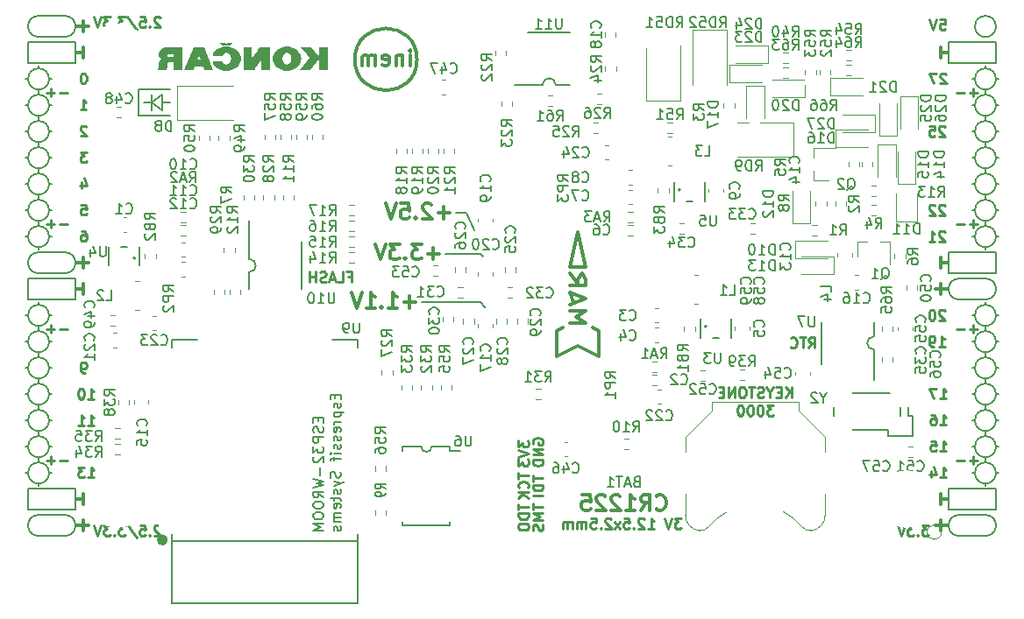
<source format=gbo>
G04 #@! TF.GenerationSoftware,KiCad,Pcbnew,5.0.0-rc3+dfsg1-1*
G04 #@! TF.CreationDate,2018-07-06T15:32:04+02:00*
G04 #@! TF.ProjectId,ulx3s,756C7833732E6B696361645F70636200,rev?*
G04 #@! TF.SameCoordinates,Original*
G04 #@! TF.FileFunction,Legend,Bot*
G04 #@! TF.FilePolarity,Positive*
%FSLAX46Y46*%
G04 Gerber Fmt 4.6, Leading zero omitted, Abs format (unit mm)*
G04 Created by KiCad (PCBNEW 5.0.0-rc3+dfsg1-1) date Fri Jul  6 15:32:04 2018*
%MOMM*%
%LPD*%
G01*
G04 APERTURE LIST*
%ADD10C,0.200000*%
%ADD11C,0.250000*%
%ADD12C,0.300000*%
%ADD13C,0.120000*%
%ADD14C,0.150000*%
%ADD15C,0.500000*%
%ADD16C,0.100000*%
%ADD17C,1.200000*%
%ADD18C,2.100000*%
%ADD19R,1.500000X1.395000*%
%ADD20R,2.600000X1.900000*%
%ADD21R,1.900000X2.600000*%
%ADD22R,3.800000X3.600000*%
%ADD23C,9.100000*%
%ADD24R,1.650000X0.700000*%
%ADD25O,1.650000X0.700000*%
%ADD26R,0.700000X2.200000*%
%ADD27O,0.700000X2.200000*%
%ADD28R,0.700000X1.650000*%
%ADD29O,0.700000X1.650000*%
%ADD30R,1.100000X0.500000*%
%ADD31R,0.800000X1.300000*%
%ADD32O,2.600000X1.000000*%
%ADD33O,1.000000X2.600000*%
%ADD34R,6.100000X6.100000*%
%ADD35O,1.827200X1.827200*%
%ADD36R,1.827200X1.827200*%
%ADD37C,5.600000*%
%ADD38R,1.827200X2.132000*%
%ADD39O,1.827200X2.132000*%
%ADD40C,1.800000*%
%ADD41R,1.900000X1.500000*%
%ADD42R,1.070000X1.600000*%
%ADD43R,0.770000X1.100000*%
%ADD44R,1.600000X1.070000*%
%ADD45R,1.100000X0.770000*%
%ADD46R,1.100000X1.100000*%
%ADD47C,0.400000*%
%ADD48R,1.800000X1.800000*%
%ADD49O,1.800000X1.800000*%
%ADD50R,1.600000X2.800000*%
%ADD51R,0.900000X1.000000*%
%ADD52R,1.000000X0.900000*%
%ADD53R,0.920000X1.100000*%
%ADD54R,1.100000X0.920000*%
%ADD55R,1.500000X1.220000*%
G04 APERTURE END LIST*
D10*
X136660000Y-80742000D02*
X135644000Y-80742000D01*
X137422000Y-82393000D02*
X136660000Y-80742000D01*
X138057000Y-84679000D02*
X134628000Y-84679000D01*
X138311000Y-84933000D02*
X138057000Y-84679000D01*
X138057000Y-89378000D02*
X138438000Y-89886000D01*
X132342000Y-89378000D02*
X138057000Y-89378000D01*
D11*
X99893476Y-96180380D02*
X99703000Y-96180380D01*
X99607761Y-96132761D01*
X99560142Y-96085142D01*
X99464904Y-95942285D01*
X99417285Y-95751809D01*
X99417285Y-95370857D01*
X99464904Y-95275619D01*
X99512523Y-95228000D01*
X99607761Y-95180380D01*
X99798238Y-95180380D01*
X99893476Y-95228000D01*
X99941095Y-95275619D01*
X99988714Y-95370857D01*
X99988714Y-95608952D01*
X99941095Y-95704190D01*
X99893476Y-95751809D01*
X99798238Y-95799428D01*
X99607761Y-95799428D01*
X99512523Y-95751809D01*
X99464904Y-95704190D01*
X99417285Y-95608952D01*
X100147476Y-101260380D02*
X100718904Y-101260380D01*
X100433190Y-101260380D02*
X100433190Y-100260380D01*
X100528428Y-100403238D01*
X100623666Y-100498476D01*
X100718904Y-100546095D01*
X99195095Y-101260380D02*
X99766523Y-101260380D01*
X99480809Y-101260380D02*
X99480809Y-100260380D01*
X99576047Y-100403238D01*
X99671285Y-100498476D01*
X99766523Y-100546095D01*
D10*
X105037000Y-68804000D02*
X108085000Y-68804000D01*
X105037000Y-71344000D02*
X105037000Y-68804000D01*
X108085000Y-71344000D02*
X105037000Y-71344000D01*
X107323000Y-70074000D02*
X108085000Y-70074000D01*
X106307000Y-70074000D02*
X105545000Y-70074000D01*
X106307000Y-70836000D02*
X106307000Y-70074000D01*
X106307000Y-69312000D02*
X106307000Y-70836000D01*
X107323000Y-69312000D02*
X107323000Y-70836000D01*
X106307000Y-70074000D02*
X107323000Y-69312000D01*
X107323000Y-70836000D02*
X106307000Y-70074000D01*
D11*
X182887904Y-72415619D02*
X182840285Y-72368000D01*
X182745047Y-72320380D01*
X182506952Y-72320380D01*
X182411714Y-72368000D01*
X182364095Y-72415619D01*
X182316476Y-72510857D01*
X182316476Y-72606095D01*
X182364095Y-72748952D01*
X182935523Y-73320380D01*
X182316476Y-73320380D01*
X181411714Y-72320380D02*
X181887904Y-72320380D01*
X181935523Y-72796571D01*
X181887904Y-72748952D01*
X181792666Y-72701333D01*
X181554571Y-72701333D01*
X181459333Y-72748952D01*
X181411714Y-72796571D01*
X181364095Y-72891809D01*
X181364095Y-73129904D01*
X181411714Y-73225142D01*
X181459333Y-73272761D01*
X181554571Y-73320380D01*
X181792666Y-73320380D01*
X181887904Y-73272761D01*
X181935523Y-73225142D01*
X182887904Y-80035619D02*
X182840285Y-79988000D01*
X182745047Y-79940380D01*
X182506952Y-79940380D01*
X182411714Y-79988000D01*
X182364095Y-80035619D01*
X182316476Y-80130857D01*
X182316476Y-80226095D01*
X182364095Y-80368952D01*
X182935523Y-80940380D01*
X182316476Y-80940380D01*
X181935523Y-80035619D02*
X181887904Y-79988000D01*
X181792666Y-79940380D01*
X181554571Y-79940380D01*
X181459333Y-79988000D01*
X181411714Y-80035619D01*
X181364095Y-80130857D01*
X181364095Y-80226095D01*
X181411714Y-80368952D01*
X181983142Y-80940380D01*
X181364095Y-80940380D01*
X182887904Y-82575619D02*
X182840285Y-82528000D01*
X182745047Y-82480380D01*
X182506952Y-82480380D01*
X182411714Y-82528000D01*
X182364095Y-82575619D01*
X182316476Y-82670857D01*
X182316476Y-82766095D01*
X182364095Y-82908952D01*
X182935523Y-83480380D01*
X182316476Y-83480380D01*
X181364095Y-83480380D02*
X181935523Y-83480380D01*
X181649809Y-83480380D02*
X181649809Y-82480380D01*
X181745047Y-82623238D01*
X181840285Y-82718476D01*
X181935523Y-82766095D01*
X182887904Y-90195619D02*
X182840285Y-90148000D01*
X182745047Y-90100380D01*
X182506952Y-90100380D01*
X182411714Y-90148000D01*
X182364095Y-90195619D01*
X182316476Y-90290857D01*
X182316476Y-90386095D01*
X182364095Y-90528952D01*
X182935523Y-91100380D01*
X182316476Y-91100380D01*
X181697428Y-90100380D02*
X181602190Y-90100380D01*
X181506952Y-90148000D01*
X181459333Y-90195619D01*
X181411714Y-90290857D01*
X181364095Y-90481333D01*
X181364095Y-90719428D01*
X181411714Y-90909904D01*
X181459333Y-91005142D01*
X181506952Y-91052761D01*
X181602190Y-91100380D01*
X181697428Y-91100380D01*
X181792666Y-91052761D01*
X181840285Y-91005142D01*
X181887904Y-90909904D01*
X181935523Y-90719428D01*
X181935523Y-90481333D01*
X181887904Y-90290857D01*
X181840285Y-90195619D01*
X181792666Y-90148000D01*
X181697428Y-90100380D01*
X182316476Y-93640380D02*
X182887904Y-93640380D01*
X182602190Y-93640380D02*
X182602190Y-92640380D01*
X182697428Y-92783238D01*
X182792666Y-92878476D01*
X182887904Y-92926095D01*
X181840285Y-93640380D02*
X181649809Y-93640380D01*
X181554571Y-93592761D01*
X181506952Y-93545142D01*
X181411714Y-93402285D01*
X181364095Y-93211809D01*
X181364095Y-92830857D01*
X181411714Y-92735619D01*
X181459333Y-92688000D01*
X181554571Y-92640380D01*
X181745047Y-92640380D01*
X181840285Y-92688000D01*
X181887904Y-92735619D01*
X181935523Y-92830857D01*
X181935523Y-93068952D01*
X181887904Y-93164190D01*
X181840285Y-93211809D01*
X181745047Y-93259428D01*
X181554571Y-93259428D01*
X181459333Y-93211809D01*
X181411714Y-93164190D01*
X181364095Y-93068952D01*
X125269476Y-86893571D02*
X125602809Y-86893571D01*
X125602809Y-87417380D02*
X125602809Y-86417380D01*
X125126619Y-86417380D01*
X124269476Y-87417380D02*
X124745666Y-87417380D01*
X124745666Y-86417380D01*
X123983761Y-87131666D02*
X123507571Y-87131666D01*
X124079000Y-87417380D02*
X123745666Y-86417380D01*
X123412333Y-87417380D01*
X123126619Y-87369761D02*
X122983761Y-87417380D01*
X122745666Y-87417380D01*
X122650428Y-87369761D01*
X122602809Y-87322142D01*
X122555190Y-87226904D01*
X122555190Y-87131666D01*
X122602809Y-87036428D01*
X122650428Y-86988809D01*
X122745666Y-86941190D01*
X122936142Y-86893571D01*
X123031380Y-86845952D01*
X123079000Y-86798333D01*
X123126619Y-86703095D01*
X123126619Y-86607857D01*
X123079000Y-86512619D01*
X123031380Y-86465000D01*
X122936142Y-86417380D01*
X122698047Y-86417380D01*
X122555190Y-86465000D01*
X122126619Y-87417380D02*
X122126619Y-86417380D01*
X122126619Y-86893571D02*
X121555190Y-86893571D01*
X121555190Y-87417380D02*
X121555190Y-86417380D01*
X157418095Y-110252380D02*
X156799047Y-110252380D01*
X157132380Y-110633333D01*
X156989523Y-110633333D01*
X156894285Y-110680952D01*
X156846666Y-110728571D01*
X156799047Y-110823809D01*
X156799047Y-111061904D01*
X156846666Y-111157142D01*
X156894285Y-111204761D01*
X156989523Y-111252380D01*
X157275238Y-111252380D01*
X157370476Y-111204761D01*
X157418095Y-111157142D01*
X156513333Y-110252380D02*
X156180000Y-111252380D01*
X155846666Y-110252380D01*
X154227619Y-111252380D02*
X154799047Y-111252380D01*
X154513333Y-111252380D02*
X154513333Y-110252380D01*
X154608571Y-110395238D01*
X154703809Y-110490476D01*
X154799047Y-110538095D01*
X153846666Y-110347619D02*
X153799047Y-110300000D01*
X153703809Y-110252380D01*
X153465714Y-110252380D01*
X153370476Y-110300000D01*
X153322857Y-110347619D01*
X153275238Y-110442857D01*
X153275238Y-110538095D01*
X153322857Y-110680952D01*
X153894285Y-111252380D01*
X153275238Y-111252380D01*
X152846666Y-111157142D02*
X152799047Y-111204761D01*
X152846666Y-111252380D01*
X152894285Y-111204761D01*
X152846666Y-111157142D01*
X152846666Y-111252380D01*
X151894285Y-110252380D02*
X152370476Y-110252380D01*
X152418095Y-110728571D01*
X152370476Y-110680952D01*
X152275238Y-110633333D01*
X152037142Y-110633333D01*
X151941904Y-110680952D01*
X151894285Y-110728571D01*
X151846666Y-110823809D01*
X151846666Y-111061904D01*
X151894285Y-111157142D01*
X151941904Y-111204761D01*
X152037142Y-111252380D01*
X152275238Y-111252380D01*
X152370476Y-111204761D01*
X152418095Y-111157142D01*
X151513333Y-111252380D02*
X150989523Y-110585714D01*
X151513333Y-110585714D02*
X150989523Y-111252380D01*
X150656190Y-110347619D02*
X150608571Y-110300000D01*
X150513333Y-110252380D01*
X150275238Y-110252380D01*
X150180000Y-110300000D01*
X150132380Y-110347619D01*
X150084761Y-110442857D01*
X150084761Y-110538095D01*
X150132380Y-110680952D01*
X150703809Y-111252380D01*
X150084761Y-111252380D01*
X149656190Y-111157142D02*
X149608571Y-111204761D01*
X149656190Y-111252380D01*
X149703809Y-111204761D01*
X149656190Y-111157142D01*
X149656190Y-111252380D01*
X148703809Y-110252380D02*
X149180000Y-110252380D01*
X149227619Y-110728571D01*
X149180000Y-110680952D01*
X149084761Y-110633333D01*
X148846666Y-110633333D01*
X148751428Y-110680952D01*
X148703809Y-110728571D01*
X148656190Y-110823809D01*
X148656190Y-111061904D01*
X148703809Y-111157142D01*
X148751428Y-111204761D01*
X148846666Y-111252380D01*
X149084761Y-111252380D01*
X149180000Y-111204761D01*
X149227619Y-111157142D01*
X148227619Y-111252380D02*
X148227619Y-110585714D01*
X148227619Y-110680952D02*
X148180000Y-110633333D01*
X148084761Y-110585714D01*
X147941904Y-110585714D01*
X147846666Y-110633333D01*
X147799047Y-110728571D01*
X147799047Y-111252380D01*
X147799047Y-110728571D02*
X147751428Y-110633333D01*
X147656190Y-110585714D01*
X147513333Y-110585714D01*
X147418095Y-110633333D01*
X147370476Y-110728571D01*
X147370476Y-111252380D01*
X146894285Y-111252380D02*
X146894285Y-110585714D01*
X146894285Y-110680952D02*
X146846666Y-110633333D01*
X146751428Y-110585714D01*
X146608571Y-110585714D01*
X146513333Y-110633333D01*
X146465714Y-110728571D01*
X146465714Y-111252380D01*
X146465714Y-110728571D02*
X146418095Y-110633333D01*
X146322857Y-110585714D01*
X146180000Y-110585714D01*
X146084761Y-110633333D01*
X146037142Y-110728571D01*
X146037142Y-111252380D01*
X168085000Y-98577380D02*
X168085000Y-97577380D01*
X167513571Y-98577380D02*
X167942142Y-98005952D01*
X167513571Y-97577380D02*
X168085000Y-98148809D01*
X167085000Y-98053571D02*
X166751666Y-98053571D01*
X166608809Y-98577380D02*
X167085000Y-98577380D01*
X167085000Y-97577380D01*
X166608809Y-97577380D01*
X165989761Y-98101190D02*
X165989761Y-98577380D01*
X166323095Y-97577380D02*
X165989761Y-98101190D01*
X165656428Y-97577380D01*
X165370714Y-98529761D02*
X165227857Y-98577380D01*
X164989761Y-98577380D01*
X164894523Y-98529761D01*
X164846904Y-98482142D01*
X164799285Y-98386904D01*
X164799285Y-98291666D01*
X164846904Y-98196428D01*
X164894523Y-98148809D01*
X164989761Y-98101190D01*
X165180238Y-98053571D01*
X165275476Y-98005952D01*
X165323095Y-97958333D01*
X165370714Y-97863095D01*
X165370714Y-97767857D01*
X165323095Y-97672619D01*
X165275476Y-97625000D01*
X165180238Y-97577380D01*
X164942142Y-97577380D01*
X164799285Y-97625000D01*
X164513571Y-97577380D02*
X163942142Y-97577380D01*
X164227857Y-98577380D02*
X164227857Y-97577380D01*
X163418333Y-97577380D02*
X163227857Y-97577380D01*
X163132619Y-97625000D01*
X163037380Y-97720238D01*
X162989761Y-97910714D01*
X162989761Y-98244047D01*
X163037380Y-98434523D01*
X163132619Y-98529761D01*
X163227857Y-98577380D01*
X163418333Y-98577380D01*
X163513571Y-98529761D01*
X163608809Y-98434523D01*
X163656428Y-98244047D01*
X163656428Y-97910714D01*
X163608809Y-97720238D01*
X163513571Y-97625000D01*
X163418333Y-97577380D01*
X162561190Y-98577380D02*
X162561190Y-97577380D01*
X161989761Y-98577380D01*
X161989761Y-97577380D01*
X161513571Y-98053571D02*
X161180238Y-98053571D01*
X161037380Y-98577380D02*
X161513571Y-98577380D01*
X161513571Y-97577380D01*
X161037380Y-97577380D01*
X166346904Y-99327380D02*
X165727857Y-99327380D01*
X166061190Y-99708333D01*
X165918333Y-99708333D01*
X165823095Y-99755952D01*
X165775476Y-99803571D01*
X165727857Y-99898809D01*
X165727857Y-100136904D01*
X165775476Y-100232142D01*
X165823095Y-100279761D01*
X165918333Y-100327380D01*
X166204047Y-100327380D01*
X166299285Y-100279761D01*
X166346904Y-100232142D01*
X165108809Y-99327380D02*
X165013571Y-99327380D01*
X164918333Y-99375000D01*
X164870714Y-99422619D01*
X164823095Y-99517857D01*
X164775476Y-99708333D01*
X164775476Y-99946428D01*
X164823095Y-100136904D01*
X164870714Y-100232142D01*
X164918333Y-100279761D01*
X165013571Y-100327380D01*
X165108809Y-100327380D01*
X165204047Y-100279761D01*
X165251666Y-100232142D01*
X165299285Y-100136904D01*
X165346904Y-99946428D01*
X165346904Y-99708333D01*
X165299285Y-99517857D01*
X165251666Y-99422619D01*
X165204047Y-99375000D01*
X165108809Y-99327380D01*
X164156428Y-99327380D02*
X164061190Y-99327380D01*
X163965952Y-99375000D01*
X163918333Y-99422619D01*
X163870714Y-99517857D01*
X163823095Y-99708333D01*
X163823095Y-99946428D01*
X163870714Y-100136904D01*
X163918333Y-100232142D01*
X163965952Y-100279761D01*
X164061190Y-100327380D01*
X164156428Y-100327380D01*
X164251666Y-100279761D01*
X164299285Y-100232142D01*
X164346904Y-100136904D01*
X164394523Y-99946428D01*
X164394523Y-99708333D01*
X164346904Y-99517857D01*
X164299285Y-99422619D01*
X164251666Y-99375000D01*
X164156428Y-99327380D01*
X163204047Y-99327380D02*
X163108809Y-99327380D01*
X163013571Y-99375000D01*
X162965952Y-99422619D01*
X162918333Y-99517857D01*
X162870714Y-99708333D01*
X162870714Y-99946428D01*
X162918333Y-100136904D01*
X162965952Y-100232142D01*
X163013571Y-100279761D01*
X163108809Y-100327380D01*
X163204047Y-100327380D01*
X163299285Y-100279761D01*
X163346904Y-100232142D01*
X163394523Y-100136904D01*
X163442142Y-99946428D01*
X163442142Y-99708333D01*
X163394523Y-99517857D01*
X163346904Y-99422619D01*
X163299285Y-99375000D01*
X163204047Y-99327380D01*
D12*
X182492000Y-87582000D02*
X182492000Y-88598000D01*
X183254000Y-88090000D02*
X181984000Y-88090000D01*
X182492000Y-110442000D02*
X182492000Y-111458000D01*
X183254000Y-110950000D02*
X181984000Y-110950000D01*
X99688000Y-62182000D02*
X99688000Y-63198000D01*
X98926000Y-62690000D02*
X100196000Y-62690000D01*
X99688000Y-110442000D02*
X99688000Y-111458000D01*
X98926000Y-110950000D02*
X100196000Y-110950000D01*
X99688000Y-85042000D02*
X99688000Y-86058000D01*
X98926000Y-85550000D02*
X100196000Y-85550000D01*
D10*
X187826000Y-62690000D02*
G75*
G03X187826000Y-62690000I-1016000J0D01*
G01*
X184270000Y-87074000D02*
X186810000Y-87074000D01*
X184270000Y-89106000D02*
X186810000Y-89106000D01*
X184270000Y-87074000D02*
G75*
G03X184270000Y-89106000I0J-1016000D01*
G01*
X186810000Y-89106000D02*
G75*
G03X186810000Y-87074000I0J1016000D01*
G01*
X184270000Y-111966000D02*
X186810000Y-111966000D01*
X184270000Y-109934000D02*
X186810000Y-109934000D01*
X184270000Y-109934000D02*
G75*
G03X184270000Y-111966000I0J-1016000D01*
G01*
X186810000Y-111966000D02*
G75*
G03X186810000Y-109934000I0J1016000D01*
G01*
X97910000Y-63706000D02*
G75*
G03X97910000Y-61674000I0J1016000D01*
G01*
X95370000Y-61674000D02*
X97910000Y-61674000D01*
X95370000Y-63706000D02*
X97910000Y-63706000D01*
X95370000Y-61674000D02*
G75*
G03X95370000Y-63706000I0J-1016000D01*
G01*
X95370000Y-86566000D02*
X97910000Y-86566000D01*
X95370000Y-84534000D02*
X97910000Y-84534000D01*
X95370000Y-84534000D02*
G75*
G03X95370000Y-86566000I0J-1016000D01*
G01*
X97910000Y-86566000D02*
G75*
G03X97910000Y-84534000I0J1016000D01*
G01*
X95370000Y-111966000D02*
X97910000Y-111966000D01*
X95370000Y-109934000D02*
X97910000Y-109934000D01*
X95370000Y-109934000D02*
G75*
G03X95370000Y-111966000I0J-1016000D01*
G01*
X97910000Y-111966000D02*
G75*
G03X97910000Y-109934000I0J1016000D01*
G01*
X98926000Y-107394000D02*
X94354000Y-107394000D01*
X98926000Y-109426000D02*
X98926000Y-107394000D01*
X94354000Y-109426000D02*
X98926000Y-109426000D01*
X94354000Y-107394000D02*
X94354000Y-109426000D01*
X187826000Y-107394000D02*
X183254000Y-107394000D01*
X187826000Y-109426000D02*
X187826000Y-107394000D01*
X183254000Y-109426000D02*
X187826000Y-109426000D01*
X183254000Y-107394000D02*
X183254000Y-109426000D01*
X187826000Y-84534000D02*
X183254000Y-84534000D01*
X187826000Y-86566000D02*
X187826000Y-84534000D01*
X183254000Y-86566000D02*
X187826000Y-86566000D01*
X183254000Y-84534000D02*
X183254000Y-86566000D01*
X187826000Y-64214000D02*
X183254000Y-64214000D01*
X187826000Y-66246000D02*
X187826000Y-64214000D01*
X183254000Y-66246000D02*
X187826000Y-66246000D01*
X183254000Y-64214000D02*
X183254000Y-66246000D01*
X98926000Y-64214000D02*
X94354000Y-64214000D01*
X98926000Y-66246000D02*
X98926000Y-64214000D01*
X94354000Y-66246000D02*
X98926000Y-66246000D01*
X94354000Y-64214000D02*
X94354000Y-66246000D01*
X98926000Y-87074000D02*
X94354000Y-87074000D01*
X98926000Y-89106000D02*
X98926000Y-87074000D01*
X94354000Y-89106000D02*
X98926000Y-89106000D01*
X94354000Y-87074000D02*
X94354000Y-89106000D01*
D11*
X186032000Y-91971428D02*
X185270095Y-91971428D01*
X185651047Y-92352380D02*
X185651047Y-91590476D01*
X184793904Y-91971428D02*
X184032000Y-91971428D01*
X186032000Y-69111428D02*
X185270095Y-69111428D01*
X185651047Y-69492380D02*
X185651047Y-68730476D01*
X184793904Y-69111428D02*
X184032000Y-69111428D01*
X186032000Y-81811428D02*
X185270095Y-81811428D01*
X185651047Y-82192380D02*
X185651047Y-81430476D01*
X184793904Y-81811428D02*
X184032000Y-81811428D01*
X186032000Y-104671428D02*
X185270095Y-104671428D01*
X185651047Y-105052380D02*
X185651047Y-104290476D01*
X184793904Y-104671428D02*
X184032000Y-104671428D01*
X98148000Y-104671428D02*
X97386095Y-104671428D01*
X96909904Y-104671428D02*
X96148000Y-104671428D01*
X96528952Y-105052380D02*
X96528952Y-104290476D01*
X98148000Y-91971428D02*
X97386095Y-91971428D01*
X96909904Y-91971428D02*
X96148000Y-91971428D01*
X96528952Y-92352380D02*
X96528952Y-91590476D01*
X98148000Y-81811428D02*
X97386095Y-81811428D01*
X96909904Y-81811428D02*
X96148000Y-81811428D01*
X96528952Y-82192380D02*
X96528952Y-81430476D01*
X98148000Y-69111428D02*
X97386095Y-69111428D01*
X96909904Y-69111428D02*
X96148000Y-69111428D01*
X96528952Y-69492380D02*
X96528952Y-68730476D01*
D12*
X182492000Y-107902000D02*
X182492000Y-108918000D01*
X183254000Y-108410000D02*
X182492000Y-108410000D01*
D10*
X95370000Y-96726000D02*
X95370000Y-97234000D01*
X96386000Y-95710000D02*
X96640000Y-95710000D01*
X94354000Y-95710000D02*
X94100000Y-95710000D01*
X187826000Y-98250000D02*
X188080000Y-98250000D01*
X187826000Y-83010000D02*
X188080000Y-83010000D01*
X95370000Y-107140000D02*
X95370000Y-106886000D01*
X96386000Y-105870000D02*
X96640000Y-105870000D01*
X94354000Y-105870000D02*
X94100000Y-105870000D01*
X94354000Y-103330000D02*
X94100000Y-103330000D01*
X95370000Y-104346000D02*
X95370000Y-104854000D01*
X96386000Y-103330000D02*
X96640000Y-103330000D01*
X94354000Y-100790000D02*
X94100000Y-100790000D01*
X95370000Y-102314000D02*
X95370000Y-101806000D01*
X96386000Y-100790000D02*
X96640000Y-100790000D01*
X95370000Y-99266000D02*
X95370000Y-99774000D01*
X94354000Y-98250000D02*
X94100000Y-98250000D01*
X96386000Y-98250000D02*
X96640000Y-98250000D01*
X95370000Y-94186000D02*
X95370000Y-94694000D01*
X96386000Y-93170000D02*
X96640000Y-93170000D01*
X94354000Y-93170000D02*
X94100000Y-93170000D01*
X94354000Y-90630000D02*
X94100000Y-90630000D01*
X95370000Y-91646000D02*
X95370000Y-92154000D01*
X96640000Y-90630000D02*
X96386000Y-90630000D01*
X95370000Y-89360000D02*
X95370000Y-89614000D01*
X94354000Y-83010000D02*
X94100000Y-83010000D01*
X95370000Y-84280000D02*
X95370000Y-84026000D01*
X96386000Y-83010000D02*
X96640000Y-83010000D01*
X95370000Y-81486000D02*
X95370000Y-81994000D01*
X94354000Y-80470000D02*
X94100000Y-80470000D01*
X96640000Y-80470000D02*
X96386000Y-80470000D01*
X95370000Y-78946000D02*
X95370000Y-79454000D01*
X96386000Y-77930000D02*
X96640000Y-77930000D01*
X94354000Y-77930000D02*
X94100000Y-77930000D01*
X95370000Y-76406000D02*
X95370000Y-76914000D01*
X94354000Y-75390000D02*
X94100000Y-75390000D01*
X96386000Y-75390000D02*
X96640000Y-75390000D01*
X95370000Y-73866000D02*
X95370000Y-74374000D01*
X96386000Y-72850000D02*
X96640000Y-72850000D01*
X94100000Y-72850000D02*
X94354000Y-72850000D01*
X94354000Y-70310000D02*
X94100000Y-70310000D01*
X96640000Y-70310000D02*
X96386000Y-70310000D01*
X95370000Y-71326000D02*
X95370000Y-71834000D01*
X95370000Y-68786000D02*
X95370000Y-69294000D01*
X96386000Y-67770000D02*
X96640000Y-67770000D01*
X94354000Y-67770000D02*
X94100000Y-67770000D01*
X95370000Y-66500000D02*
X95370000Y-66754000D01*
X187826000Y-105870000D02*
X188080000Y-105870000D01*
X186810000Y-107140000D02*
X186810000Y-106886000D01*
X185540000Y-105870000D02*
X185794000Y-105870000D01*
X186810000Y-104346000D02*
X186810000Y-104854000D01*
X187826000Y-103330000D02*
X188080000Y-103330000D01*
X185540000Y-103330000D02*
X185794000Y-103330000D01*
X186810000Y-101806000D02*
X186810000Y-102314000D01*
X187826000Y-100790000D02*
X188080000Y-100790000D01*
X185540000Y-100790000D02*
X185794000Y-100790000D01*
X186810000Y-99266000D02*
X186810000Y-99774000D01*
X185540000Y-98250000D02*
X185794000Y-98250000D01*
X186810000Y-97234000D02*
X186810000Y-96726000D01*
X187826000Y-95710000D02*
X188080000Y-95710000D01*
X185540000Y-95710000D02*
X185794000Y-95710000D01*
X186810000Y-94694000D02*
X186810000Y-94186000D01*
X187826000Y-93170000D02*
X188080000Y-93170000D01*
X185540000Y-93170000D02*
X185794000Y-93170000D01*
X186810000Y-92154000D02*
X186810000Y-91646000D01*
X187826000Y-90630000D02*
X188080000Y-90630000D01*
X185540000Y-90630000D02*
X185794000Y-90630000D01*
X186810000Y-89360000D02*
X186810000Y-89614000D01*
X186810000Y-84280000D02*
X186810000Y-84026000D01*
X185540000Y-83010000D02*
X185794000Y-83010000D01*
X186810000Y-81994000D02*
X186810000Y-81486000D01*
X185794000Y-80470000D02*
X185540000Y-80470000D01*
X187826000Y-80470000D02*
X188080000Y-80470000D01*
X186810000Y-78946000D02*
X186810000Y-79454000D01*
X185794000Y-77930000D02*
X185540000Y-77930000D01*
X187826000Y-77930000D02*
X188080000Y-77930000D01*
X186810000Y-76406000D02*
X186810000Y-76914000D01*
X186810000Y-73866000D02*
X186810000Y-74374000D01*
X185794000Y-75390000D02*
X185540000Y-75390000D01*
X187826000Y-75390000D02*
X188080000Y-75390000D01*
X187826000Y-72850000D02*
X188080000Y-72850000D01*
X185540000Y-72850000D02*
X185794000Y-72850000D01*
X186810000Y-71834000D02*
X186810000Y-71326000D01*
X187826000Y-70310000D02*
X188080000Y-70310000D01*
X185540000Y-70310000D02*
X185794000Y-70310000D01*
X187826000Y-67770000D02*
X188080000Y-67770000D01*
X186810000Y-68786000D02*
X186810000Y-69294000D01*
X185540000Y-67770000D02*
X185794000Y-67770000D01*
X186810000Y-66500000D02*
X186810000Y-66754000D01*
X187826000Y-67770000D02*
G75*
G03X187826000Y-67770000I-1016000J0D01*
G01*
X187826000Y-70310000D02*
G75*
G03X187826000Y-70310000I-1016000J0D01*
G01*
X187826000Y-72850000D02*
G75*
G03X187826000Y-72850000I-1016000J0D01*
G01*
X187826000Y-75390000D02*
G75*
G03X187826000Y-75390000I-1016000J0D01*
G01*
X187826000Y-77930000D02*
G75*
G03X187826000Y-77930000I-1016000J0D01*
G01*
X187826000Y-80470000D02*
G75*
G03X187826000Y-80470000I-1016000J0D01*
G01*
X187826000Y-83010000D02*
G75*
G03X187826000Y-83010000I-1016000J0D01*
G01*
X187826000Y-90630000D02*
G75*
G03X187826000Y-90630000I-1016000J0D01*
G01*
X187826000Y-93170000D02*
G75*
G03X187826000Y-93170000I-1016000J0D01*
G01*
X187826000Y-95710000D02*
G75*
G03X187826000Y-95710000I-1016000J0D01*
G01*
X187826000Y-98250000D02*
G75*
G03X187826000Y-98250000I-1016000J0D01*
G01*
X187826000Y-100790000D02*
G75*
G03X187826000Y-100790000I-1016000J0D01*
G01*
X187826000Y-103330000D02*
G75*
G03X187826000Y-103330000I-1016000J0D01*
G01*
X187826000Y-105870000D02*
G75*
G03X187826000Y-105870000I-1016000J0D01*
G01*
X96386000Y-105870000D02*
G75*
G03X96386000Y-105870000I-1016000J0D01*
G01*
X96386000Y-103330000D02*
G75*
G03X96386000Y-103330000I-1016000J0D01*
G01*
X96386000Y-100790000D02*
G75*
G03X96386000Y-100790000I-1016000J0D01*
G01*
X96386000Y-98250000D02*
G75*
G03X96386000Y-98250000I-1016000J0D01*
G01*
X96386000Y-95710000D02*
G75*
G03X96386000Y-95710000I-1016000J0D01*
G01*
X96386000Y-93170000D02*
G75*
G03X96386000Y-93170000I-1016000J0D01*
G01*
X96386000Y-90630000D02*
G75*
G03X96386000Y-90630000I-1016000J0D01*
G01*
X96386000Y-83010000D02*
G75*
G03X96386000Y-83010000I-1016000J0D01*
G01*
X96386000Y-80470000D02*
G75*
G03X96386000Y-80470000I-1016000J0D01*
G01*
X96386000Y-77930000D02*
G75*
G03X96386000Y-77930000I-1016000J0D01*
G01*
X96386000Y-75390000D02*
G75*
G03X96386000Y-75390000I-1016000J0D01*
G01*
X96386000Y-72850000D02*
G75*
G03X96386000Y-72850000I-1016000J0D01*
G01*
X96386000Y-70310000D02*
G75*
G03X96386000Y-70310000I-1016000J0D01*
G01*
X96386000Y-67770000D02*
G75*
G03X96386000Y-67770000I-1016000J0D01*
G01*
D11*
X182428476Y-62015380D02*
X182904666Y-62015380D01*
X182952285Y-62491571D01*
X182904666Y-62443952D01*
X182809428Y-62396333D01*
X182571333Y-62396333D01*
X182476095Y-62443952D01*
X182428476Y-62491571D01*
X182380857Y-62586809D01*
X182380857Y-62824904D01*
X182428476Y-62920142D01*
X182476095Y-62967761D01*
X182571333Y-63015380D01*
X182809428Y-63015380D01*
X182904666Y-62967761D01*
X182952285Y-62920142D01*
X182095142Y-62015380D02*
X181761809Y-63015380D01*
X181428476Y-62015380D01*
D12*
X182492000Y-64722000D02*
X182492000Y-65738000D01*
X183254000Y-65230000D02*
X182492000Y-65230000D01*
D11*
X182999904Y-67317619D02*
X182952285Y-67270000D01*
X182857047Y-67222380D01*
X182618952Y-67222380D01*
X182523714Y-67270000D01*
X182476095Y-67317619D01*
X182428476Y-67412857D01*
X182428476Y-67508095D01*
X182476095Y-67650952D01*
X183047523Y-68222380D01*
X182428476Y-68222380D01*
X182095142Y-67222380D02*
X181428476Y-67222380D01*
X181857047Y-68222380D01*
D12*
X182492000Y-85042000D02*
X182492000Y-86058000D01*
X183254000Y-85550000D02*
X182492000Y-85550000D01*
D11*
X182428476Y-98702380D02*
X182999904Y-98702380D01*
X182714190Y-98702380D02*
X182714190Y-97702380D01*
X182809428Y-97845238D01*
X182904666Y-97940476D01*
X182999904Y-97988095D01*
X182095142Y-97702380D02*
X181428476Y-97702380D01*
X181857047Y-98702380D01*
X182428476Y-101242380D02*
X182999904Y-101242380D01*
X182714190Y-101242380D02*
X182714190Y-100242380D01*
X182809428Y-100385238D01*
X182904666Y-100480476D01*
X182999904Y-100528095D01*
X181571333Y-100242380D02*
X181761809Y-100242380D01*
X181857047Y-100290000D01*
X181904666Y-100337619D01*
X181999904Y-100480476D01*
X182047523Y-100670952D01*
X182047523Y-101051904D01*
X181999904Y-101147142D01*
X181952285Y-101194761D01*
X181857047Y-101242380D01*
X181666571Y-101242380D01*
X181571333Y-101194761D01*
X181523714Y-101147142D01*
X181476095Y-101051904D01*
X181476095Y-100813809D01*
X181523714Y-100718571D01*
X181571333Y-100670952D01*
X181666571Y-100623333D01*
X181857047Y-100623333D01*
X181952285Y-100670952D01*
X181999904Y-100718571D01*
X182047523Y-100813809D01*
X182428476Y-103782380D02*
X182999904Y-103782380D01*
X182714190Y-103782380D02*
X182714190Y-102782380D01*
X182809428Y-102925238D01*
X182904666Y-103020476D01*
X182999904Y-103068095D01*
X181523714Y-102782380D02*
X181999904Y-102782380D01*
X182047523Y-103258571D01*
X181999904Y-103210952D01*
X181904666Y-103163333D01*
X181666571Y-103163333D01*
X181571333Y-103210952D01*
X181523714Y-103258571D01*
X181476095Y-103353809D01*
X181476095Y-103591904D01*
X181523714Y-103687142D01*
X181571333Y-103734761D01*
X181666571Y-103782380D01*
X181904666Y-103782380D01*
X181999904Y-103734761D01*
X182047523Y-103687142D01*
X182428476Y-106322380D02*
X182999904Y-106322380D01*
X182714190Y-106322380D02*
X182714190Y-105322380D01*
X182809428Y-105465238D01*
X182904666Y-105560476D01*
X182999904Y-105608095D01*
X181571333Y-105655714D02*
X181571333Y-106322380D01*
X181809428Y-105274761D02*
X182047523Y-105989047D01*
X181428476Y-105989047D01*
X181312642Y-110928380D02*
X180693595Y-110928380D01*
X181026928Y-111309333D01*
X180884071Y-111309333D01*
X180788833Y-111356952D01*
X180741214Y-111404571D01*
X180693595Y-111499809D01*
X180693595Y-111737904D01*
X180741214Y-111833142D01*
X180788833Y-111880761D01*
X180884071Y-111928380D01*
X181169785Y-111928380D01*
X181265023Y-111880761D01*
X181312642Y-111833142D01*
X180265023Y-111833142D02*
X180217404Y-111880761D01*
X180265023Y-111928380D01*
X180312642Y-111880761D01*
X180265023Y-111833142D01*
X180265023Y-111928380D01*
X179884071Y-110928380D02*
X179265023Y-110928380D01*
X179598357Y-111309333D01*
X179455500Y-111309333D01*
X179360261Y-111356952D01*
X179312642Y-111404571D01*
X179265023Y-111499809D01*
X179265023Y-111737904D01*
X179312642Y-111833142D01*
X179360261Y-111880761D01*
X179455500Y-111928380D01*
X179741214Y-111928380D01*
X179836452Y-111880761D01*
X179884071Y-111833142D01*
X178979309Y-110928380D02*
X178645976Y-111928380D01*
X178312642Y-110928380D01*
D12*
X99688000Y-108918000D02*
X99688000Y-107902000D01*
X98926000Y-108410000D02*
X99688000Y-108410000D01*
X99688000Y-88598000D02*
X99688000Y-87582000D01*
X98926000Y-88090000D02*
X99688000Y-88090000D01*
X99688000Y-64722000D02*
X99688000Y-65738000D01*
X98926000Y-65230000D02*
X99688000Y-65230000D01*
D11*
X107103690Y-111023619D02*
X107056071Y-110976000D01*
X106960833Y-110928380D01*
X106722738Y-110928380D01*
X106627500Y-110976000D01*
X106579880Y-111023619D01*
X106532261Y-111118857D01*
X106532261Y-111214095D01*
X106579880Y-111356952D01*
X107151309Y-111928380D01*
X106532261Y-111928380D01*
X106103690Y-111833142D02*
X106056071Y-111880761D01*
X106103690Y-111928380D01*
X106151309Y-111880761D01*
X106103690Y-111833142D01*
X106103690Y-111928380D01*
X105151309Y-110928380D02*
X105627500Y-110928380D01*
X105675119Y-111404571D01*
X105627500Y-111356952D01*
X105532261Y-111309333D01*
X105294166Y-111309333D01*
X105198928Y-111356952D01*
X105151309Y-111404571D01*
X105103690Y-111499809D01*
X105103690Y-111737904D01*
X105151309Y-111833142D01*
X105198928Y-111880761D01*
X105294166Y-111928380D01*
X105532261Y-111928380D01*
X105627500Y-111880761D01*
X105675119Y-111833142D01*
X103960833Y-110880761D02*
X104817976Y-112166476D01*
X103722738Y-110928380D02*
X103103690Y-110928380D01*
X103437023Y-111309333D01*
X103294166Y-111309333D01*
X103198928Y-111356952D01*
X103151309Y-111404571D01*
X103103690Y-111499809D01*
X103103690Y-111737904D01*
X103151309Y-111833142D01*
X103198928Y-111880761D01*
X103294166Y-111928380D01*
X103579880Y-111928380D01*
X103675119Y-111880761D01*
X103722738Y-111833142D01*
X102675119Y-111833142D02*
X102627500Y-111880761D01*
X102675119Y-111928380D01*
X102722738Y-111880761D01*
X102675119Y-111833142D01*
X102675119Y-111928380D01*
X102294166Y-110928380D02*
X101675119Y-110928380D01*
X102008452Y-111309333D01*
X101865595Y-111309333D01*
X101770357Y-111356952D01*
X101722738Y-111404571D01*
X101675119Y-111499809D01*
X101675119Y-111737904D01*
X101722738Y-111833142D01*
X101770357Y-111880761D01*
X101865595Y-111928380D01*
X102151309Y-111928380D01*
X102246547Y-111880761D01*
X102294166Y-111833142D01*
X101389404Y-110928380D02*
X101056071Y-111928380D01*
X100722738Y-110928380D01*
X100132476Y-106322380D02*
X100703904Y-106322380D01*
X100418190Y-106322380D02*
X100418190Y-105322380D01*
X100513428Y-105465238D01*
X100608666Y-105560476D01*
X100703904Y-105608095D01*
X99799142Y-105322380D02*
X99180095Y-105322380D01*
X99513428Y-105703333D01*
X99370571Y-105703333D01*
X99275333Y-105750952D01*
X99227714Y-105798571D01*
X99180095Y-105893809D01*
X99180095Y-106131904D01*
X99227714Y-106227142D01*
X99275333Y-106274761D01*
X99370571Y-106322380D01*
X99656285Y-106322380D01*
X99751523Y-106274761D01*
X99799142Y-106227142D01*
X100147476Y-98720380D02*
X100718904Y-98720380D01*
X100433190Y-98720380D02*
X100433190Y-97720380D01*
X100528428Y-97863238D01*
X100623666Y-97958476D01*
X100718904Y-98006095D01*
X99528428Y-97720380D02*
X99433190Y-97720380D01*
X99337952Y-97768000D01*
X99290333Y-97815619D01*
X99242714Y-97910857D01*
X99195095Y-98101333D01*
X99195095Y-98339428D01*
X99242714Y-98529904D01*
X99290333Y-98625142D01*
X99337952Y-98672761D01*
X99433190Y-98720380D01*
X99528428Y-98720380D01*
X99623666Y-98672761D01*
X99671285Y-98625142D01*
X99718904Y-98529904D01*
X99766523Y-98339428D01*
X99766523Y-98101333D01*
X99718904Y-97910857D01*
X99671285Y-97815619D01*
X99623666Y-97768000D01*
X99528428Y-97720380D01*
X99512523Y-82462380D02*
X99703000Y-82462380D01*
X99798238Y-82510000D01*
X99845857Y-82557619D01*
X99941095Y-82700476D01*
X99988714Y-82890952D01*
X99988714Y-83271904D01*
X99941095Y-83367142D01*
X99893476Y-83414761D01*
X99798238Y-83462380D01*
X99607761Y-83462380D01*
X99512523Y-83414761D01*
X99464904Y-83367142D01*
X99417285Y-83271904D01*
X99417285Y-83033809D01*
X99464904Y-82938571D01*
X99512523Y-82890952D01*
X99607761Y-82843333D01*
X99798238Y-82843333D01*
X99893476Y-82890952D01*
X99941095Y-82938571D01*
X99988714Y-83033809D01*
X99464904Y-79922380D02*
X99941095Y-79922380D01*
X99988714Y-80398571D01*
X99941095Y-80350952D01*
X99845857Y-80303333D01*
X99607761Y-80303333D01*
X99512523Y-80350952D01*
X99464904Y-80398571D01*
X99417285Y-80493809D01*
X99417285Y-80731904D01*
X99464904Y-80827142D01*
X99512523Y-80874761D01*
X99607761Y-80922380D01*
X99845857Y-80922380D01*
X99941095Y-80874761D01*
X99988714Y-80827142D01*
X99512523Y-77715714D02*
X99512523Y-78382380D01*
X99750619Y-77334761D02*
X99988714Y-78049047D01*
X99369666Y-78049047D01*
X100021333Y-74842380D02*
X99402285Y-74842380D01*
X99735619Y-75223333D01*
X99592761Y-75223333D01*
X99497523Y-75270952D01*
X99449904Y-75318571D01*
X99402285Y-75413809D01*
X99402285Y-75651904D01*
X99449904Y-75747142D01*
X99497523Y-75794761D01*
X99592761Y-75842380D01*
X99878476Y-75842380D01*
X99973714Y-75794761D01*
X100021333Y-75747142D01*
X99973714Y-72397619D02*
X99926095Y-72350000D01*
X99830857Y-72302380D01*
X99592761Y-72302380D01*
X99497523Y-72350000D01*
X99449904Y-72397619D01*
X99402285Y-72492857D01*
X99402285Y-72588095D01*
X99449904Y-72730952D01*
X100021333Y-73302380D01*
X99402285Y-73302380D01*
X99402285Y-70762380D02*
X99973714Y-70762380D01*
X99688000Y-70762380D02*
X99688000Y-69762380D01*
X99783238Y-69905238D01*
X99878476Y-70000476D01*
X99973714Y-70048095D01*
X99750619Y-67222380D02*
X99655380Y-67222380D01*
X99560142Y-67270000D01*
X99512523Y-67317619D01*
X99464904Y-67412857D01*
X99417285Y-67603333D01*
X99417285Y-67841428D01*
X99464904Y-68031904D01*
X99512523Y-68127142D01*
X99560142Y-68174761D01*
X99655380Y-68222380D01*
X99750619Y-68222380D01*
X99845857Y-68174761D01*
X99893476Y-68127142D01*
X99941095Y-68031904D01*
X99988714Y-67841428D01*
X99988714Y-67603333D01*
X99941095Y-67412857D01*
X99893476Y-67317619D01*
X99845857Y-67270000D01*
X99750619Y-67222380D01*
X107103690Y-61874619D02*
X107056071Y-61827000D01*
X106960833Y-61779380D01*
X106722738Y-61779380D01*
X106627500Y-61827000D01*
X106579880Y-61874619D01*
X106532261Y-61969857D01*
X106532261Y-62065095D01*
X106579880Y-62207952D01*
X107151309Y-62779380D01*
X106532261Y-62779380D01*
X106103690Y-62684142D02*
X106056071Y-62731761D01*
X106103690Y-62779380D01*
X106151309Y-62731761D01*
X106103690Y-62684142D01*
X106103690Y-62779380D01*
X105151309Y-61779380D02*
X105627500Y-61779380D01*
X105675119Y-62255571D01*
X105627500Y-62207952D01*
X105532261Y-62160333D01*
X105294166Y-62160333D01*
X105198928Y-62207952D01*
X105151309Y-62255571D01*
X105103690Y-62350809D01*
X105103690Y-62588904D01*
X105151309Y-62684142D01*
X105198928Y-62731761D01*
X105294166Y-62779380D01*
X105532261Y-62779380D01*
X105627500Y-62731761D01*
X105675119Y-62684142D01*
X103960833Y-61731761D02*
X104817976Y-63017476D01*
X103722738Y-61779380D02*
X103103690Y-61779380D01*
X103437023Y-62160333D01*
X103294166Y-62160333D01*
X103198928Y-62207952D01*
X103151309Y-62255571D01*
X103103690Y-62350809D01*
X103103690Y-62588904D01*
X103151309Y-62684142D01*
X103198928Y-62731761D01*
X103294166Y-62779380D01*
X103579880Y-62779380D01*
X103675119Y-62731761D01*
X103722738Y-62684142D01*
X102675119Y-62684142D02*
X102627500Y-62731761D01*
X102675119Y-62779380D01*
X102722738Y-62731761D01*
X102675119Y-62684142D01*
X102675119Y-62779380D01*
X102294166Y-61779380D02*
X101675119Y-61779380D01*
X102008452Y-62160333D01*
X101865595Y-62160333D01*
X101770357Y-62207952D01*
X101722738Y-62255571D01*
X101675119Y-62350809D01*
X101675119Y-62588904D01*
X101722738Y-62684142D01*
X101770357Y-62731761D01*
X101865595Y-62779380D01*
X102151309Y-62779380D01*
X102246547Y-62731761D01*
X102294166Y-62684142D01*
X101389404Y-61779380D02*
X101056071Y-62779380D01*
X100722738Y-61779380D01*
D12*
X155027857Y-109335714D02*
X155099285Y-109407142D01*
X155313571Y-109478571D01*
X155456428Y-109478571D01*
X155670714Y-109407142D01*
X155813571Y-109264285D01*
X155885000Y-109121428D01*
X155956428Y-108835714D01*
X155956428Y-108621428D01*
X155885000Y-108335714D01*
X155813571Y-108192857D01*
X155670714Y-108050000D01*
X155456428Y-107978571D01*
X155313571Y-107978571D01*
X155099285Y-108050000D01*
X155027857Y-108121428D01*
X153527857Y-109478571D02*
X154027857Y-108764285D01*
X154385000Y-109478571D02*
X154385000Y-107978571D01*
X153813571Y-107978571D01*
X153670714Y-108050000D01*
X153599285Y-108121428D01*
X153527857Y-108264285D01*
X153527857Y-108478571D01*
X153599285Y-108621428D01*
X153670714Y-108692857D01*
X153813571Y-108764285D01*
X154385000Y-108764285D01*
X152099285Y-109478571D02*
X152956428Y-109478571D01*
X152527857Y-109478571D02*
X152527857Y-107978571D01*
X152670714Y-108192857D01*
X152813571Y-108335714D01*
X152956428Y-108407142D01*
X151527857Y-108121428D02*
X151456428Y-108050000D01*
X151313571Y-107978571D01*
X150956428Y-107978571D01*
X150813571Y-108050000D01*
X150742142Y-108121428D01*
X150670714Y-108264285D01*
X150670714Y-108407142D01*
X150742142Y-108621428D01*
X151599285Y-109478571D01*
X150670714Y-109478571D01*
X150099285Y-108121428D02*
X150027857Y-108050000D01*
X149885000Y-107978571D01*
X149527857Y-107978571D01*
X149385000Y-108050000D01*
X149313571Y-108121428D01*
X149242142Y-108264285D01*
X149242142Y-108407142D01*
X149313571Y-108621428D01*
X150170714Y-109478571D01*
X149242142Y-109478571D01*
X147885000Y-107978571D02*
X148599285Y-107978571D01*
X148670714Y-108692857D01*
X148599285Y-108621428D01*
X148456428Y-108550000D01*
X148099285Y-108550000D01*
X147956428Y-108621428D01*
X147885000Y-108692857D01*
X147813571Y-108835714D01*
X147813571Y-109192857D01*
X147885000Y-109335714D01*
X147956428Y-109407142D01*
X148099285Y-109478571D01*
X148456428Y-109478571D01*
X148599285Y-109407142D01*
X148670714Y-109335714D01*
X135088000Y-80722142D02*
X133945142Y-80722142D01*
X134516571Y-81293571D02*
X134516571Y-80150714D01*
X133302285Y-79936428D02*
X133230857Y-79865000D01*
X133088000Y-79793571D01*
X132730857Y-79793571D01*
X132588000Y-79865000D01*
X132516571Y-79936428D01*
X132445142Y-80079285D01*
X132445142Y-80222142D01*
X132516571Y-80436428D01*
X133373714Y-81293571D01*
X132445142Y-81293571D01*
X131802285Y-81150714D02*
X131730857Y-81222142D01*
X131802285Y-81293571D01*
X131873714Y-81222142D01*
X131802285Y-81150714D01*
X131802285Y-81293571D01*
X130373714Y-79793571D02*
X131088000Y-79793571D01*
X131159428Y-80507857D01*
X131088000Y-80436428D01*
X130945142Y-80365000D01*
X130588000Y-80365000D01*
X130445142Y-80436428D01*
X130373714Y-80507857D01*
X130302285Y-80650714D01*
X130302285Y-81007857D01*
X130373714Y-81150714D01*
X130445142Y-81222142D01*
X130588000Y-81293571D01*
X130945142Y-81293571D01*
X131088000Y-81222142D01*
X131159428Y-81150714D01*
X129873714Y-79793571D02*
X129373714Y-81293571D01*
X128873714Y-79793571D01*
X134072000Y-84659142D02*
X132929142Y-84659142D01*
X133500571Y-85230571D02*
X133500571Y-84087714D01*
X132357714Y-83730571D02*
X131429142Y-83730571D01*
X131929142Y-84302000D01*
X131714857Y-84302000D01*
X131572000Y-84373428D01*
X131500571Y-84444857D01*
X131429142Y-84587714D01*
X131429142Y-84944857D01*
X131500571Y-85087714D01*
X131572000Y-85159142D01*
X131714857Y-85230571D01*
X132143428Y-85230571D01*
X132286285Y-85159142D01*
X132357714Y-85087714D01*
X130786285Y-85087714D02*
X130714857Y-85159142D01*
X130786285Y-85230571D01*
X130857714Y-85159142D01*
X130786285Y-85087714D01*
X130786285Y-85230571D01*
X130214857Y-83730571D02*
X129286285Y-83730571D01*
X129786285Y-84302000D01*
X129572000Y-84302000D01*
X129429142Y-84373428D01*
X129357714Y-84444857D01*
X129286285Y-84587714D01*
X129286285Y-84944857D01*
X129357714Y-85087714D01*
X129429142Y-85159142D01*
X129572000Y-85230571D01*
X130000571Y-85230571D01*
X130143428Y-85159142D01*
X130214857Y-85087714D01*
X128857714Y-83730571D02*
X128357714Y-85230571D01*
X127857714Y-83730571D01*
X131786000Y-89358142D02*
X130643142Y-89358142D01*
X131214571Y-89929571D02*
X131214571Y-88786714D01*
X129143142Y-89929571D02*
X130000285Y-89929571D01*
X129571714Y-89929571D02*
X129571714Y-88429571D01*
X129714571Y-88643857D01*
X129857428Y-88786714D01*
X130000285Y-88858142D01*
X128500285Y-89786714D02*
X128428857Y-89858142D01*
X128500285Y-89929571D01*
X128571714Y-89858142D01*
X128500285Y-89786714D01*
X128500285Y-89929571D01*
X127000285Y-89929571D02*
X127857428Y-89929571D01*
X127428857Y-89929571D02*
X127428857Y-88429571D01*
X127571714Y-88643857D01*
X127714571Y-88786714D01*
X127857428Y-88858142D01*
X126571714Y-88429571D02*
X126071714Y-89929571D01*
X125571714Y-88429571D01*
D11*
X141685380Y-105854285D02*
X141685380Y-106425714D01*
X142685380Y-106140000D02*
X141685380Y-106140000D01*
X142590142Y-107330476D02*
X142637761Y-107282857D01*
X142685380Y-107140000D01*
X142685380Y-107044761D01*
X142637761Y-106901904D01*
X142542523Y-106806666D01*
X142447285Y-106759047D01*
X142256809Y-106711428D01*
X142113952Y-106711428D01*
X141923476Y-106759047D01*
X141828238Y-106806666D01*
X141733000Y-106901904D01*
X141685380Y-107044761D01*
X141685380Y-107140000D01*
X141733000Y-107282857D01*
X141780619Y-107330476D01*
X142685380Y-107759047D02*
X141685380Y-107759047D01*
X142685380Y-108330476D02*
X142113952Y-107901904D01*
X141685380Y-108330476D02*
X142256809Y-107759047D01*
X141685380Y-102726904D02*
X141685380Y-103345952D01*
X142066333Y-103012619D01*
X142066333Y-103155476D01*
X142113952Y-103250714D01*
X142161571Y-103298333D01*
X142256809Y-103345952D01*
X142494904Y-103345952D01*
X142590142Y-103298333D01*
X142637761Y-103250714D01*
X142685380Y-103155476D01*
X142685380Y-102869761D01*
X142637761Y-102774523D01*
X142590142Y-102726904D01*
X141685380Y-103631666D02*
X142685380Y-103965000D01*
X141685380Y-104298333D01*
X141685380Y-104536428D02*
X141685380Y-105155476D01*
X142066333Y-104822142D01*
X142066333Y-104965000D01*
X142113952Y-105060238D01*
X142161571Y-105107857D01*
X142256809Y-105155476D01*
X142494904Y-105155476D01*
X142590142Y-105107857D01*
X142637761Y-105060238D01*
X142685380Y-104965000D01*
X142685380Y-104679285D01*
X142637761Y-104584047D01*
X142590142Y-104536428D01*
X141685380Y-108878476D02*
X141685380Y-109449904D01*
X142685380Y-109164190D02*
X141685380Y-109164190D01*
X142685380Y-109783238D02*
X141685380Y-109783238D01*
X141685380Y-110021333D01*
X141733000Y-110164190D01*
X141828238Y-110259428D01*
X141923476Y-110307047D01*
X142113952Y-110354666D01*
X142256809Y-110354666D01*
X142447285Y-110307047D01*
X142542523Y-110259428D01*
X142637761Y-110164190D01*
X142685380Y-110021333D01*
X142685380Y-109783238D01*
X141685380Y-110973714D02*
X141685380Y-111164190D01*
X141733000Y-111259428D01*
X141828238Y-111354666D01*
X142018714Y-111402285D01*
X142352047Y-111402285D01*
X142542523Y-111354666D01*
X142637761Y-111259428D01*
X142685380Y-111164190D01*
X142685380Y-110973714D01*
X142637761Y-110878476D01*
X142542523Y-110783238D01*
X142352047Y-110735619D01*
X142018714Y-110735619D01*
X141828238Y-110783238D01*
X141733000Y-110878476D01*
X141685380Y-110973714D01*
X143130000Y-103076095D02*
X143082380Y-102980857D01*
X143082380Y-102838000D01*
X143130000Y-102695142D01*
X143225238Y-102599904D01*
X143320476Y-102552285D01*
X143510952Y-102504666D01*
X143653809Y-102504666D01*
X143844285Y-102552285D01*
X143939523Y-102599904D01*
X144034761Y-102695142D01*
X144082380Y-102838000D01*
X144082380Y-102933238D01*
X144034761Y-103076095D01*
X143987142Y-103123714D01*
X143653809Y-103123714D01*
X143653809Y-102933238D01*
X144082380Y-103552285D02*
X143082380Y-103552285D01*
X144082380Y-104123714D01*
X143082380Y-104123714D01*
X144082380Y-104599904D02*
X143082380Y-104599904D01*
X143082380Y-104838000D01*
X143130000Y-104980857D01*
X143225238Y-105076095D01*
X143320476Y-105123714D01*
X143510952Y-105171333D01*
X143653809Y-105171333D01*
X143844285Y-105123714D01*
X143939523Y-105076095D01*
X144034761Y-104980857D01*
X144082380Y-104838000D01*
X144082380Y-104599904D01*
X143082380Y-106116190D02*
X143082380Y-106687619D01*
X144082380Y-106401904D02*
X143082380Y-106401904D01*
X144082380Y-107020952D02*
X143082380Y-107020952D01*
X143082380Y-107259047D01*
X143130000Y-107401904D01*
X143225238Y-107497142D01*
X143320476Y-107544761D01*
X143510952Y-107592380D01*
X143653809Y-107592380D01*
X143844285Y-107544761D01*
X143939523Y-107497142D01*
X144034761Y-107401904D01*
X144082380Y-107259047D01*
X144082380Y-107020952D01*
X144082380Y-108020952D02*
X143082380Y-108020952D01*
X143082380Y-108854666D02*
X143082380Y-109426095D01*
X144082380Y-109140380D02*
X143082380Y-109140380D01*
X144082380Y-109759428D02*
X143082380Y-109759428D01*
X143796666Y-110092761D01*
X143082380Y-110426095D01*
X144082380Y-110426095D01*
X144034761Y-110854666D02*
X144082380Y-110997523D01*
X144082380Y-111235619D01*
X144034761Y-111330857D01*
X143987142Y-111378476D01*
X143891904Y-111426095D01*
X143796666Y-111426095D01*
X143701428Y-111378476D01*
X143653809Y-111330857D01*
X143606190Y-111235619D01*
X143558571Y-111045142D01*
X143510952Y-110949904D01*
X143463333Y-110902285D01*
X143368095Y-110854666D01*
X143272857Y-110854666D01*
X143177619Y-110902285D01*
X143130000Y-110949904D01*
X143082380Y-111045142D01*
X143082380Y-111283238D01*
X143130000Y-111426095D01*
X169743428Y-93767380D02*
X170076761Y-93291190D01*
X170314857Y-93767380D02*
X170314857Y-92767380D01*
X169933904Y-92767380D01*
X169838666Y-92815000D01*
X169791047Y-92862619D01*
X169743428Y-92957857D01*
X169743428Y-93100714D01*
X169791047Y-93195952D01*
X169838666Y-93243571D01*
X169933904Y-93291190D01*
X170314857Y-93291190D01*
X169457714Y-92767380D02*
X168886285Y-92767380D01*
X169172000Y-93767380D02*
X169172000Y-92767380D01*
X167981523Y-93672142D02*
X168029142Y-93719761D01*
X168172000Y-93767380D01*
X168267238Y-93767380D01*
X168410095Y-93719761D01*
X168505333Y-93624523D01*
X168552952Y-93529285D01*
X168600571Y-93338809D01*
X168600571Y-93195952D01*
X168552952Y-93005476D01*
X168505333Y-92910238D01*
X168410095Y-92815000D01*
X168267238Y-92767380D01*
X168172000Y-92767380D01*
X168029142Y-92815000D01*
X167981523Y-92862619D01*
D13*
G04 #@! TO.C,RD9*
X168254000Y-71980000D02*
X162854000Y-71980000D01*
X168254000Y-75280000D02*
X162854000Y-75280000D01*
X168254000Y-71980000D02*
X168254000Y-75280000D01*
G04 #@! TO.C,RD52*
X158505000Y-62991000D02*
X158505000Y-68391000D01*
X161805000Y-62991000D02*
X161805000Y-68391000D01*
X158505000Y-62991000D02*
X161805000Y-62991000D01*
G04 #@! TO.C,RD51*
X157360000Y-69918000D02*
X157360000Y-64518000D01*
X154060000Y-69918000D02*
X154060000Y-64518000D01*
X157360000Y-69918000D02*
X154060000Y-69918000D01*
G04 #@! TO.C,BAT1*
X160091264Y-111074552D02*
G75*
G02X161785000Y-109670000I4493736J-3695448D01*
G01*
X167317553Y-109624793D02*
G75*
G02X169085000Y-111070000I-2732553J-5145207D01*
G01*
X159170385Y-111454160D02*
G75*
G03X160085000Y-111070000I124615J984160D01*
G01*
X169999615Y-111454160D02*
G75*
G02X169085000Y-111070000I-124615J984160D01*
G01*
X157835000Y-109920000D02*
G75*
G03X159285000Y-111470000I1500000J-50000D01*
G01*
X171335000Y-109920000D02*
G75*
G02X169885000Y-111470000I-1500000J-50000D01*
G01*
X157835000Y-107870000D02*
X157835000Y-109970000D01*
X171335000Y-107870000D02*
X171335000Y-109970000D01*
X171335000Y-103870000D02*
X171335000Y-102420000D01*
X171335000Y-102420000D02*
X168735000Y-99820000D01*
X168735000Y-99820000D02*
X168735000Y-99020000D01*
X168735000Y-99020000D02*
X160435000Y-99020000D01*
X160435000Y-99020000D02*
X160435000Y-99820000D01*
X160435000Y-99820000D02*
X157835000Y-102420000D01*
X157835000Y-102420000D02*
X157835000Y-103870000D01*
D14*
G04 #@! TO.C,U11*
X144045000Y-68341500D02*
X141378000Y-68341500D01*
X145315000Y-68341500D02*
X146712000Y-68341500D01*
X146712000Y-63261500D02*
X142648000Y-63261500D01*
X145315000Y-68341500D02*
G75*
G03X144045000Y-68341500I-635000J0D01*
G01*
G04 #@! TO.C,U10*
X115705000Y-86457000D02*
X115705000Y-88108000D01*
X115705000Y-85187000D02*
X115705000Y-81504000D01*
X120785000Y-88108000D02*
X120785000Y-83536000D01*
X115705000Y-86457000D02*
G75*
G03X115705000Y-85187000I0J635000D01*
G01*
G04 #@! TO.C,U7*
X176030000Y-92680000D02*
X176030000Y-91283000D01*
X170950000Y-95347000D02*
X170950000Y-91283000D01*
X176030000Y-93950000D02*
X176030000Y-96871000D01*
X176030000Y-92680000D02*
G75*
G03X176030000Y-93950000I0J-635000D01*
G01*
G04 #@! TO.C,U6*
X130549000Y-110950000D02*
X130549000Y-110569000D01*
X135121000Y-110950000D02*
X130549000Y-110950000D01*
X135121000Y-110569000D02*
X135121000Y-110950000D01*
X135121000Y-103711000D02*
X136137000Y-103711000D01*
X135121000Y-103330000D02*
X135121000Y-103711000D01*
X133343000Y-103330000D02*
X135121000Y-103330000D01*
X130549000Y-103330000D02*
X130549000Y-103711000D01*
X132327000Y-103330000D02*
X130549000Y-103330000D01*
X132327000Y-103330000D02*
G75*
G03X133343000Y-103330000I508000J0D01*
G01*
G04 #@! TO.C,U5*
X157346803Y-78492000D02*
G75*
G03X157346803Y-78492000I-111803J0D01*
G01*
X157935000Y-79592000D02*
X158535000Y-79592000D01*
X159735000Y-79592000D02*
X159735000Y-77792000D01*
X156735000Y-77792000D02*
X156735000Y-79592000D01*
G04 #@! TO.C,U3*
X159886803Y-91700000D02*
G75*
G03X159886803Y-91700000I-111803J0D01*
G01*
X160475000Y-92800000D02*
X161075000Y-92800000D01*
X162275000Y-92800000D02*
X162275000Y-91000000D01*
X159275000Y-91000000D02*
X159275000Y-92800000D01*
G04 #@! TO.C,U4*
X104736803Y-85115000D02*
G75*
G03X104736803Y-85115000I-111803J0D01*
G01*
X103925000Y-84015000D02*
X103325000Y-84015000D01*
X102125000Y-84015000D02*
X102125000Y-85815000D01*
X105125000Y-85815000D02*
X105125000Y-84015000D01*
D15*
G04 #@! TO.C,U9*
X107607981Y-112354000D02*
G75*
G03X107607981Y-112354000I-283981J0D01*
G01*
D14*
X126230000Y-112500000D02*
X108230000Y-112500000D01*
X108230000Y-118500000D02*
X108230000Y-111750000D01*
X126230000Y-118500000D02*
X126230000Y-111750000D01*
X126230000Y-118500000D02*
X108230000Y-118500000D01*
X126230000Y-93750000D02*
X126230000Y-93000000D01*
X126230000Y-93000000D02*
X123730000Y-93000000D01*
X110730000Y-93000000D02*
X108230000Y-93000000D01*
X108230000Y-93000000D02*
X108230000Y-93750000D01*
D12*
G04 #@! TO.C,REF\002A\002A*
X131913000Y-65883000D02*
G75*
G03X131913000Y-65883000I-3000000J0D01*
G01*
D14*
G04 #@! TO.C,Y2*
X179776000Y-100322000D02*
X179376000Y-100322000D01*
X179776000Y-102322000D02*
X179776000Y-100322000D01*
X177376000Y-102322000D02*
X179776000Y-102322000D01*
X177376000Y-101722000D02*
X177376000Y-102322000D01*
X172176000Y-99522000D02*
X172176000Y-100322000D01*
X177576000Y-98122000D02*
X173976000Y-98122000D01*
X177376000Y-101722000D02*
X173976000Y-101722000D01*
X178576000Y-99522000D02*
X178576000Y-100322000D01*
X179376000Y-99522000D02*
X179376000Y-100322000D01*
D12*
G04 #@! TO.C,REF\002A\002A*
X148240000Y-90179000D02*
X146640000Y-90179000D01*
X147240000Y-90779000D02*
X148240000Y-90179000D01*
X148240000Y-91379000D02*
X147240000Y-90779000D01*
X146640000Y-91379000D02*
X148240000Y-91379000D01*
X145440000Y-92179000D02*
X146040000Y-91779000D01*
X149440000Y-92179000D02*
X148840000Y-91779000D01*
X149440000Y-94579000D02*
X149440000Y-92179000D01*
X147440000Y-82579000D02*
X148240000Y-85979000D01*
X146640000Y-85979000D02*
X147440000Y-82579000D01*
X148240000Y-85979000D02*
X146640000Y-85979000D01*
X147440000Y-87579000D02*
X146640000Y-86579000D01*
X147440000Y-87179000D02*
X147440000Y-87779000D01*
X147840000Y-86579000D02*
X147440000Y-87179000D01*
X148240000Y-87179000D02*
X147840000Y-86579000D01*
X148240000Y-87779000D02*
X148240000Y-87179000D01*
X148240000Y-87779000D02*
X146640000Y-87779000D01*
X146640000Y-88379000D02*
X147040000Y-89379000D01*
X148240000Y-88979000D02*
X146640000Y-88379000D01*
X146640000Y-89579000D02*
X148240000Y-88979000D01*
X145440000Y-94579000D02*
X145440000Y-92179000D01*
X147440000Y-93579000D02*
X145440000Y-94579000D01*
X149440000Y-94579000D02*
X147440000Y-93579000D01*
D13*
G04 #@! TO.C,C47*
X134351000Y-69260000D02*
X134651000Y-69260000D01*
X134351000Y-67840000D02*
X134651000Y-67840000D01*
G04 #@! TO.C,C1*
X103553500Y-82595000D02*
X103853500Y-82595000D01*
X103553500Y-81175000D02*
X103853500Y-81175000D01*
G04 #@! TO.C,C2*
X154640000Y-97420000D02*
X155080000Y-97420000D01*
X154640000Y-96400000D02*
X155080000Y-96400000D01*
G04 #@! TO.C,C3*
X154910000Y-89920000D02*
X155210000Y-89920000D01*
X154910000Y-91340000D02*
X155210000Y-91340000D01*
G04 #@! TO.C,C4*
X154910000Y-93245000D02*
X155210000Y-93245000D01*
X154910000Y-91825000D02*
X155210000Y-91825000D01*
G04 #@! TO.C,C5*
X162605000Y-92050000D02*
X162605000Y-91750000D01*
X164025000Y-92050000D02*
X164025000Y-91750000D01*
G04 #@! TO.C,C6*
X152300000Y-82885000D02*
X152740000Y-82885000D01*
X152300000Y-81865000D02*
X152740000Y-81865000D01*
G04 #@! TO.C,C7*
X152370000Y-78490000D02*
X152670000Y-78490000D01*
X152370000Y-79910000D02*
X152670000Y-79910000D01*
G04 #@! TO.C,C8*
X152370000Y-76585000D02*
X152670000Y-76585000D01*
X152370000Y-78005000D02*
X152670000Y-78005000D01*
G04 #@! TO.C,C9*
X161485000Y-78715000D02*
X161485000Y-78415000D01*
X160065000Y-78715000D02*
X160065000Y-78415000D01*
G04 #@! TO.C,C10*
X109560000Y-81615000D02*
X109120000Y-81615000D01*
X109560000Y-80595000D02*
X109120000Y-80595000D01*
G04 #@! TO.C,C11*
X109490000Y-84990000D02*
X109190000Y-84990000D01*
X109490000Y-83570000D02*
X109190000Y-83570000D01*
G04 #@! TO.C,C12*
X109490000Y-85475000D02*
X109190000Y-85475000D01*
X109490000Y-86895000D02*
X109190000Y-86895000D01*
G04 #@! TO.C,C13*
X172511000Y-84938000D02*
X172511000Y-84638000D01*
X173931000Y-84938000D02*
X173931000Y-84638000D01*
G04 #@! TO.C,C14*
X175890000Y-75805000D02*
X175890000Y-76245000D01*
X174870000Y-75805000D02*
X174870000Y-76245000D01*
G04 #@! TO.C,C15*
X105986000Y-99162000D02*
X105986000Y-98862000D01*
X104566000Y-99162000D02*
X104566000Y-98862000D01*
G04 #@! TO.C,C16*
X174229000Y-88183000D02*
X174529000Y-88183000D01*
X174229000Y-86763000D02*
X174529000Y-86763000D01*
G04 #@! TO.C,C17*
X137790000Y-91470000D02*
X137790000Y-91770000D01*
X139210000Y-91470000D02*
X139210000Y-91770000D01*
G04 #@! TO.C,C18*
X151099600Y-63704000D02*
X151099600Y-63264000D01*
X150079600Y-63704000D02*
X150079600Y-63264000D01*
G04 #@! TO.C,C19*
X139210000Y-81570000D02*
X139210000Y-81270000D01*
X137790000Y-81570000D02*
X137790000Y-81270000D01*
G04 #@! TO.C,C20*
X139210000Y-86470000D02*
X139210000Y-86770000D01*
X137790000Y-86470000D02*
X137790000Y-86770000D01*
G04 #@! TO.C,C21*
X102601000Y-92351000D02*
X102901000Y-92351000D01*
X102601000Y-93771000D02*
X102901000Y-93771000D01*
G04 #@! TO.C,C22*
X155164000Y-99214000D02*
X155464000Y-99214000D01*
X155164000Y-97794000D02*
X155464000Y-97794000D01*
G04 #@! TO.C,C23*
X106696000Y-92102000D02*
X106396000Y-92102000D01*
X106696000Y-90682000D02*
X106396000Y-90682000D01*
G04 #@! TO.C,C24*
X150384000Y-74172000D02*
X150084000Y-74172000D01*
X150384000Y-75592000D02*
X150084000Y-75592000D01*
G04 #@! TO.C,C25*
X141410000Y-86000000D02*
X141410000Y-86440000D01*
X140390000Y-86000000D02*
X140390000Y-86440000D01*
G04 #@! TO.C,C26*
X136610000Y-86000000D02*
X136610000Y-86440000D01*
X135590000Y-86000000D02*
X135590000Y-86440000D01*
G04 #@! TO.C,C27*
X137410000Y-91000000D02*
X137410000Y-91440000D01*
X136390000Y-91000000D02*
X136390000Y-91440000D01*
G04 #@! TO.C,C28*
X139590000Y-91000000D02*
X139590000Y-91440000D01*
X140610000Y-91000000D02*
X140610000Y-91440000D01*
G04 #@! TO.C,C29*
X142610000Y-91000000D02*
X142610000Y-91440000D01*
X141590000Y-91000000D02*
X141590000Y-91440000D01*
G04 #@! TO.C,C30*
X134390000Y-90800000D02*
X134390000Y-91240000D01*
X135410000Y-90800000D02*
X135410000Y-91240000D01*
G04 #@! TO.C,C31*
X135880000Y-88930000D02*
X136320000Y-88930000D01*
X135880000Y-87910000D02*
X136320000Y-87910000D01*
G04 #@! TO.C,C32*
X141120000Y-88930000D02*
X140680000Y-88930000D01*
X141120000Y-87910000D02*
X140680000Y-87910000D01*
G04 #@! TO.C,C33*
X164080000Y-82730000D02*
X164520000Y-82730000D01*
X164080000Y-81710000D02*
X164520000Y-81710000D01*
G04 #@! TO.C,C34*
X157720000Y-81710000D02*
X157280000Y-81710000D01*
X157720000Y-82730000D02*
X157280000Y-82730000D01*
G04 #@! TO.C,C35*
X176790000Y-94680000D02*
X176790000Y-95120000D01*
X177810000Y-94680000D02*
X177810000Y-95120000D01*
G04 #@! TO.C,C46*
X146147000Y-104294000D02*
X146447000Y-104294000D01*
X146147000Y-102874000D02*
X146447000Y-102874000D01*
G04 #@! TO.C,C48*
X102900000Y-70453000D02*
X103340000Y-70453000D01*
X102900000Y-71473000D02*
X103340000Y-71473000D01*
G04 #@! TO.C,C49*
X102277000Y-90646000D02*
X102717000Y-90646000D01*
X102277000Y-91666000D02*
X102717000Y-91666000D01*
G04 #@! TO.C,C50*
X180223000Y-88201000D02*
X180223000Y-87761000D01*
X179203000Y-88201000D02*
X179203000Y-87761000D01*
G04 #@! TO.C,C51*
X179818000Y-103346000D02*
X179378000Y-103346000D01*
X179818000Y-104366000D02*
X179378000Y-104366000D01*
G04 #@! TO.C,C52*
X159740000Y-97000000D02*
X159300000Y-97000000D01*
X159740000Y-95980000D02*
X159300000Y-95980000D01*
G04 #@! TO.C,C53*
X133922200Y-86840000D02*
X133482200Y-86840000D01*
X133922200Y-85820000D02*
X133482200Y-85820000D01*
G04 #@! TO.C,C54*
X168462000Y-96386000D02*
X168462000Y-96086000D01*
X169882000Y-96386000D02*
X169882000Y-96086000D01*
G04 #@! TO.C,D11*
X180200000Y-78835000D02*
X180200000Y-81535000D01*
X180200000Y-81535000D02*
X178180000Y-81535000D01*
X178180000Y-81535000D02*
X178180000Y-78835000D01*
G04 #@! TO.C,D10*
X168400000Y-85130000D02*
X168400000Y-83430000D01*
X168400000Y-83430000D02*
X171550000Y-83430000D01*
X168400000Y-85130000D02*
X171550000Y-85130000D01*
G04 #@! TO.C,D12*
X169880000Y-81735000D02*
X169880000Y-78585000D01*
X168180000Y-81735000D02*
X168180000Y-78585000D01*
X169880000Y-81735000D02*
X168180000Y-81735000D01*
G04 #@! TO.C,D13*
X172200000Y-84954000D02*
X172200000Y-86654000D01*
X172200000Y-86654000D02*
X169050000Y-86654000D01*
X172200000Y-84954000D02*
X169050000Y-84954000D01*
G04 #@! TO.C,D14*
X180040000Y-77925000D02*
X180040000Y-74775000D01*
X178340000Y-77925000D02*
X178340000Y-74775000D01*
X180040000Y-77925000D02*
X178340000Y-77925000D01*
G04 #@! TO.C,D15*
X176435000Y-74125000D02*
X176435000Y-77275000D01*
X178135000Y-74125000D02*
X178135000Y-77275000D01*
X176435000Y-74125000D02*
X178135000Y-74125000D01*
G04 #@! TO.C,D16*
X172337000Y-74353000D02*
X172337000Y-72653000D01*
X172337000Y-72653000D02*
X175487000Y-72653000D01*
X172337000Y-74353000D02*
X175487000Y-74353000D01*
G04 #@! TO.C,D17*
X163735000Y-68410000D02*
X165435000Y-68410000D01*
X165435000Y-68410000D02*
X165435000Y-71560000D01*
X163735000Y-68410000D02*
X163735000Y-71560000D01*
G04 #@! TO.C,D20*
X169406000Y-67809000D02*
X169406000Y-69509000D01*
X169406000Y-69509000D02*
X166256000Y-69509000D01*
X169406000Y-67809000D02*
X166256000Y-67809000D01*
G04 #@! TO.C,D21*
X171829000Y-69400000D02*
X174979000Y-69400000D01*
X171829000Y-67700000D02*
X174979000Y-67700000D01*
X171829000Y-69400000D02*
X171829000Y-67700000D01*
G04 #@! TO.C,D23*
X162050000Y-68112000D02*
X165200000Y-68112000D01*
X162050000Y-66412000D02*
X165200000Y-66412000D01*
X162050000Y-68112000D02*
X162050000Y-66412000D01*
G04 #@! TO.C,D24*
X165850000Y-64507000D02*
X162700000Y-64507000D01*
X165850000Y-66207000D02*
X162700000Y-66207000D01*
X165850000Y-64507000D02*
X165850000Y-66207000D01*
G04 #@! TO.C,D25*
X178262000Y-73244000D02*
X176562000Y-73244000D01*
X176562000Y-73244000D02*
X176562000Y-70094000D01*
X178262000Y-73244000D02*
X178262000Y-70094000D01*
G04 #@! TO.C,D26*
X178594000Y-69444000D02*
X180294000Y-69444000D01*
X180294000Y-69444000D02*
X180294000Y-72594000D01*
X178594000Y-69444000D02*
X178594000Y-72594000D01*
G04 #@! TO.C,AE1*
X182572000Y-111603000D02*
G75*
G03X182572000Y-111603000I-700000J0D01*
G01*
G04 #@! TO.C,R49*
X113787000Y-73705000D02*
X113787000Y-73265000D01*
X112767000Y-73705000D02*
X112767000Y-73265000D01*
G04 #@! TO.C,R50*
X110862000Y-73705000D02*
X110862000Y-73265000D01*
X111882000Y-73705000D02*
X111882000Y-73265000D01*
G04 #@! TO.C,R51*
X156550000Y-72997000D02*
X156110000Y-72997000D01*
X156550000Y-71977000D02*
X156110000Y-71977000D01*
G04 #@! TO.C,R52*
X170821000Y-67373000D02*
X170821000Y-66933000D01*
X171841000Y-67373000D02*
X171841000Y-66933000D01*
G04 #@! TO.C,R53*
X170429000Y-67373000D02*
X170429000Y-66933000D01*
X169409000Y-67373000D02*
X169409000Y-66933000D01*
G04 #@! TO.C,R54*
X173382000Y-64992000D02*
X173822000Y-64992000D01*
X173382000Y-66012000D02*
X173822000Y-66012000D01*
G04 #@! TO.C,R56*
X128900000Y-105666000D02*
X128900000Y-105226000D01*
X127880000Y-105666000D02*
X127880000Y-105226000D01*
G04 #@! TO.C,R57*
X117212000Y-73578000D02*
X117212000Y-73138000D01*
X118232000Y-73578000D02*
X118232000Y-73138000D01*
G04 #@! TO.C,R58*
X119756000Y-73578000D02*
X119756000Y-73138000D01*
X118736000Y-73578000D02*
X118736000Y-73138000D01*
G04 #@! TO.C,R59*
X120260000Y-73578000D02*
X120260000Y-73138000D01*
X121280000Y-73578000D02*
X121280000Y-73138000D01*
G04 #@! TO.C,R60*
X122804000Y-73578000D02*
X122804000Y-73138000D01*
X121784000Y-73578000D02*
X121784000Y-73138000D01*
G04 #@! TO.C,R61*
X145000000Y-69390000D02*
X144560000Y-69390000D01*
X145000000Y-70410000D02*
X144560000Y-70410000D01*
G04 #@! TO.C,R40*
X167286000Y-66248000D02*
X167726000Y-66248000D01*
X167286000Y-65228000D02*
X167726000Y-65228000D01*
G04 #@! TO.C,R55*
X134230000Y-97395000D02*
X134230000Y-97835000D01*
X135250000Y-97395000D02*
X135250000Y-97835000D01*
G04 #@! TO.C,C55*
X178368000Y-91768000D02*
X178368000Y-92068000D01*
X179788000Y-91768000D02*
X179788000Y-92068000D01*
G04 #@! TO.C,R65*
X177810000Y-92138000D02*
X177810000Y-91698000D01*
X176790000Y-92138000D02*
X176790000Y-91698000D01*
G04 #@! TO.C,L1*
X159070000Y-86690000D02*
X158670000Y-86690000D01*
X159070000Y-89490000D02*
X158670000Y-89490000D01*
G04 #@! TO.C,L2*
X104695000Y-90125000D02*
X105095000Y-90125000D01*
X104695000Y-87325000D02*
X105095000Y-87325000D01*
G04 #@! TO.C,L3*
X156530000Y-76155000D02*
X156130000Y-76155000D01*
X156530000Y-73355000D02*
X156130000Y-73355000D01*
G04 #@! TO.C,R1*
X170080000Y-81865000D02*
X170520000Y-81865000D01*
X170080000Y-82885000D02*
X170520000Y-82885000D01*
G04 #@! TO.C,R2*
X172330000Y-80055000D02*
X172330000Y-79615000D01*
X173350000Y-80055000D02*
X173350000Y-79615000D01*
G04 #@! TO.C,R3*
X162555000Y-70530000D02*
X162555000Y-70090000D01*
X161535000Y-70530000D02*
X161535000Y-70090000D01*
G04 #@! TO.C,R4*
X176235000Y-79960000D02*
X175795000Y-79960000D01*
X176235000Y-80980000D02*
X175795000Y-80980000D01*
G04 #@! TO.C,R5*
X173600000Y-75805000D02*
X173600000Y-76245000D01*
X174620000Y-75805000D02*
X174620000Y-76245000D01*
G04 #@! TO.C,R6*
X179065000Y-84695000D02*
X179065000Y-85135000D01*
X178045000Y-84695000D02*
X178045000Y-85135000D01*
G04 #@! TO.C,R7*
X114295000Y-84060000D02*
X114295000Y-84500000D01*
X113275000Y-84060000D02*
X113275000Y-84500000D01*
G04 #@! TO.C,R8*
X171445000Y-80055000D02*
X171445000Y-79615000D01*
X170425000Y-80055000D02*
X170425000Y-79615000D01*
G04 #@! TO.C,R9*
X128900000Y-109460000D02*
X128900000Y-109900000D01*
X127880000Y-109460000D02*
X127880000Y-109900000D01*
G04 #@! TO.C,R10*
X152359000Y-103586000D02*
X151919000Y-103586000D01*
X152359000Y-102566000D02*
X151919000Y-102566000D01*
G04 #@! TO.C,R11*
X120025000Y-78998000D02*
X120025000Y-79438000D01*
X119005000Y-78998000D02*
X119005000Y-79438000D01*
G04 #@! TO.C,R12*
X114818000Y-88564000D02*
X114818000Y-88124000D01*
X113798000Y-88564000D02*
X113798000Y-88124000D01*
G04 #@! TO.C,R13*
X176235000Y-79075000D02*
X175795000Y-79075000D01*
X176235000Y-78055000D02*
X175795000Y-78055000D01*
G04 #@! TO.C,R14*
X125816000Y-85570000D02*
X125376000Y-85570000D01*
X125816000Y-84550000D02*
X125376000Y-84550000D01*
G04 #@! TO.C,R15*
X125816000Y-83026000D02*
X125376000Y-83026000D01*
X125816000Y-84046000D02*
X125376000Y-84046000D01*
G04 #@! TO.C,R16*
X125816000Y-82522000D02*
X125376000Y-82522000D01*
X125816000Y-81502000D02*
X125376000Y-81502000D01*
G04 #@! TO.C,R17*
X125816000Y-79960000D02*
X125376000Y-79960000D01*
X125816000Y-80980000D02*
X125376000Y-80980000D01*
G04 #@! TO.C,R18*
X129912000Y-74993000D02*
X129912000Y-74553000D01*
X130932000Y-74993000D02*
X130932000Y-74553000D01*
G04 #@! TO.C,R19*
X131451000Y-74993000D02*
X131451000Y-74553000D01*
X132471000Y-74993000D02*
X132471000Y-74553000D01*
G04 #@! TO.C,R20*
X132975000Y-74993000D02*
X132975000Y-74553000D01*
X133995000Y-74993000D02*
X133995000Y-74553000D01*
G04 #@! TO.C,R21*
X135519000Y-74993000D02*
X135519000Y-74553000D01*
X134499000Y-74993000D02*
X134499000Y-74553000D01*
G04 #@! TO.C,R22*
X140535500Y-65450000D02*
X140535500Y-65010000D01*
X139515500Y-65450000D02*
X139515500Y-65010000D01*
G04 #@! TO.C,R23*
X141107000Y-69981000D02*
X141107000Y-70421000D01*
X140087000Y-69981000D02*
X140087000Y-70421000D01*
G04 #@! TO.C,R24*
X151125000Y-66992000D02*
X151125000Y-66552000D01*
X150105000Y-66992000D02*
X150105000Y-66552000D01*
G04 #@! TO.C,R25*
X149395000Y-72997000D02*
X148955000Y-72997000D01*
X149395000Y-71977000D02*
X148955000Y-71977000D01*
G04 #@! TO.C,R26*
X149707000Y-69183000D02*
X149267000Y-69183000D01*
X149707000Y-70203000D02*
X149267000Y-70203000D01*
G04 #@! TO.C,R27*
X128515000Y-96395000D02*
X128515000Y-95955000D01*
X129535000Y-96395000D02*
X129535000Y-95955000D01*
G04 #@! TO.C,R28*
X117085000Y-78998000D02*
X117085000Y-79438000D01*
X118105000Y-78998000D02*
X118105000Y-79438000D01*
G04 #@! TO.C,R29*
X113294000Y-88564000D02*
X113294000Y-88124000D01*
X112274000Y-88564000D02*
X112274000Y-88124000D01*
G04 #@! TO.C,R30*
X115180000Y-78998000D02*
X115180000Y-79438000D01*
X116200000Y-78998000D02*
X116200000Y-79438000D01*
G04 #@! TO.C,R31*
X143850000Y-98760000D02*
X143410000Y-98760000D01*
X143850000Y-97740000D02*
X143410000Y-97740000D01*
G04 #@! TO.C,R32*
X133345000Y-97835000D02*
X133345000Y-97395000D01*
X132325000Y-97835000D02*
X132325000Y-97395000D01*
G04 #@! TO.C,R33*
X130420000Y-97835000D02*
X130420000Y-97395000D01*
X131440000Y-97835000D02*
X131440000Y-97395000D01*
G04 #@! TO.C,R34*
X102770000Y-104110000D02*
X103210000Y-104110000D01*
X102770000Y-103090000D02*
X103210000Y-103090000D01*
G04 #@! TO.C,R35*
X103210000Y-102570000D02*
X102770000Y-102570000D01*
X103210000Y-101550000D02*
X102770000Y-101550000D01*
G04 #@! TO.C,R38*
X104086500Y-99250000D02*
X104086500Y-98810000D01*
X103066500Y-99250000D02*
X103066500Y-98810000D01*
G04 #@! TO.C,R39*
X163535000Y-95835000D02*
X163095000Y-95835000D01*
X163535000Y-96855000D02*
X163095000Y-96855000D01*
G04 #@! TO.C,R63*
X167286000Y-66625000D02*
X167726000Y-66625000D01*
X167286000Y-67645000D02*
X167726000Y-67645000D01*
G04 #@! TO.C,R64*
X173820000Y-66389000D02*
X173380000Y-66389000D01*
X173820000Y-67409000D02*
X173380000Y-67409000D01*
G04 #@! TO.C,RA1*
X154640000Y-96150000D02*
X155080000Y-96150000D01*
X154640000Y-95130000D02*
X155080000Y-95130000D01*
G04 #@! TO.C,RA2*
X109560000Y-81865000D02*
X109120000Y-81865000D01*
X109560000Y-82885000D02*
X109120000Y-82885000D01*
G04 #@! TO.C,RA3*
X152300000Y-81615000D02*
X152740000Y-81615000D01*
X152300000Y-80595000D02*
X152740000Y-80595000D01*
G04 #@! TO.C,RB1*
X158745000Y-91680000D02*
X158745000Y-92120000D01*
X157725000Y-91680000D02*
X157725000Y-92120000D01*
G04 #@! TO.C,RB2*
X106675000Y-85135000D02*
X106675000Y-84695000D01*
X105655000Y-85135000D02*
X105655000Y-84695000D01*
G04 #@! TO.C,RB3*
X156205000Y-78345000D02*
X156205000Y-78785000D01*
X155185000Y-78345000D02*
X155185000Y-78785000D01*
G04 #@! TO.C,D8*
X108749000Y-71724000D02*
X108749000Y-68424000D01*
X108749000Y-68424000D02*
X114149000Y-68424000D01*
X108749000Y-71724000D02*
X114149000Y-71724000D01*
G04 #@! TO.C,Q1*
X174435000Y-83520000D02*
X174435000Y-84980000D01*
X177595000Y-83520000D02*
X177595000Y-85680000D01*
X177595000Y-83520000D02*
X176665000Y-83520000D01*
X174435000Y-83520000D02*
X175365000Y-83520000D01*
G04 #@! TO.C,Q2*
X170175000Y-77605000D02*
X170175000Y-76675000D01*
X170175000Y-74445000D02*
X170175000Y-75375000D01*
X170175000Y-74445000D02*
X172335000Y-74445000D01*
X170175000Y-77605000D02*
X171635000Y-77605000D01*
D16*
G04 #@! TO.C,svg2mod*
G36*
X113355225Y-64269303D02*
X112917348Y-64269303D01*
X113131250Y-64544530D01*
X113861438Y-64544530D01*
X114155782Y-64269303D01*
X113671925Y-64269303D01*
X113510924Y-64342793D01*
X113355225Y-64269303D01*
X113355225Y-64269303D01*
G37*
G36*
X113988996Y-65822663D02*
X113950212Y-66045256D01*
X113845602Y-66223766D01*
X113692777Y-66342431D01*
X113509351Y-66385489D01*
X113347398Y-66356788D01*
X113221812Y-66270204D01*
X113145553Y-66125019D01*
X113134184Y-66082751D01*
X112206588Y-66084695D01*
X112211802Y-66146344D01*
X112255953Y-66340579D01*
X112348470Y-66510184D01*
X112482035Y-66654768D01*
X112649329Y-66773941D01*
X112843035Y-66867310D01*
X113055834Y-66934487D01*
X113280408Y-66975079D01*
X113509440Y-66988697D01*
X113733801Y-66973587D01*
X113947537Y-66929758D01*
X114147589Y-66859461D01*
X114330896Y-66764946D01*
X114494399Y-66648466D01*
X114635036Y-66512271D01*
X114749747Y-66358611D01*
X114835473Y-66189739D01*
X114889152Y-66007904D01*
X114907725Y-65815359D01*
X114889152Y-65622784D01*
X114835473Y-65440933D01*
X114749747Y-65272054D01*
X114635036Y-65118395D01*
X114494399Y-64982207D01*
X114330896Y-64865737D01*
X114147589Y-64771234D01*
X113947537Y-64700948D01*
X113733801Y-64657127D01*
X113509440Y-64642020D01*
X113273520Y-64656603D01*
X113045592Y-64699928D01*
X112831932Y-64771364D01*
X112638817Y-64870278D01*
X112472524Y-64996036D01*
X112339329Y-65148007D01*
X112245508Y-65325558D01*
X112197339Y-65528055D01*
X112190535Y-65591295D01*
X113122078Y-65589881D01*
X113133094Y-65547112D01*
X113210573Y-65393715D01*
X113341366Y-65294875D01*
X113509351Y-65259868D01*
X113692777Y-65302925D01*
X113845602Y-65421586D01*
X113950212Y-65600087D01*
X113988996Y-65822663D01*
X113988996Y-65822663D01*
G37*
G36*
X111011886Y-65925267D02*
X109435840Y-66911271D01*
X110335276Y-66911271D01*
X110468059Y-66558931D01*
X111255214Y-66558931D01*
X111393976Y-66911271D01*
X112259274Y-66911271D01*
X111368910Y-64722739D01*
X110356543Y-64722739D01*
X109435840Y-66911271D01*
X111011886Y-65925267D01*
X110720606Y-65925267D01*
X110863875Y-65543737D01*
X111011886Y-65925267D01*
X111011886Y-65925267D01*
G37*
G36*
X107946789Y-65649071D02*
X109215149Y-66911274D01*
X109215149Y-64722742D01*
X107749205Y-64722742D01*
X107530090Y-64743566D01*
X107333084Y-64812465D01*
X107144760Y-64961887D01*
X107019139Y-65169631D01*
X106985777Y-65358931D01*
X107009945Y-65546037D01*
X107097102Y-65734313D01*
X107149767Y-65785830D01*
X107197573Y-65827008D01*
X107161785Y-65857612D01*
X107100990Y-65924327D01*
X107035511Y-66031573D01*
X106992448Y-66203221D01*
X106980490Y-66443795D01*
X106967478Y-66572303D01*
X106935954Y-66696371D01*
X106888031Y-66832129D01*
X106854688Y-66911274D01*
X107566584Y-66911274D01*
X107667144Y-66896606D01*
X107754831Y-66788005D01*
X107783432Y-66681879D01*
X107806701Y-66539582D01*
X107826532Y-66395032D01*
X107843137Y-66283619D01*
X107910618Y-66184444D01*
X107982871Y-66169275D01*
X108086170Y-66166211D01*
X108314298Y-66165652D01*
X108367936Y-66165475D01*
X108367936Y-66911274D01*
X109215149Y-66911274D01*
X107946789Y-65649071D01*
X107844779Y-65611059D01*
X107811119Y-65510308D01*
X107852154Y-65405265D01*
X107964874Y-65359823D01*
X108367936Y-65359823D01*
X108367936Y-65648982D01*
X107946789Y-65649071D01*
X107946789Y-65649071D01*
G37*
G36*
X118920182Y-65822663D02*
X117957948Y-65815359D01*
X117976395Y-66007847D01*
X118029714Y-66189648D01*
X118114867Y-66358507D01*
X118228819Y-66512169D01*
X118368535Y-66648378D01*
X118530979Y-66764879D01*
X118713113Y-66859416D01*
X118911904Y-66929735D01*
X119124314Y-66973580D01*
X119347309Y-66988697D01*
X119570333Y-66973580D01*
X119782762Y-66929735D01*
X119981562Y-66859416D01*
X120163700Y-66764879D01*
X120326141Y-66648378D01*
X120465851Y-66512169D01*
X120579796Y-66358507D01*
X120664941Y-66189648D01*
X120718254Y-66007847D01*
X120736699Y-65815359D01*
X120718254Y-65622870D01*
X120664941Y-65441069D01*
X120579796Y-65272210D01*
X120465851Y-65118548D01*
X120326141Y-64982339D01*
X120163700Y-64865838D01*
X119981562Y-64771301D01*
X119782762Y-64700982D01*
X119570333Y-64657137D01*
X119347309Y-64642020D01*
X119124314Y-64657137D01*
X118911904Y-64700982D01*
X118713113Y-64771301D01*
X118530979Y-64865838D01*
X118368535Y-64982339D01*
X118228819Y-65118548D01*
X118114867Y-65272210D01*
X118029714Y-65441069D01*
X117976395Y-65622870D01*
X117957948Y-65815359D01*
X118920182Y-65822663D01*
X118955187Y-65597192D01*
X119048654Y-65419013D01*
X119183260Y-65301960D01*
X119341683Y-65259868D01*
X119500075Y-65301960D01*
X119634642Y-65419013D01*
X119728075Y-65597192D01*
X119763065Y-65822663D01*
X119728075Y-66048152D01*
X119634642Y-66226340D01*
X119500075Y-66343396D01*
X119341683Y-66385489D01*
X119183260Y-66343396D01*
X119048654Y-66226340D01*
X118955187Y-66048152D01*
X118920182Y-65822663D01*
X118920182Y-65822663D01*
G37*
G36*
X115973538Y-64722736D02*
X115144234Y-64722736D01*
X115144234Y-66911268D01*
X116169561Y-66911268D01*
X116245659Y-66798414D01*
X116372965Y-66610468D01*
X116529415Y-66381056D01*
X116692944Y-66143802D01*
X116841487Y-65932333D01*
X116914801Y-65829653D01*
X116914801Y-66911268D01*
X117744105Y-66911268D01*
X117744105Y-64722736D01*
X116705288Y-64722736D01*
X116628900Y-64837901D01*
X116501795Y-65029516D01*
X116347164Y-65262509D01*
X116188198Y-65501806D01*
X116048089Y-65712334D01*
X115973892Y-65823468D01*
X115974068Y-65689830D01*
X115974132Y-65492212D01*
X115974047Y-65267123D01*
X115973877Y-65044134D01*
X115973687Y-64852815D01*
X115973538Y-64722736D01*
X115973538Y-64722736D01*
G37*
G36*
X123285312Y-64722736D02*
X122439779Y-64722736D01*
X122439779Y-65637430D01*
X121663405Y-64722736D01*
X120655810Y-64722736D01*
X120766190Y-64840789D01*
X120911311Y-64996570D01*
X121074015Y-65172097D01*
X121237144Y-65349389D01*
X121383539Y-65510464D01*
X121496042Y-65637342D01*
X121533803Y-65699020D01*
X121540872Y-65717783D01*
X121544937Y-65733424D01*
X121537161Y-65747444D01*
X121500372Y-65797812D01*
X121395488Y-65924764D01*
X121258146Y-66087555D01*
X121101635Y-66271104D01*
X120939244Y-66460331D01*
X120784262Y-66640154D01*
X120649979Y-66795494D01*
X120549684Y-66911268D01*
X121579075Y-66911268D01*
X122439779Y-65800286D01*
X122439779Y-66911268D01*
X123285312Y-66911268D01*
X123285312Y-64722736D01*
X123285312Y-64722736D01*
G37*
D13*
G04 #@! TO.C,D27*
X176152000Y-71256000D02*
X176152000Y-72956000D01*
X176152000Y-72956000D02*
X173002000Y-72956000D01*
X176152000Y-71256000D02*
X173002000Y-71256000D01*
G04 #@! TO.C,RP3*
D14*
X146510380Y-77644333D02*
X146034190Y-77311000D01*
X146510380Y-77072904D02*
X145510380Y-77072904D01*
X145510380Y-77453857D01*
X145558000Y-77549095D01*
X145605619Y-77596714D01*
X145700857Y-77644333D01*
X145843714Y-77644333D01*
X145938952Y-77596714D01*
X145986571Y-77549095D01*
X146034190Y-77453857D01*
X146034190Y-77072904D01*
X146510380Y-78072904D02*
X145510380Y-78072904D01*
X145510380Y-78453857D01*
X145558000Y-78549095D01*
X145605619Y-78596714D01*
X145700857Y-78644333D01*
X145843714Y-78644333D01*
X145938952Y-78596714D01*
X145986571Y-78549095D01*
X146034190Y-78453857D01*
X146034190Y-78072904D01*
X145510380Y-78977666D02*
X145510380Y-79596714D01*
X145891333Y-79263380D01*
X145891333Y-79406238D01*
X145938952Y-79501476D01*
X145986571Y-79549095D01*
X146081809Y-79596714D01*
X146319904Y-79596714D01*
X146415142Y-79549095D01*
X146462761Y-79501476D01*
X146510380Y-79406238D01*
X146510380Y-79120523D01*
X146462761Y-79025285D01*
X146415142Y-78977666D01*
G04 #@! TO.C,RP2*
X108410380Y-88330333D02*
X107934190Y-87997000D01*
X108410380Y-87758904D02*
X107410380Y-87758904D01*
X107410380Y-88139857D01*
X107458000Y-88235095D01*
X107505619Y-88282714D01*
X107600857Y-88330333D01*
X107743714Y-88330333D01*
X107838952Y-88282714D01*
X107886571Y-88235095D01*
X107934190Y-88139857D01*
X107934190Y-87758904D01*
X108410380Y-88758904D02*
X107410380Y-88758904D01*
X107410380Y-89139857D01*
X107458000Y-89235095D01*
X107505619Y-89282714D01*
X107600857Y-89330333D01*
X107743714Y-89330333D01*
X107838952Y-89282714D01*
X107886571Y-89235095D01*
X107934190Y-89139857D01*
X107934190Y-88758904D01*
X107505619Y-89711285D02*
X107458000Y-89758904D01*
X107410380Y-89854142D01*
X107410380Y-90092238D01*
X107458000Y-90187476D01*
X107505619Y-90235095D01*
X107600857Y-90282714D01*
X107696095Y-90282714D01*
X107838952Y-90235095D01*
X108410380Y-89663666D01*
X108410380Y-90282714D01*
G04 #@! TO.C,RP1*
X151083380Y-96694333D02*
X150607190Y-96361000D01*
X151083380Y-96122904D02*
X150083380Y-96122904D01*
X150083380Y-96503857D01*
X150131000Y-96599095D01*
X150178619Y-96646714D01*
X150273857Y-96694333D01*
X150416714Y-96694333D01*
X150511952Y-96646714D01*
X150559571Y-96599095D01*
X150607190Y-96503857D01*
X150607190Y-96122904D01*
X151083380Y-97122904D02*
X150083380Y-97122904D01*
X150083380Y-97503857D01*
X150131000Y-97599095D01*
X150178619Y-97646714D01*
X150273857Y-97694333D01*
X150416714Y-97694333D01*
X150511952Y-97646714D01*
X150559571Y-97599095D01*
X150607190Y-97503857D01*
X150607190Y-97122904D01*
X151083380Y-98646714D02*
X151083380Y-98075285D01*
X151083380Y-98361000D02*
X150083380Y-98361000D01*
X150226238Y-98265761D01*
X150321476Y-98170523D01*
X150369095Y-98075285D01*
G04 #@! TO.C,RD9*
X164631666Y-76622380D02*
X164965000Y-76146190D01*
X165203095Y-76622380D02*
X165203095Y-75622380D01*
X164822142Y-75622380D01*
X164726904Y-75670000D01*
X164679285Y-75717619D01*
X164631666Y-75812857D01*
X164631666Y-75955714D01*
X164679285Y-76050952D01*
X164726904Y-76098571D01*
X164822142Y-76146190D01*
X165203095Y-76146190D01*
X164203095Y-76622380D02*
X164203095Y-75622380D01*
X163965000Y-75622380D01*
X163822142Y-75670000D01*
X163726904Y-75765238D01*
X163679285Y-75860476D01*
X163631666Y-76050952D01*
X163631666Y-76193809D01*
X163679285Y-76384285D01*
X163726904Y-76479523D01*
X163822142Y-76574761D01*
X163965000Y-76622380D01*
X164203095Y-76622380D01*
X163155476Y-76622380D02*
X162965000Y-76622380D01*
X162869761Y-76574761D01*
X162822142Y-76527142D01*
X162726904Y-76384285D01*
X162679285Y-76193809D01*
X162679285Y-75812857D01*
X162726904Y-75717619D01*
X162774523Y-75670000D01*
X162869761Y-75622380D01*
X163060238Y-75622380D01*
X163155476Y-75670000D01*
X163203095Y-75717619D01*
X163250714Y-75812857D01*
X163250714Y-76050952D01*
X163203095Y-76146190D01*
X163155476Y-76193809D01*
X163060238Y-76241428D01*
X162869761Y-76241428D01*
X162774523Y-76193809D01*
X162726904Y-76146190D01*
X162679285Y-76050952D01*
G04 #@! TO.C,RD52*
X161170857Y-62779380D02*
X161504190Y-62303190D01*
X161742285Y-62779380D02*
X161742285Y-61779380D01*
X161361333Y-61779380D01*
X161266095Y-61827000D01*
X161218476Y-61874619D01*
X161170857Y-61969857D01*
X161170857Y-62112714D01*
X161218476Y-62207952D01*
X161266095Y-62255571D01*
X161361333Y-62303190D01*
X161742285Y-62303190D01*
X160742285Y-62779380D02*
X160742285Y-61779380D01*
X160504190Y-61779380D01*
X160361333Y-61827000D01*
X160266095Y-61922238D01*
X160218476Y-62017476D01*
X160170857Y-62207952D01*
X160170857Y-62350809D01*
X160218476Y-62541285D01*
X160266095Y-62636523D01*
X160361333Y-62731761D01*
X160504190Y-62779380D01*
X160742285Y-62779380D01*
X159266095Y-61779380D02*
X159742285Y-61779380D01*
X159789904Y-62255571D01*
X159742285Y-62207952D01*
X159647047Y-62160333D01*
X159408952Y-62160333D01*
X159313714Y-62207952D01*
X159266095Y-62255571D01*
X159218476Y-62350809D01*
X159218476Y-62588904D01*
X159266095Y-62684142D01*
X159313714Y-62731761D01*
X159408952Y-62779380D01*
X159647047Y-62779380D01*
X159742285Y-62731761D01*
X159789904Y-62684142D01*
X158837523Y-61874619D02*
X158789904Y-61827000D01*
X158694666Y-61779380D01*
X158456571Y-61779380D01*
X158361333Y-61827000D01*
X158313714Y-61874619D01*
X158266095Y-61969857D01*
X158266095Y-62065095D01*
X158313714Y-62207952D01*
X158885142Y-62779380D01*
X158266095Y-62779380D01*
G04 #@! TO.C,RD51*
X156979857Y-62779380D02*
X157313190Y-62303190D01*
X157551285Y-62779380D02*
X157551285Y-61779380D01*
X157170333Y-61779380D01*
X157075095Y-61827000D01*
X157027476Y-61874619D01*
X156979857Y-61969857D01*
X156979857Y-62112714D01*
X157027476Y-62207952D01*
X157075095Y-62255571D01*
X157170333Y-62303190D01*
X157551285Y-62303190D01*
X156551285Y-62779380D02*
X156551285Y-61779380D01*
X156313190Y-61779380D01*
X156170333Y-61827000D01*
X156075095Y-61922238D01*
X156027476Y-62017476D01*
X155979857Y-62207952D01*
X155979857Y-62350809D01*
X156027476Y-62541285D01*
X156075095Y-62636523D01*
X156170333Y-62731761D01*
X156313190Y-62779380D01*
X156551285Y-62779380D01*
X155075095Y-61779380D02*
X155551285Y-61779380D01*
X155598904Y-62255571D01*
X155551285Y-62207952D01*
X155456047Y-62160333D01*
X155217952Y-62160333D01*
X155122714Y-62207952D01*
X155075095Y-62255571D01*
X155027476Y-62350809D01*
X155027476Y-62588904D01*
X155075095Y-62684142D01*
X155122714Y-62731761D01*
X155217952Y-62779380D01*
X155456047Y-62779380D01*
X155551285Y-62731761D01*
X155598904Y-62684142D01*
X154075095Y-62779380D02*
X154646523Y-62779380D01*
X154360809Y-62779380D02*
X154360809Y-61779380D01*
X154456047Y-61922238D01*
X154551285Y-62017476D01*
X154646523Y-62065095D01*
G04 #@! TO.C,BAT1*
X153114285Y-106705571D02*
X152971428Y-106753190D01*
X152923809Y-106800809D01*
X152876190Y-106896047D01*
X152876190Y-107038904D01*
X152923809Y-107134142D01*
X152971428Y-107181761D01*
X153066666Y-107229380D01*
X153447619Y-107229380D01*
X153447619Y-106229380D01*
X153114285Y-106229380D01*
X153019047Y-106277000D01*
X152971428Y-106324619D01*
X152923809Y-106419857D01*
X152923809Y-106515095D01*
X152971428Y-106610333D01*
X153019047Y-106657952D01*
X153114285Y-106705571D01*
X153447619Y-106705571D01*
X152495238Y-106943666D02*
X152019047Y-106943666D01*
X152590476Y-107229380D02*
X152257142Y-106229380D01*
X151923809Y-107229380D01*
X151733333Y-106229380D02*
X151161904Y-106229380D01*
X151447619Y-107229380D02*
X151447619Y-106229380D01*
X150304761Y-107229380D02*
X150876190Y-107229380D01*
X150590476Y-107229380D02*
X150590476Y-106229380D01*
X150685714Y-106372238D01*
X150780952Y-106467476D01*
X150876190Y-106515095D01*
G04 #@! TO.C,U11*
X145899095Y-61906380D02*
X145899095Y-62715904D01*
X145851476Y-62811142D01*
X145803857Y-62858761D01*
X145708619Y-62906380D01*
X145518142Y-62906380D01*
X145422904Y-62858761D01*
X145375285Y-62811142D01*
X145327666Y-62715904D01*
X145327666Y-61906380D01*
X144327666Y-62906380D02*
X144899095Y-62906380D01*
X144613380Y-62906380D02*
X144613380Y-61906380D01*
X144708619Y-62049238D01*
X144803857Y-62144476D01*
X144899095Y-62192095D01*
X143375285Y-62906380D02*
X143946714Y-62906380D01*
X143661000Y-62906380D02*
X143661000Y-61906380D01*
X143756238Y-62049238D01*
X143851476Y-62144476D01*
X143946714Y-62192095D01*
G04 #@! TO.C,U10*
X123928095Y-88449380D02*
X123928095Y-89258904D01*
X123880476Y-89354142D01*
X123832857Y-89401761D01*
X123737619Y-89449380D01*
X123547142Y-89449380D01*
X123451904Y-89401761D01*
X123404285Y-89354142D01*
X123356666Y-89258904D01*
X123356666Y-88449380D01*
X122356666Y-89449380D02*
X122928095Y-89449380D01*
X122642380Y-89449380D02*
X122642380Y-88449380D01*
X122737619Y-88592238D01*
X122832857Y-88687476D01*
X122928095Y-88735095D01*
X121737619Y-88449380D02*
X121642380Y-88449380D01*
X121547142Y-88497000D01*
X121499523Y-88544619D01*
X121451904Y-88639857D01*
X121404285Y-88830333D01*
X121404285Y-89068428D01*
X121451904Y-89258904D01*
X121499523Y-89354142D01*
X121547142Y-89401761D01*
X121642380Y-89449380D01*
X121737619Y-89449380D01*
X121832857Y-89401761D01*
X121880476Y-89354142D01*
X121928095Y-89258904D01*
X121975714Y-89068428D01*
X121975714Y-88830333D01*
X121928095Y-88639857D01*
X121880476Y-88544619D01*
X121832857Y-88497000D01*
X121737619Y-88449380D01*
G04 #@! TO.C,U7*
X170314904Y-90735380D02*
X170314904Y-91544904D01*
X170267285Y-91640142D01*
X170219666Y-91687761D01*
X170124428Y-91735380D01*
X169933952Y-91735380D01*
X169838714Y-91687761D01*
X169791095Y-91640142D01*
X169743476Y-91544904D01*
X169743476Y-90735380D01*
X169362523Y-90735380D02*
X168695857Y-90735380D01*
X169124428Y-91735380D01*
G04 #@! TO.C,U6*
X137152904Y-102274380D02*
X137152904Y-103083904D01*
X137105285Y-103179142D01*
X137057666Y-103226761D01*
X136962428Y-103274380D01*
X136771952Y-103274380D01*
X136676714Y-103226761D01*
X136629095Y-103179142D01*
X136581476Y-103083904D01*
X136581476Y-102274380D01*
X135676714Y-102274380D02*
X135867190Y-102274380D01*
X135962428Y-102322000D01*
X136010047Y-102369619D01*
X136105285Y-102512476D01*
X136152904Y-102702952D01*
X136152904Y-103083904D01*
X136105285Y-103179142D01*
X136057666Y-103226761D01*
X135962428Y-103274380D01*
X135771952Y-103274380D01*
X135676714Y-103226761D01*
X135629095Y-103179142D01*
X135581476Y-103083904D01*
X135581476Y-102845809D01*
X135629095Y-102750571D01*
X135676714Y-102702952D01*
X135771952Y-102655333D01*
X135962428Y-102655333D01*
X136057666Y-102702952D01*
X136105285Y-102750571D01*
X136152904Y-102845809D01*
G04 #@! TO.C,U5*
D10*
X160789904Y-80956380D02*
X160789904Y-81765904D01*
X160742285Y-81861142D01*
X160694666Y-81908761D01*
X160599428Y-81956380D01*
X160408952Y-81956380D01*
X160313714Y-81908761D01*
X160266095Y-81861142D01*
X160218476Y-81765904D01*
X160218476Y-80956380D01*
X159266095Y-80956380D02*
X159742285Y-80956380D01*
X159789904Y-81432571D01*
X159742285Y-81384952D01*
X159647047Y-81337333D01*
X159408952Y-81337333D01*
X159313714Y-81384952D01*
X159266095Y-81432571D01*
X159218476Y-81527809D01*
X159218476Y-81765904D01*
X159266095Y-81861142D01*
X159313714Y-81908761D01*
X159408952Y-81956380D01*
X159647047Y-81956380D01*
X159742285Y-81908761D01*
X159789904Y-81861142D01*
G04 #@! TO.C,U3*
X161241904Y-94252380D02*
X161241904Y-95061904D01*
X161194285Y-95157142D01*
X161146666Y-95204761D01*
X161051428Y-95252380D01*
X160860952Y-95252380D01*
X160765714Y-95204761D01*
X160718095Y-95157142D01*
X160670476Y-95061904D01*
X160670476Y-94252380D01*
X160289523Y-94252380D02*
X159670476Y-94252380D01*
X160003809Y-94633333D01*
X159860952Y-94633333D01*
X159765714Y-94680952D01*
X159718095Y-94728571D01*
X159670476Y-94823809D01*
X159670476Y-95061904D01*
X159718095Y-95157142D01*
X159765714Y-95204761D01*
X159860952Y-95252380D01*
X160146666Y-95252380D01*
X160241904Y-95204761D01*
X160289523Y-95157142D01*
G04 #@! TO.C,U4*
X101861904Y-83940880D02*
X101861904Y-84750404D01*
X101814285Y-84845642D01*
X101766666Y-84893261D01*
X101671428Y-84940880D01*
X101480952Y-84940880D01*
X101385714Y-84893261D01*
X101338095Y-84845642D01*
X101290476Y-84750404D01*
X101290476Y-83940880D01*
X100385714Y-84274214D02*
X100385714Y-84940880D01*
X100623809Y-83893261D02*
X100861904Y-84607547D01*
X100242857Y-84607547D01*
G04 #@! TO.C,U9*
D14*
X126357904Y-91352380D02*
X126357904Y-92161904D01*
X126310285Y-92257142D01*
X126262666Y-92304761D01*
X126167428Y-92352380D01*
X125976952Y-92352380D01*
X125881714Y-92304761D01*
X125834095Y-92257142D01*
X125786476Y-92161904D01*
X125786476Y-91352380D01*
X125262666Y-92352380D02*
X125072190Y-92352380D01*
X124976952Y-92304761D01*
X124929333Y-92257142D01*
X124834095Y-92114285D01*
X124786476Y-91923809D01*
X124786476Y-91542857D01*
X124834095Y-91447619D01*
X124881714Y-91400000D01*
X124976952Y-91352380D01*
X125167428Y-91352380D01*
X125262666Y-91400000D01*
X125310285Y-91447619D01*
X125357904Y-91542857D01*
X125357904Y-91780952D01*
X125310285Y-91876190D01*
X125262666Y-91923809D01*
X125167428Y-91971428D01*
X124976952Y-91971428D01*
X124881714Y-91923809D01*
X124834095Y-91876190D01*
X124786476Y-91780952D01*
X124016571Y-98289571D02*
X124016571Y-98622904D01*
X124540380Y-98765761D02*
X124540380Y-98289571D01*
X123540380Y-98289571D01*
X123540380Y-98765761D01*
X124492761Y-99146714D02*
X124540380Y-99241952D01*
X124540380Y-99432428D01*
X124492761Y-99527666D01*
X124397523Y-99575285D01*
X124349904Y-99575285D01*
X124254666Y-99527666D01*
X124207047Y-99432428D01*
X124207047Y-99289571D01*
X124159428Y-99194333D01*
X124064190Y-99146714D01*
X124016571Y-99146714D01*
X123921333Y-99194333D01*
X123873714Y-99289571D01*
X123873714Y-99432428D01*
X123921333Y-99527666D01*
X123873714Y-100003857D02*
X124873714Y-100003857D01*
X123921333Y-100003857D02*
X123873714Y-100099095D01*
X123873714Y-100289571D01*
X123921333Y-100384809D01*
X123968952Y-100432428D01*
X124064190Y-100480047D01*
X124349904Y-100480047D01*
X124445142Y-100432428D01*
X124492761Y-100384809D01*
X124540380Y-100289571D01*
X124540380Y-100099095D01*
X124492761Y-100003857D01*
X124540380Y-100908619D02*
X123873714Y-100908619D01*
X124064190Y-100908619D02*
X123968952Y-100956238D01*
X123921333Y-101003857D01*
X123873714Y-101099095D01*
X123873714Y-101194333D01*
X124492761Y-101908619D02*
X124540380Y-101813380D01*
X124540380Y-101622904D01*
X124492761Y-101527666D01*
X124397523Y-101480047D01*
X124016571Y-101480047D01*
X123921333Y-101527666D01*
X123873714Y-101622904D01*
X123873714Y-101813380D01*
X123921333Y-101908619D01*
X124016571Y-101956238D01*
X124111809Y-101956238D01*
X124207047Y-101480047D01*
X124492761Y-102337190D02*
X124540380Y-102432428D01*
X124540380Y-102622904D01*
X124492761Y-102718142D01*
X124397523Y-102765761D01*
X124349904Y-102765761D01*
X124254666Y-102718142D01*
X124207047Y-102622904D01*
X124207047Y-102480047D01*
X124159428Y-102384809D01*
X124064190Y-102337190D01*
X124016571Y-102337190D01*
X123921333Y-102384809D01*
X123873714Y-102480047D01*
X123873714Y-102622904D01*
X123921333Y-102718142D01*
X124492761Y-103146714D02*
X124540380Y-103241952D01*
X124540380Y-103432428D01*
X124492761Y-103527666D01*
X124397523Y-103575285D01*
X124349904Y-103575285D01*
X124254666Y-103527666D01*
X124207047Y-103432428D01*
X124207047Y-103289571D01*
X124159428Y-103194333D01*
X124064190Y-103146714D01*
X124016571Y-103146714D01*
X123921333Y-103194333D01*
X123873714Y-103289571D01*
X123873714Y-103432428D01*
X123921333Y-103527666D01*
X124540380Y-104003857D02*
X123873714Y-104003857D01*
X123540380Y-104003857D02*
X123588000Y-103956238D01*
X123635619Y-104003857D01*
X123588000Y-104051476D01*
X123540380Y-104003857D01*
X123635619Y-104003857D01*
X123873714Y-104337190D02*
X123873714Y-104718142D01*
X124540380Y-104480047D02*
X123683238Y-104480047D01*
X123588000Y-104527666D01*
X123540380Y-104622904D01*
X123540380Y-104718142D01*
X124492761Y-105765761D02*
X124540380Y-105908619D01*
X124540380Y-106146714D01*
X124492761Y-106241952D01*
X124445142Y-106289571D01*
X124349904Y-106337190D01*
X124254666Y-106337190D01*
X124159428Y-106289571D01*
X124111809Y-106241952D01*
X124064190Y-106146714D01*
X124016571Y-105956238D01*
X123968952Y-105861000D01*
X123921333Y-105813380D01*
X123826095Y-105765761D01*
X123730857Y-105765761D01*
X123635619Y-105813380D01*
X123588000Y-105861000D01*
X123540380Y-105956238D01*
X123540380Y-106194333D01*
X123588000Y-106337190D01*
X123873714Y-106670523D02*
X124540380Y-106908619D01*
X123873714Y-107146714D02*
X124540380Y-106908619D01*
X124778476Y-106813380D01*
X124826095Y-106765761D01*
X124873714Y-106670523D01*
X124492761Y-107480047D02*
X124540380Y-107575285D01*
X124540380Y-107765761D01*
X124492761Y-107861000D01*
X124397523Y-107908619D01*
X124349904Y-107908619D01*
X124254666Y-107861000D01*
X124207047Y-107765761D01*
X124207047Y-107622904D01*
X124159428Y-107527666D01*
X124064190Y-107480047D01*
X124016571Y-107480047D01*
X123921333Y-107527666D01*
X123873714Y-107622904D01*
X123873714Y-107765761D01*
X123921333Y-107861000D01*
X123873714Y-108194333D02*
X123873714Y-108575285D01*
X123540380Y-108337190D02*
X124397523Y-108337190D01*
X124492761Y-108384809D01*
X124540380Y-108480047D01*
X124540380Y-108575285D01*
X124492761Y-109289571D02*
X124540380Y-109194333D01*
X124540380Y-109003857D01*
X124492761Y-108908619D01*
X124397523Y-108861000D01*
X124016571Y-108861000D01*
X123921333Y-108908619D01*
X123873714Y-109003857D01*
X123873714Y-109194333D01*
X123921333Y-109289571D01*
X124016571Y-109337190D01*
X124111809Y-109337190D01*
X124207047Y-108861000D01*
X124540380Y-109765761D02*
X123873714Y-109765761D01*
X123968952Y-109765761D02*
X123921333Y-109813380D01*
X123873714Y-109908619D01*
X123873714Y-110051476D01*
X123921333Y-110146714D01*
X124016571Y-110194333D01*
X124540380Y-110194333D01*
X124016571Y-110194333D02*
X123921333Y-110241952D01*
X123873714Y-110337190D01*
X123873714Y-110480047D01*
X123921333Y-110575285D01*
X124016571Y-110622904D01*
X124540380Y-110622904D01*
X124492761Y-111051476D02*
X124540380Y-111146714D01*
X124540380Y-111337190D01*
X124492761Y-111432428D01*
X124397523Y-111480047D01*
X124349904Y-111480047D01*
X124254666Y-111432428D01*
X124207047Y-111337190D01*
X124207047Y-111194333D01*
X124159428Y-111099095D01*
X124064190Y-111051476D01*
X124016571Y-111051476D01*
X123921333Y-111099095D01*
X123873714Y-111194333D01*
X123873714Y-111337190D01*
X123921333Y-111432428D01*
X122365571Y-100551619D02*
X122365571Y-100884952D01*
X122889380Y-101027809D02*
X122889380Y-100551619D01*
X121889380Y-100551619D01*
X121889380Y-101027809D01*
X122841761Y-101408761D02*
X122889380Y-101551619D01*
X122889380Y-101789714D01*
X122841761Y-101884952D01*
X122794142Y-101932571D01*
X122698904Y-101980190D01*
X122603666Y-101980190D01*
X122508428Y-101932571D01*
X122460809Y-101884952D01*
X122413190Y-101789714D01*
X122365571Y-101599238D01*
X122317952Y-101504000D01*
X122270333Y-101456380D01*
X122175095Y-101408761D01*
X122079857Y-101408761D01*
X121984619Y-101456380D01*
X121937000Y-101504000D01*
X121889380Y-101599238D01*
X121889380Y-101837333D01*
X121937000Y-101980190D01*
X122889380Y-102408761D02*
X121889380Y-102408761D01*
X121889380Y-102789714D01*
X121937000Y-102884952D01*
X121984619Y-102932571D01*
X122079857Y-102980190D01*
X122222714Y-102980190D01*
X122317952Y-102932571D01*
X122365571Y-102884952D01*
X122413190Y-102789714D01*
X122413190Y-102408761D01*
X121889380Y-103313523D02*
X121889380Y-103932571D01*
X122270333Y-103599238D01*
X122270333Y-103742095D01*
X122317952Y-103837333D01*
X122365571Y-103884952D01*
X122460809Y-103932571D01*
X122698904Y-103932571D01*
X122794142Y-103884952D01*
X122841761Y-103837333D01*
X122889380Y-103742095D01*
X122889380Y-103456380D01*
X122841761Y-103361142D01*
X122794142Y-103313523D01*
X121984619Y-104313523D02*
X121937000Y-104361142D01*
X121889380Y-104456380D01*
X121889380Y-104694476D01*
X121937000Y-104789714D01*
X121984619Y-104837333D01*
X122079857Y-104884952D01*
X122175095Y-104884952D01*
X122317952Y-104837333D01*
X122889380Y-104265904D01*
X122889380Y-104884952D01*
X122508428Y-105313523D02*
X122508428Y-106075428D01*
X121889380Y-106456380D02*
X122889380Y-106694476D01*
X122175095Y-106884952D01*
X122889380Y-107075428D01*
X121889380Y-107313523D01*
X122889380Y-108265904D02*
X122413190Y-107932571D01*
X122889380Y-107694476D02*
X121889380Y-107694476D01*
X121889380Y-108075428D01*
X121937000Y-108170666D01*
X121984619Y-108218285D01*
X122079857Y-108265904D01*
X122222714Y-108265904D01*
X122317952Y-108218285D01*
X122365571Y-108170666D01*
X122413190Y-108075428D01*
X122413190Y-107694476D01*
X121889380Y-108884952D02*
X121889380Y-109075428D01*
X121937000Y-109170666D01*
X122032238Y-109265904D01*
X122222714Y-109313523D01*
X122556047Y-109313523D01*
X122746523Y-109265904D01*
X122841761Y-109170666D01*
X122889380Y-109075428D01*
X122889380Y-108884952D01*
X122841761Y-108789714D01*
X122746523Y-108694476D01*
X122556047Y-108646857D01*
X122222714Y-108646857D01*
X122032238Y-108694476D01*
X121937000Y-108789714D01*
X121889380Y-108884952D01*
X121889380Y-109932571D02*
X121889380Y-110123047D01*
X121937000Y-110218285D01*
X122032238Y-110313523D01*
X122222714Y-110361142D01*
X122556047Y-110361142D01*
X122746523Y-110313523D01*
X122841761Y-110218285D01*
X122889380Y-110123047D01*
X122889380Y-109932571D01*
X122841761Y-109837333D01*
X122746523Y-109742095D01*
X122556047Y-109694476D01*
X122222714Y-109694476D01*
X122032238Y-109742095D01*
X121937000Y-109837333D01*
X121889380Y-109932571D01*
X122889380Y-110789714D02*
X121889380Y-110789714D01*
X122603666Y-111123047D01*
X121889380Y-111456380D01*
X122889380Y-111456380D01*
G04 #@! TO.C,REF\002A\002A*
D12*
X131234428Y-66461571D02*
X131234428Y-65461571D01*
X131234428Y-64961571D02*
X131305857Y-65033000D01*
X131234428Y-65104428D01*
X131163000Y-65033000D01*
X131234428Y-64961571D01*
X131234428Y-65104428D01*
X130520142Y-65461571D02*
X130520142Y-66461571D01*
X130520142Y-65604428D02*
X130448714Y-65533000D01*
X130305857Y-65461571D01*
X130091571Y-65461571D01*
X129948714Y-65533000D01*
X129877285Y-65675857D01*
X129877285Y-66461571D01*
X128591571Y-66390142D02*
X128734428Y-66461571D01*
X129020142Y-66461571D01*
X129163000Y-66390142D01*
X129234428Y-66247285D01*
X129234428Y-65675857D01*
X129163000Y-65533000D01*
X129020142Y-65461571D01*
X128734428Y-65461571D01*
X128591571Y-65533000D01*
X128520142Y-65675857D01*
X128520142Y-65818714D01*
X129234428Y-65961571D01*
X127877285Y-66461571D02*
X127877285Y-65461571D01*
X127877285Y-65604428D02*
X127805857Y-65533000D01*
X127663000Y-65461571D01*
X127448714Y-65461571D01*
X127305857Y-65533000D01*
X127234428Y-65675857D01*
X127234428Y-66461571D01*
X127234428Y-65675857D02*
X127163000Y-65533000D01*
X127020142Y-65461571D01*
X126805857Y-65461571D01*
X126663000Y-65533000D01*
X126591571Y-65675857D01*
X126591571Y-66461571D01*
G04 #@! TO.C,Y2*
D14*
X171172190Y-98625190D02*
X171172190Y-99101380D01*
X171505523Y-98101380D02*
X171172190Y-98625190D01*
X170838857Y-98101380D01*
X170553142Y-98196619D02*
X170505523Y-98149000D01*
X170410285Y-98101380D01*
X170172190Y-98101380D01*
X170076952Y-98149000D01*
X170029333Y-98196619D01*
X169981714Y-98291857D01*
X169981714Y-98387095D01*
X170029333Y-98529952D01*
X170600761Y-99101380D01*
X169981714Y-99101380D01*
G04 #@! TO.C,C47*
X135143857Y-67129142D02*
X135191476Y-67176761D01*
X135334333Y-67224380D01*
X135429571Y-67224380D01*
X135572428Y-67176761D01*
X135667666Y-67081523D01*
X135715285Y-66986285D01*
X135762904Y-66795809D01*
X135762904Y-66652952D01*
X135715285Y-66462476D01*
X135667666Y-66367238D01*
X135572428Y-66272000D01*
X135429571Y-66224380D01*
X135334333Y-66224380D01*
X135191476Y-66272000D01*
X135143857Y-66319619D01*
X134286714Y-66557714D02*
X134286714Y-67224380D01*
X134524809Y-66176761D02*
X134762904Y-66891047D01*
X134143857Y-66891047D01*
X133858142Y-66224380D02*
X133191476Y-66224380D01*
X133620047Y-67224380D01*
G04 #@! TO.C,C1*
X103806666Y-80718142D02*
X103854285Y-80765761D01*
X103997142Y-80813380D01*
X104092380Y-80813380D01*
X104235238Y-80765761D01*
X104330476Y-80670523D01*
X104378095Y-80575285D01*
X104425714Y-80384809D01*
X104425714Y-80241952D01*
X104378095Y-80051476D01*
X104330476Y-79956238D01*
X104235238Y-79861000D01*
X104092380Y-79813380D01*
X103997142Y-79813380D01*
X103854285Y-79861000D01*
X103806666Y-79908619D01*
X102854285Y-80813380D02*
X103425714Y-80813380D01*
X103140000Y-80813380D02*
X103140000Y-79813380D01*
X103235238Y-79956238D01*
X103330476Y-80051476D01*
X103425714Y-80099095D01*
G04 #@! TO.C,C2*
X157400666Y-97228142D02*
X157448285Y-97275761D01*
X157591142Y-97323380D01*
X157686380Y-97323380D01*
X157829238Y-97275761D01*
X157924476Y-97180523D01*
X157972095Y-97085285D01*
X158019714Y-96894809D01*
X158019714Y-96751952D01*
X157972095Y-96561476D01*
X157924476Y-96466238D01*
X157829238Y-96371000D01*
X157686380Y-96323380D01*
X157591142Y-96323380D01*
X157448285Y-96371000D01*
X157400666Y-96418619D01*
X157019714Y-96418619D02*
X156972095Y-96371000D01*
X156876857Y-96323380D01*
X156638761Y-96323380D01*
X156543523Y-96371000D01*
X156495904Y-96418619D01*
X156448285Y-96513857D01*
X156448285Y-96609095D01*
X156495904Y-96751952D01*
X157067333Y-97323380D01*
X156448285Y-97323380D01*
G04 #@! TO.C,C3*
X152446666Y-91005142D02*
X152494285Y-91052761D01*
X152637142Y-91100380D01*
X152732380Y-91100380D01*
X152875238Y-91052761D01*
X152970476Y-90957523D01*
X153018095Y-90862285D01*
X153065714Y-90671809D01*
X153065714Y-90528952D01*
X153018095Y-90338476D01*
X152970476Y-90243238D01*
X152875238Y-90148000D01*
X152732380Y-90100380D01*
X152637142Y-90100380D01*
X152494285Y-90148000D01*
X152446666Y-90195619D01*
X152113333Y-90100380D02*
X151494285Y-90100380D01*
X151827619Y-90481333D01*
X151684761Y-90481333D01*
X151589523Y-90528952D01*
X151541904Y-90576571D01*
X151494285Y-90671809D01*
X151494285Y-90909904D01*
X151541904Y-91005142D01*
X151589523Y-91052761D01*
X151684761Y-91100380D01*
X151970476Y-91100380D01*
X152065714Y-91052761D01*
X152113333Y-91005142D01*
G04 #@! TO.C,C4*
X152446666Y-92957142D02*
X152494285Y-93004761D01*
X152637142Y-93052380D01*
X152732380Y-93052380D01*
X152875238Y-93004761D01*
X152970476Y-92909523D01*
X153018095Y-92814285D01*
X153065714Y-92623809D01*
X153065714Y-92480952D01*
X153018095Y-92290476D01*
X152970476Y-92195238D01*
X152875238Y-92100000D01*
X152732380Y-92052380D01*
X152637142Y-92052380D01*
X152494285Y-92100000D01*
X152446666Y-92147619D01*
X151589523Y-92385714D02*
X151589523Y-93052380D01*
X151827619Y-92004761D02*
X152065714Y-92719047D01*
X151446666Y-92719047D01*
G04 #@! TO.C,C5*
X165338142Y-91733333D02*
X165385761Y-91685714D01*
X165433380Y-91542857D01*
X165433380Y-91447619D01*
X165385761Y-91304761D01*
X165290523Y-91209523D01*
X165195285Y-91161904D01*
X165004809Y-91114285D01*
X164861952Y-91114285D01*
X164671476Y-91161904D01*
X164576238Y-91209523D01*
X164481000Y-91304761D01*
X164433380Y-91447619D01*
X164433380Y-91542857D01*
X164481000Y-91685714D01*
X164528619Y-91733333D01*
X164433380Y-92638095D02*
X164433380Y-92161904D01*
X164909571Y-92114285D01*
X164861952Y-92161904D01*
X164814333Y-92257142D01*
X164814333Y-92495238D01*
X164861952Y-92590476D01*
X164909571Y-92638095D01*
X165004809Y-92685714D01*
X165242904Y-92685714D01*
X165338142Y-92638095D01*
X165385761Y-92590476D01*
X165433380Y-92495238D01*
X165433380Y-92257142D01*
X165385761Y-92161904D01*
X165338142Y-92114285D01*
G04 #@! TO.C,C6*
X149907666Y-82750142D02*
X149955285Y-82797761D01*
X150098142Y-82845380D01*
X150193380Y-82845380D01*
X150336238Y-82797761D01*
X150431476Y-82702523D01*
X150479095Y-82607285D01*
X150526714Y-82416809D01*
X150526714Y-82273952D01*
X150479095Y-82083476D01*
X150431476Y-81988238D01*
X150336238Y-81893000D01*
X150193380Y-81845380D01*
X150098142Y-81845380D01*
X149955285Y-81893000D01*
X149907666Y-81940619D01*
X149050523Y-81845380D02*
X149241000Y-81845380D01*
X149336238Y-81893000D01*
X149383857Y-81940619D01*
X149479095Y-82083476D01*
X149526714Y-82273952D01*
X149526714Y-82654904D01*
X149479095Y-82750142D01*
X149431476Y-82797761D01*
X149336238Y-82845380D01*
X149145761Y-82845380D01*
X149050523Y-82797761D01*
X149002904Y-82750142D01*
X148955285Y-82654904D01*
X148955285Y-82416809D01*
X149002904Y-82321571D01*
X149050523Y-82273952D01*
X149145761Y-82226333D01*
X149336238Y-82226333D01*
X149431476Y-82273952D01*
X149479095Y-82321571D01*
X149526714Y-82416809D01*
G04 #@! TO.C,C7*
X147875666Y-79448142D02*
X147923285Y-79495761D01*
X148066142Y-79543380D01*
X148161380Y-79543380D01*
X148304238Y-79495761D01*
X148399476Y-79400523D01*
X148447095Y-79305285D01*
X148494714Y-79114809D01*
X148494714Y-78971952D01*
X148447095Y-78781476D01*
X148399476Y-78686238D01*
X148304238Y-78591000D01*
X148161380Y-78543380D01*
X148066142Y-78543380D01*
X147923285Y-78591000D01*
X147875666Y-78638619D01*
X147542333Y-78543380D02*
X146875666Y-78543380D01*
X147304238Y-79543380D01*
G04 #@! TO.C,C8*
X147875666Y-77670142D02*
X147923285Y-77717761D01*
X148066142Y-77765380D01*
X148161380Y-77765380D01*
X148304238Y-77717761D01*
X148399476Y-77622523D01*
X148447095Y-77527285D01*
X148494714Y-77336809D01*
X148494714Y-77193952D01*
X148447095Y-77003476D01*
X148399476Y-76908238D01*
X148304238Y-76813000D01*
X148161380Y-76765380D01*
X148066142Y-76765380D01*
X147923285Y-76813000D01*
X147875666Y-76860619D01*
X147304238Y-77193952D02*
X147399476Y-77146333D01*
X147447095Y-77098714D01*
X147494714Y-77003476D01*
X147494714Y-76955857D01*
X147447095Y-76860619D01*
X147399476Y-76813000D01*
X147304238Y-76765380D01*
X147113761Y-76765380D01*
X147018523Y-76813000D01*
X146970904Y-76860619D01*
X146923285Y-76955857D01*
X146923285Y-77003476D01*
X146970904Y-77098714D01*
X147018523Y-77146333D01*
X147113761Y-77193952D01*
X147304238Y-77193952D01*
X147399476Y-77241571D01*
X147447095Y-77289190D01*
X147494714Y-77384428D01*
X147494714Y-77574904D01*
X147447095Y-77670142D01*
X147399476Y-77717761D01*
X147304238Y-77765380D01*
X147113761Y-77765380D01*
X147018523Y-77717761D01*
X146970904Y-77670142D01*
X146923285Y-77574904D01*
X146923285Y-77384428D01*
X146970904Y-77289190D01*
X147018523Y-77241571D01*
X147113761Y-77193952D01*
G04 #@! TO.C,C9*
X162982142Y-78398333D02*
X163029761Y-78350714D01*
X163077380Y-78207857D01*
X163077380Y-78112619D01*
X163029761Y-77969761D01*
X162934523Y-77874523D01*
X162839285Y-77826904D01*
X162648809Y-77779285D01*
X162505952Y-77779285D01*
X162315476Y-77826904D01*
X162220238Y-77874523D01*
X162125000Y-77969761D01*
X162077380Y-78112619D01*
X162077380Y-78207857D01*
X162125000Y-78350714D01*
X162172619Y-78398333D01*
X163077380Y-78874523D02*
X163077380Y-79065000D01*
X163029761Y-79160238D01*
X162982142Y-79207857D01*
X162839285Y-79303095D01*
X162648809Y-79350714D01*
X162267857Y-79350714D01*
X162172619Y-79303095D01*
X162125000Y-79255476D01*
X162077380Y-79160238D01*
X162077380Y-78969761D01*
X162125000Y-78874523D01*
X162172619Y-78826904D01*
X162267857Y-78779285D01*
X162505952Y-78779285D01*
X162601190Y-78826904D01*
X162648809Y-78874523D01*
X162696428Y-78969761D01*
X162696428Y-79160238D01*
X162648809Y-79255476D01*
X162601190Y-79303095D01*
X162505952Y-79350714D01*
G04 #@! TO.C,C10*
X109997857Y-76400142D02*
X110045476Y-76447761D01*
X110188333Y-76495380D01*
X110283571Y-76495380D01*
X110426428Y-76447761D01*
X110521666Y-76352523D01*
X110569285Y-76257285D01*
X110616904Y-76066809D01*
X110616904Y-75923952D01*
X110569285Y-75733476D01*
X110521666Y-75638238D01*
X110426428Y-75543000D01*
X110283571Y-75495380D01*
X110188333Y-75495380D01*
X110045476Y-75543000D01*
X109997857Y-75590619D01*
X109045476Y-76495380D02*
X109616904Y-76495380D01*
X109331190Y-76495380D02*
X109331190Y-75495380D01*
X109426428Y-75638238D01*
X109521666Y-75733476D01*
X109616904Y-75781095D01*
X108426428Y-75495380D02*
X108331190Y-75495380D01*
X108235952Y-75543000D01*
X108188333Y-75590619D01*
X108140714Y-75685857D01*
X108093095Y-75876333D01*
X108093095Y-76114428D01*
X108140714Y-76304904D01*
X108188333Y-76400142D01*
X108235952Y-76447761D01*
X108331190Y-76495380D01*
X108426428Y-76495380D01*
X108521666Y-76447761D01*
X108569285Y-76400142D01*
X108616904Y-76304904D01*
X108664523Y-76114428D01*
X108664523Y-75876333D01*
X108616904Y-75685857D01*
X108569285Y-75590619D01*
X108521666Y-75543000D01*
X108426428Y-75495380D01*
G04 #@! TO.C,C11*
X109997857Y-78940142D02*
X110045476Y-78987761D01*
X110188333Y-79035380D01*
X110283571Y-79035380D01*
X110426428Y-78987761D01*
X110521666Y-78892523D01*
X110569285Y-78797285D01*
X110616904Y-78606809D01*
X110616904Y-78463952D01*
X110569285Y-78273476D01*
X110521666Y-78178238D01*
X110426428Y-78083000D01*
X110283571Y-78035380D01*
X110188333Y-78035380D01*
X110045476Y-78083000D01*
X109997857Y-78130619D01*
X109045476Y-79035380D02*
X109616904Y-79035380D01*
X109331190Y-79035380D02*
X109331190Y-78035380D01*
X109426428Y-78178238D01*
X109521666Y-78273476D01*
X109616904Y-78321095D01*
X108093095Y-79035380D02*
X108664523Y-79035380D01*
X108378809Y-79035380D02*
X108378809Y-78035380D01*
X108474047Y-78178238D01*
X108569285Y-78273476D01*
X108664523Y-78321095D01*
G04 #@! TO.C,C12*
X109997857Y-80210142D02*
X110045476Y-80257761D01*
X110188333Y-80305380D01*
X110283571Y-80305380D01*
X110426428Y-80257761D01*
X110521666Y-80162523D01*
X110569285Y-80067285D01*
X110616904Y-79876809D01*
X110616904Y-79733952D01*
X110569285Y-79543476D01*
X110521666Y-79448238D01*
X110426428Y-79353000D01*
X110283571Y-79305380D01*
X110188333Y-79305380D01*
X110045476Y-79353000D01*
X109997857Y-79400619D01*
X109045476Y-80305380D02*
X109616904Y-80305380D01*
X109331190Y-80305380D02*
X109331190Y-79305380D01*
X109426428Y-79448238D01*
X109521666Y-79543476D01*
X109616904Y-79591095D01*
X108664523Y-79400619D02*
X108616904Y-79353000D01*
X108521666Y-79305380D01*
X108283571Y-79305380D01*
X108188333Y-79353000D01*
X108140714Y-79400619D01*
X108093095Y-79495857D01*
X108093095Y-79591095D01*
X108140714Y-79733952D01*
X108712142Y-80305380D01*
X108093095Y-80305380D01*
G04 #@! TO.C,C13*
X167878142Y-84290142D02*
X167925761Y-84242523D01*
X167973380Y-84099666D01*
X167973380Y-84004428D01*
X167925761Y-83861571D01*
X167830523Y-83766333D01*
X167735285Y-83718714D01*
X167544809Y-83671095D01*
X167401952Y-83671095D01*
X167211476Y-83718714D01*
X167116238Y-83766333D01*
X167021000Y-83861571D01*
X166973380Y-84004428D01*
X166973380Y-84099666D01*
X167021000Y-84242523D01*
X167068619Y-84290142D01*
X167973380Y-85242523D02*
X167973380Y-84671095D01*
X167973380Y-84956809D02*
X166973380Y-84956809D01*
X167116238Y-84861571D01*
X167211476Y-84766333D01*
X167259095Y-84671095D01*
X166973380Y-85575857D02*
X166973380Y-86194904D01*
X167354333Y-85861571D01*
X167354333Y-86004428D01*
X167401952Y-86099666D01*
X167449571Y-86147285D01*
X167544809Y-86194904D01*
X167782904Y-86194904D01*
X167878142Y-86147285D01*
X167925761Y-86099666D01*
X167973380Y-86004428D01*
X167973380Y-85718714D01*
X167925761Y-85623476D01*
X167878142Y-85575857D01*
G04 #@! TO.C,C14*
X168767142Y-75908142D02*
X168814761Y-75860523D01*
X168862380Y-75717666D01*
X168862380Y-75622428D01*
X168814761Y-75479571D01*
X168719523Y-75384333D01*
X168624285Y-75336714D01*
X168433809Y-75289095D01*
X168290952Y-75289095D01*
X168100476Y-75336714D01*
X168005238Y-75384333D01*
X167910000Y-75479571D01*
X167862380Y-75622428D01*
X167862380Y-75717666D01*
X167910000Y-75860523D01*
X167957619Y-75908142D01*
X168862380Y-76860523D02*
X168862380Y-76289095D01*
X168862380Y-76574809D02*
X167862380Y-76574809D01*
X168005238Y-76479571D01*
X168100476Y-76384333D01*
X168148095Y-76289095D01*
X168195714Y-77717666D02*
X168862380Y-77717666D01*
X167814761Y-77479571D02*
X168529047Y-77241476D01*
X168529047Y-77860523D01*
G04 #@! TO.C,C15*
X105775142Y-101308142D02*
X105822761Y-101260523D01*
X105870380Y-101117666D01*
X105870380Y-101022428D01*
X105822761Y-100879571D01*
X105727523Y-100784333D01*
X105632285Y-100736714D01*
X105441809Y-100689095D01*
X105298952Y-100689095D01*
X105108476Y-100736714D01*
X105013238Y-100784333D01*
X104918000Y-100879571D01*
X104870380Y-101022428D01*
X104870380Y-101117666D01*
X104918000Y-101260523D01*
X104965619Y-101308142D01*
X105870380Y-102260523D02*
X105870380Y-101689095D01*
X105870380Y-101974809D02*
X104870380Y-101974809D01*
X105013238Y-101879571D01*
X105108476Y-101784333D01*
X105156095Y-101689095D01*
X104870380Y-103165285D02*
X104870380Y-102689095D01*
X105346571Y-102641476D01*
X105298952Y-102689095D01*
X105251333Y-102784333D01*
X105251333Y-103022428D01*
X105298952Y-103117666D01*
X105346571Y-103165285D01*
X105441809Y-103212904D01*
X105679904Y-103212904D01*
X105775142Y-103165285D01*
X105822761Y-103117666D01*
X105870380Y-103022428D01*
X105870380Y-102784333D01*
X105822761Y-102689095D01*
X105775142Y-102641476D01*
G04 #@! TO.C,C16*
X175021857Y-89354142D02*
X175069476Y-89401761D01*
X175212333Y-89449380D01*
X175307571Y-89449380D01*
X175450428Y-89401761D01*
X175545666Y-89306523D01*
X175593285Y-89211285D01*
X175640904Y-89020809D01*
X175640904Y-88877952D01*
X175593285Y-88687476D01*
X175545666Y-88592238D01*
X175450428Y-88497000D01*
X175307571Y-88449380D01*
X175212333Y-88449380D01*
X175069476Y-88497000D01*
X175021857Y-88544619D01*
X174069476Y-89449380D02*
X174640904Y-89449380D01*
X174355190Y-89449380D02*
X174355190Y-88449380D01*
X174450428Y-88592238D01*
X174545666Y-88687476D01*
X174640904Y-88735095D01*
X173212333Y-88449380D02*
X173402809Y-88449380D01*
X173498047Y-88497000D01*
X173545666Y-88544619D01*
X173640904Y-88687476D01*
X173688523Y-88877952D01*
X173688523Y-89258904D01*
X173640904Y-89354142D01*
X173593285Y-89401761D01*
X173498047Y-89449380D01*
X173307571Y-89449380D01*
X173212333Y-89401761D01*
X173164714Y-89354142D01*
X173117095Y-89258904D01*
X173117095Y-89020809D01*
X173164714Y-88925571D01*
X173212333Y-88877952D01*
X173307571Y-88830333D01*
X173498047Y-88830333D01*
X173593285Y-88877952D01*
X173640904Y-88925571D01*
X173688523Y-89020809D01*
G04 #@! TO.C,C17*
X138922142Y-94069142D02*
X138969761Y-94021523D01*
X139017380Y-93878666D01*
X139017380Y-93783428D01*
X138969761Y-93640571D01*
X138874523Y-93545333D01*
X138779285Y-93497714D01*
X138588809Y-93450095D01*
X138445952Y-93450095D01*
X138255476Y-93497714D01*
X138160238Y-93545333D01*
X138065000Y-93640571D01*
X138017380Y-93783428D01*
X138017380Y-93878666D01*
X138065000Y-94021523D01*
X138112619Y-94069142D01*
X139017380Y-95021523D02*
X139017380Y-94450095D01*
X139017380Y-94735809D02*
X138017380Y-94735809D01*
X138160238Y-94640571D01*
X138255476Y-94545333D01*
X138303095Y-94450095D01*
X138017380Y-95354857D02*
X138017380Y-96021523D01*
X139017380Y-95592952D01*
G04 #@! TO.C,C18*
X149590142Y-62827142D02*
X149637761Y-62779523D01*
X149685380Y-62636666D01*
X149685380Y-62541428D01*
X149637761Y-62398571D01*
X149542523Y-62303333D01*
X149447285Y-62255714D01*
X149256809Y-62208095D01*
X149113952Y-62208095D01*
X148923476Y-62255714D01*
X148828238Y-62303333D01*
X148733000Y-62398571D01*
X148685380Y-62541428D01*
X148685380Y-62636666D01*
X148733000Y-62779523D01*
X148780619Y-62827142D01*
X149685380Y-63779523D02*
X149685380Y-63208095D01*
X149685380Y-63493809D02*
X148685380Y-63493809D01*
X148828238Y-63398571D01*
X148923476Y-63303333D01*
X148971095Y-63208095D01*
X149113952Y-64350952D02*
X149066333Y-64255714D01*
X149018714Y-64208095D01*
X148923476Y-64160476D01*
X148875857Y-64160476D01*
X148780619Y-64208095D01*
X148733000Y-64255714D01*
X148685380Y-64350952D01*
X148685380Y-64541428D01*
X148733000Y-64636666D01*
X148780619Y-64684285D01*
X148875857Y-64731904D01*
X148923476Y-64731904D01*
X149018714Y-64684285D01*
X149066333Y-64636666D01*
X149113952Y-64541428D01*
X149113952Y-64350952D01*
X149161571Y-64255714D01*
X149209190Y-64208095D01*
X149304428Y-64160476D01*
X149494904Y-64160476D01*
X149590142Y-64208095D01*
X149637761Y-64255714D01*
X149685380Y-64350952D01*
X149685380Y-64541428D01*
X149637761Y-64636666D01*
X149590142Y-64684285D01*
X149494904Y-64731904D01*
X149304428Y-64731904D01*
X149209190Y-64684285D01*
X149161571Y-64636666D01*
X149113952Y-64541428D01*
G04 #@! TO.C,C19*
X138922142Y-77686142D02*
X138969761Y-77638523D01*
X139017380Y-77495666D01*
X139017380Y-77400428D01*
X138969761Y-77257571D01*
X138874523Y-77162333D01*
X138779285Y-77114714D01*
X138588809Y-77067095D01*
X138445952Y-77067095D01*
X138255476Y-77114714D01*
X138160238Y-77162333D01*
X138065000Y-77257571D01*
X138017380Y-77400428D01*
X138017380Y-77495666D01*
X138065000Y-77638523D01*
X138112619Y-77686142D01*
X139017380Y-78638523D02*
X139017380Y-78067095D01*
X139017380Y-78352809D02*
X138017380Y-78352809D01*
X138160238Y-78257571D01*
X138255476Y-78162333D01*
X138303095Y-78067095D01*
X139017380Y-79114714D02*
X139017380Y-79305190D01*
X138969761Y-79400428D01*
X138922142Y-79448047D01*
X138779285Y-79543285D01*
X138588809Y-79590904D01*
X138207857Y-79590904D01*
X138112619Y-79543285D01*
X138065000Y-79495666D01*
X138017380Y-79400428D01*
X138017380Y-79209952D01*
X138065000Y-79114714D01*
X138112619Y-79067095D01*
X138207857Y-79019476D01*
X138445952Y-79019476D01*
X138541190Y-79067095D01*
X138588809Y-79114714D01*
X138636428Y-79209952D01*
X138636428Y-79400428D01*
X138588809Y-79495666D01*
X138541190Y-79543285D01*
X138445952Y-79590904D01*
G04 #@! TO.C,C20*
X139207857Y-84147142D02*
X139255476Y-84194761D01*
X139398333Y-84242380D01*
X139493571Y-84242380D01*
X139636428Y-84194761D01*
X139731666Y-84099523D01*
X139779285Y-84004285D01*
X139826904Y-83813809D01*
X139826904Y-83670952D01*
X139779285Y-83480476D01*
X139731666Y-83385238D01*
X139636428Y-83290000D01*
X139493571Y-83242380D01*
X139398333Y-83242380D01*
X139255476Y-83290000D01*
X139207857Y-83337619D01*
X138826904Y-83337619D02*
X138779285Y-83290000D01*
X138684047Y-83242380D01*
X138445952Y-83242380D01*
X138350714Y-83290000D01*
X138303095Y-83337619D01*
X138255476Y-83432857D01*
X138255476Y-83528095D01*
X138303095Y-83670952D01*
X138874523Y-84242380D01*
X138255476Y-84242380D01*
X137636428Y-83242380D02*
X137541190Y-83242380D01*
X137445952Y-83290000D01*
X137398333Y-83337619D01*
X137350714Y-83432857D01*
X137303095Y-83623333D01*
X137303095Y-83861428D01*
X137350714Y-84051904D01*
X137398333Y-84147142D01*
X137445952Y-84194761D01*
X137541190Y-84242380D01*
X137636428Y-84242380D01*
X137731666Y-84194761D01*
X137779285Y-84147142D01*
X137826904Y-84051904D01*
X137874523Y-83861428D01*
X137874523Y-83623333D01*
X137826904Y-83432857D01*
X137779285Y-83337619D01*
X137731666Y-83290000D01*
X137636428Y-83242380D01*
G04 #@! TO.C,C21*
X100695142Y-93053142D02*
X100742761Y-93005523D01*
X100790380Y-92862666D01*
X100790380Y-92767428D01*
X100742761Y-92624571D01*
X100647523Y-92529333D01*
X100552285Y-92481714D01*
X100361809Y-92434095D01*
X100218952Y-92434095D01*
X100028476Y-92481714D01*
X99933238Y-92529333D01*
X99838000Y-92624571D01*
X99790380Y-92767428D01*
X99790380Y-92862666D01*
X99838000Y-93005523D01*
X99885619Y-93053142D01*
X99885619Y-93434095D02*
X99838000Y-93481714D01*
X99790380Y-93576952D01*
X99790380Y-93815047D01*
X99838000Y-93910285D01*
X99885619Y-93957904D01*
X99980857Y-94005523D01*
X100076095Y-94005523D01*
X100218952Y-93957904D01*
X100790380Y-93386476D01*
X100790380Y-94005523D01*
X100790380Y-94957904D02*
X100790380Y-94386476D01*
X100790380Y-94672190D02*
X99790380Y-94672190D01*
X99933238Y-94576952D01*
X100028476Y-94481714D01*
X100076095Y-94386476D01*
G04 #@! TO.C,C22*
X155956857Y-100711142D02*
X156004476Y-100758761D01*
X156147333Y-100806380D01*
X156242571Y-100806380D01*
X156385428Y-100758761D01*
X156480666Y-100663523D01*
X156528285Y-100568285D01*
X156575904Y-100377809D01*
X156575904Y-100234952D01*
X156528285Y-100044476D01*
X156480666Y-99949238D01*
X156385428Y-99854000D01*
X156242571Y-99806380D01*
X156147333Y-99806380D01*
X156004476Y-99854000D01*
X155956857Y-99901619D01*
X155575904Y-99901619D02*
X155528285Y-99854000D01*
X155433047Y-99806380D01*
X155194952Y-99806380D01*
X155099714Y-99854000D01*
X155052095Y-99901619D01*
X155004476Y-99996857D01*
X155004476Y-100092095D01*
X155052095Y-100234952D01*
X155623523Y-100806380D01*
X155004476Y-100806380D01*
X154623523Y-99901619D02*
X154575904Y-99854000D01*
X154480666Y-99806380D01*
X154242571Y-99806380D01*
X154147333Y-99854000D01*
X154099714Y-99901619D01*
X154052095Y-99996857D01*
X154052095Y-100092095D01*
X154099714Y-100234952D01*
X154671142Y-100806380D01*
X154052095Y-100806380D01*
G04 #@! TO.C,C23*
X107188857Y-93418142D02*
X107236476Y-93465761D01*
X107379333Y-93513380D01*
X107474571Y-93513380D01*
X107617428Y-93465761D01*
X107712666Y-93370523D01*
X107760285Y-93275285D01*
X107807904Y-93084809D01*
X107807904Y-92941952D01*
X107760285Y-92751476D01*
X107712666Y-92656238D01*
X107617428Y-92561000D01*
X107474571Y-92513380D01*
X107379333Y-92513380D01*
X107236476Y-92561000D01*
X107188857Y-92608619D01*
X106807904Y-92608619D02*
X106760285Y-92561000D01*
X106665047Y-92513380D01*
X106426952Y-92513380D01*
X106331714Y-92561000D01*
X106284095Y-92608619D01*
X106236476Y-92703857D01*
X106236476Y-92799095D01*
X106284095Y-92941952D01*
X106855523Y-93513380D01*
X106236476Y-93513380D01*
X105903142Y-92513380D02*
X105284095Y-92513380D01*
X105617428Y-92894333D01*
X105474571Y-92894333D01*
X105379333Y-92941952D01*
X105331714Y-92989571D01*
X105284095Y-93084809D01*
X105284095Y-93322904D01*
X105331714Y-93418142D01*
X105379333Y-93465761D01*
X105474571Y-93513380D01*
X105760285Y-93513380D01*
X105855523Y-93465761D01*
X105903142Y-93418142D01*
G04 #@! TO.C,C24*
X147894657Y-75257142D02*
X147942276Y-75304761D01*
X148085133Y-75352380D01*
X148180371Y-75352380D01*
X148323228Y-75304761D01*
X148418466Y-75209523D01*
X148466085Y-75114285D01*
X148513704Y-74923809D01*
X148513704Y-74780952D01*
X148466085Y-74590476D01*
X148418466Y-74495238D01*
X148323228Y-74400000D01*
X148180371Y-74352380D01*
X148085133Y-74352380D01*
X147942276Y-74400000D01*
X147894657Y-74447619D01*
X147513704Y-74447619D02*
X147466085Y-74400000D01*
X147370847Y-74352380D01*
X147132752Y-74352380D01*
X147037514Y-74400000D01*
X146989895Y-74447619D01*
X146942276Y-74542857D01*
X146942276Y-74638095D01*
X146989895Y-74780952D01*
X147561323Y-75352380D01*
X146942276Y-75352380D01*
X146085133Y-74685714D02*
X146085133Y-75352380D01*
X146323228Y-74304761D02*
X146561323Y-75019047D01*
X145942276Y-75019047D01*
G04 #@! TO.C,C25*
X141335142Y-82639142D02*
X141382761Y-82591523D01*
X141430380Y-82448666D01*
X141430380Y-82353428D01*
X141382761Y-82210571D01*
X141287523Y-82115333D01*
X141192285Y-82067714D01*
X141001809Y-82020095D01*
X140858952Y-82020095D01*
X140668476Y-82067714D01*
X140573238Y-82115333D01*
X140478000Y-82210571D01*
X140430380Y-82353428D01*
X140430380Y-82448666D01*
X140478000Y-82591523D01*
X140525619Y-82639142D01*
X140525619Y-83020095D02*
X140478000Y-83067714D01*
X140430380Y-83162952D01*
X140430380Y-83401047D01*
X140478000Y-83496285D01*
X140525619Y-83543904D01*
X140620857Y-83591523D01*
X140716095Y-83591523D01*
X140858952Y-83543904D01*
X141430380Y-82972476D01*
X141430380Y-83591523D01*
X140430380Y-84496285D02*
X140430380Y-84020095D01*
X140906571Y-83972476D01*
X140858952Y-84020095D01*
X140811333Y-84115333D01*
X140811333Y-84353428D01*
X140858952Y-84448666D01*
X140906571Y-84496285D01*
X141001809Y-84543904D01*
X141239904Y-84543904D01*
X141335142Y-84496285D01*
X141382761Y-84448666D01*
X141430380Y-84353428D01*
X141430380Y-84115333D01*
X141382761Y-84020095D01*
X141335142Y-83972476D01*
G04 #@! TO.C,C26*
X136509142Y-82258142D02*
X136556761Y-82210523D01*
X136604380Y-82067666D01*
X136604380Y-81972428D01*
X136556761Y-81829571D01*
X136461523Y-81734333D01*
X136366285Y-81686714D01*
X136175809Y-81639095D01*
X136032952Y-81639095D01*
X135842476Y-81686714D01*
X135747238Y-81734333D01*
X135652000Y-81829571D01*
X135604380Y-81972428D01*
X135604380Y-82067666D01*
X135652000Y-82210523D01*
X135699619Y-82258142D01*
X135699619Y-82639095D02*
X135652000Y-82686714D01*
X135604380Y-82781952D01*
X135604380Y-83020047D01*
X135652000Y-83115285D01*
X135699619Y-83162904D01*
X135794857Y-83210523D01*
X135890095Y-83210523D01*
X136032952Y-83162904D01*
X136604380Y-82591476D01*
X136604380Y-83210523D01*
X135604380Y-84067666D02*
X135604380Y-83877190D01*
X135652000Y-83781952D01*
X135699619Y-83734333D01*
X135842476Y-83639095D01*
X136032952Y-83591476D01*
X136413904Y-83591476D01*
X136509142Y-83639095D01*
X136556761Y-83686714D01*
X136604380Y-83781952D01*
X136604380Y-83972428D01*
X136556761Y-84067666D01*
X136509142Y-84115285D01*
X136413904Y-84162904D01*
X136175809Y-84162904D01*
X136080571Y-84115285D01*
X136032952Y-84067666D01*
X135985333Y-83972428D01*
X135985333Y-83781952D01*
X136032952Y-83686714D01*
X136080571Y-83639095D01*
X136175809Y-83591476D01*
G04 #@! TO.C,C27*
X137271142Y-93434142D02*
X137318761Y-93386523D01*
X137366380Y-93243666D01*
X137366380Y-93148428D01*
X137318761Y-93005571D01*
X137223523Y-92910333D01*
X137128285Y-92862714D01*
X136937809Y-92815095D01*
X136794952Y-92815095D01*
X136604476Y-92862714D01*
X136509238Y-92910333D01*
X136414000Y-93005571D01*
X136366380Y-93148428D01*
X136366380Y-93243666D01*
X136414000Y-93386523D01*
X136461619Y-93434142D01*
X136461619Y-93815095D02*
X136414000Y-93862714D01*
X136366380Y-93957952D01*
X136366380Y-94196047D01*
X136414000Y-94291285D01*
X136461619Y-94338904D01*
X136556857Y-94386523D01*
X136652095Y-94386523D01*
X136794952Y-94338904D01*
X137366380Y-93767476D01*
X137366380Y-94386523D01*
X136366380Y-94719857D02*
X136366380Y-95386523D01*
X137366380Y-94957952D01*
G04 #@! TO.C,C28*
X140573142Y-93434142D02*
X140620761Y-93386523D01*
X140668380Y-93243666D01*
X140668380Y-93148428D01*
X140620761Y-93005571D01*
X140525523Y-92910333D01*
X140430285Y-92862714D01*
X140239809Y-92815095D01*
X140096952Y-92815095D01*
X139906476Y-92862714D01*
X139811238Y-92910333D01*
X139716000Y-93005571D01*
X139668380Y-93148428D01*
X139668380Y-93243666D01*
X139716000Y-93386523D01*
X139763619Y-93434142D01*
X139763619Y-93815095D02*
X139716000Y-93862714D01*
X139668380Y-93957952D01*
X139668380Y-94196047D01*
X139716000Y-94291285D01*
X139763619Y-94338904D01*
X139858857Y-94386523D01*
X139954095Y-94386523D01*
X140096952Y-94338904D01*
X140668380Y-93767476D01*
X140668380Y-94386523D01*
X140096952Y-94957952D02*
X140049333Y-94862714D01*
X140001714Y-94815095D01*
X139906476Y-94767476D01*
X139858857Y-94767476D01*
X139763619Y-94815095D01*
X139716000Y-94862714D01*
X139668380Y-94957952D01*
X139668380Y-95148428D01*
X139716000Y-95243666D01*
X139763619Y-95291285D01*
X139858857Y-95338904D01*
X139906476Y-95338904D01*
X140001714Y-95291285D01*
X140049333Y-95243666D01*
X140096952Y-95148428D01*
X140096952Y-94957952D01*
X140144571Y-94862714D01*
X140192190Y-94815095D01*
X140287428Y-94767476D01*
X140477904Y-94767476D01*
X140573142Y-94815095D01*
X140620761Y-94862714D01*
X140668380Y-94957952D01*
X140668380Y-95148428D01*
X140620761Y-95243666D01*
X140573142Y-95291285D01*
X140477904Y-95338904D01*
X140287428Y-95338904D01*
X140192190Y-95291285D01*
X140144571Y-95243666D01*
X140096952Y-95148428D01*
G04 #@! TO.C,C29*
X143748142Y-90640142D02*
X143795761Y-90592523D01*
X143843380Y-90449666D01*
X143843380Y-90354428D01*
X143795761Y-90211571D01*
X143700523Y-90116333D01*
X143605285Y-90068714D01*
X143414809Y-90021095D01*
X143271952Y-90021095D01*
X143081476Y-90068714D01*
X142986238Y-90116333D01*
X142891000Y-90211571D01*
X142843380Y-90354428D01*
X142843380Y-90449666D01*
X142891000Y-90592523D01*
X142938619Y-90640142D01*
X142938619Y-91021095D02*
X142891000Y-91068714D01*
X142843380Y-91163952D01*
X142843380Y-91402047D01*
X142891000Y-91497285D01*
X142938619Y-91544904D01*
X143033857Y-91592523D01*
X143129095Y-91592523D01*
X143271952Y-91544904D01*
X143843380Y-90973476D01*
X143843380Y-91592523D01*
X143843380Y-92068714D02*
X143843380Y-92259190D01*
X143795761Y-92354428D01*
X143748142Y-92402047D01*
X143605285Y-92497285D01*
X143414809Y-92544904D01*
X143033857Y-92544904D01*
X142938619Y-92497285D01*
X142891000Y-92449666D01*
X142843380Y-92354428D01*
X142843380Y-92163952D01*
X142891000Y-92068714D01*
X142938619Y-92021095D01*
X143033857Y-91973476D01*
X143271952Y-91973476D01*
X143367190Y-92021095D01*
X143414809Y-92068714D01*
X143462428Y-92163952D01*
X143462428Y-92354428D01*
X143414809Y-92449666D01*
X143367190Y-92497285D01*
X143271952Y-92544904D01*
G04 #@! TO.C,C30*
X133969142Y-90513142D02*
X134016761Y-90465523D01*
X134064380Y-90322666D01*
X134064380Y-90227428D01*
X134016761Y-90084571D01*
X133921523Y-89989333D01*
X133826285Y-89941714D01*
X133635809Y-89894095D01*
X133492952Y-89894095D01*
X133302476Y-89941714D01*
X133207238Y-89989333D01*
X133112000Y-90084571D01*
X133064380Y-90227428D01*
X133064380Y-90322666D01*
X133112000Y-90465523D01*
X133159619Y-90513142D01*
X133064380Y-90846476D02*
X133064380Y-91465523D01*
X133445333Y-91132190D01*
X133445333Y-91275047D01*
X133492952Y-91370285D01*
X133540571Y-91417904D01*
X133635809Y-91465523D01*
X133873904Y-91465523D01*
X133969142Y-91417904D01*
X134016761Y-91370285D01*
X134064380Y-91275047D01*
X134064380Y-90989333D01*
X134016761Y-90894095D01*
X133969142Y-90846476D01*
X133064380Y-92084571D02*
X133064380Y-92179809D01*
X133112000Y-92275047D01*
X133159619Y-92322666D01*
X133254857Y-92370285D01*
X133445333Y-92417904D01*
X133683428Y-92417904D01*
X133873904Y-92370285D01*
X133969142Y-92322666D01*
X134016761Y-92275047D01*
X134064380Y-92179809D01*
X134064380Y-92084571D01*
X134016761Y-91989333D01*
X133969142Y-91941714D01*
X133873904Y-91894095D01*
X133683428Y-91846476D01*
X133445333Y-91846476D01*
X133254857Y-91894095D01*
X133159619Y-91941714D01*
X133112000Y-91989333D01*
X133064380Y-92084571D01*
G04 #@! TO.C,C31*
X133873857Y-88719142D02*
X133921476Y-88766761D01*
X134064333Y-88814380D01*
X134159571Y-88814380D01*
X134302428Y-88766761D01*
X134397666Y-88671523D01*
X134445285Y-88576285D01*
X134492904Y-88385809D01*
X134492904Y-88242952D01*
X134445285Y-88052476D01*
X134397666Y-87957238D01*
X134302428Y-87862000D01*
X134159571Y-87814380D01*
X134064333Y-87814380D01*
X133921476Y-87862000D01*
X133873857Y-87909619D01*
X133540523Y-87814380D02*
X132921476Y-87814380D01*
X133254809Y-88195333D01*
X133111952Y-88195333D01*
X133016714Y-88242952D01*
X132969095Y-88290571D01*
X132921476Y-88385809D01*
X132921476Y-88623904D01*
X132969095Y-88719142D01*
X133016714Y-88766761D01*
X133111952Y-88814380D01*
X133397666Y-88814380D01*
X133492904Y-88766761D01*
X133540523Y-88719142D01*
X131969095Y-88814380D02*
X132540523Y-88814380D01*
X132254809Y-88814380D02*
X132254809Y-87814380D01*
X132350047Y-87957238D01*
X132445285Y-88052476D01*
X132540523Y-88100095D01*
G04 #@! TO.C,C32*
X144414857Y-88846142D02*
X144462476Y-88893761D01*
X144605333Y-88941380D01*
X144700571Y-88941380D01*
X144843428Y-88893761D01*
X144938666Y-88798523D01*
X144986285Y-88703285D01*
X145033904Y-88512809D01*
X145033904Y-88369952D01*
X144986285Y-88179476D01*
X144938666Y-88084238D01*
X144843428Y-87989000D01*
X144700571Y-87941380D01*
X144605333Y-87941380D01*
X144462476Y-87989000D01*
X144414857Y-88036619D01*
X144081523Y-87941380D02*
X143462476Y-87941380D01*
X143795809Y-88322333D01*
X143652952Y-88322333D01*
X143557714Y-88369952D01*
X143510095Y-88417571D01*
X143462476Y-88512809D01*
X143462476Y-88750904D01*
X143510095Y-88846142D01*
X143557714Y-88893761D01*
X143652952Y-88941380D01*
X143938666Y-88941380D01*
X144033904Y-88893761D01*
X144081523Y-88846142D01*
X143081523Y-88036619D02*
X143033904Y-87989000D01*
X142938666Y-87941380D01*
X142700571Y-87941380D01*
X142605333Y-87989000D01*
X142557714Y-88036619D01*
X142510095Y-88131857D01*
X142510095Y-88227095D01*
X142557714Y-88369952D01*
X143129142Y-88941380D01*
X142510095Y-88941380D01*
G04 #@! TO.C,C33*
X163972857Y-81226142D02*
X164020476Y-81273761D01*
X164163333Y-81321380D01*
X164258571Y-81321380D01*
X164401428Y-81273761D01*
X164496666Y-81178523D01*
X164544285Y-81083285D01*
X164591904Y-80892809D01*
X164591904Y-80749952D01*
X164544285Y-80559476D01*
X164496666Y-80464238D01*
X164401428Y-80369000D01*
X164258571Y-80321380D01*
X164163333Y-80321380D01*
X164020476Y-80369000D01*
X163972857Y-80416619D01*
X163639523Y-80321380D02*
X163020476Y-80321380D01*
X163353809Y-80702333D01*
X163210952Y-80702333D01*
X163115714Y-80749952D01*
X163068095Y-80797571D01*
X163020476Y-80892809D01*
X163020476Y-81130904D01*
X163068095Y-81226142D01*
X163115714Y-81273761D01*
X163210952Y-81321380D01*
X163496666Y-81321380D01*
X163591904Y-81273761D01*
X163639523Y-81226142D01*
X162687142Y-80321380D02*
X162068095Y-80321380D01*
X162401428Y-80702333D01*
X162258571Y-80702333D01*
X162163333Y-80749952D01*
X162115714Y-80797571D01*
X162068095Y-80892809D01*
X162068095Y-81130904D01*
X162115714Y-81226142D01*
X162163333Y-81273761D01*
X162258571Y-81321380D01*
X162544285Y-81321380D01*
X162639523Y-81273761D01*
X162687142Y-81226142D01*
G04 #@! TO.C,C34*
X158122857Y-83957142D02*
X158170476Y-84004761D01*
X158313333Y-84052380D01*
X158408571Y-84052380D01*
X158551428Y-84004761D01*
X158646666Y-83909523D01*
X158694285Y-83814285D01*
X158741904Y-83623809D01*
X158741904Y-83480952D01*
X158694285Y-83290476D01*
X158646666Y-83195238D01*
X158551428Y-83100000D01*
X158408571Y-83052380D01*
X158313333Y-83052380D01*
X158170476Y-83100000D01*
X158122857Y-83147619D01*
X157789523Y-83052380D02*
X157170476Y-83052380D01*
X157503809Y-83433333D01*
X157360952Y-83433333D01*
X157265714Y-83480952D01*
X157218095Y-83528571D01*
X157170476Y-83623809D01*
X157170476Y-83861904D01*
X157218095Y-83957142D01*
X157265714Y-84004761D01*
X157360952Y-84052380D01*
X157646666Y-84052380D01*
X157741904Y-84004761D01*
X157789523Y-83957142D01*
X156313333Y-83385714D02*
X156313333Y-84052380D01*
X156551428Y-83004761D02*
X156789523Y-83719047D01*
X156170476Y-83719047D01*
G04 #@! TO.C,C35*
X180959142Y-94323142D02*
X181006761Y-94275523D01*
X181054380Y-94132666D01*
X181054380Y-94037428D01*
X181006761Y-93894571D01*
X180911523Y-93799333D01*
X180816285Y-93751714D01*
X180625809Y-93704095D01*
X180482952Y-93704095D01*
X180292476Y-93751714D01*
X180197238Y-93799333D01*
X180102000Y-93894571D01*
X180054380Y-94037428D01*
X180054380Y-94132666D01*
X180102000Y-94275523D01*
X180149619Y-94323142D01*
X180054380Y-94656476D02*
X180054380Y-95275523D01*
X180435333Y-94942190D01*
X180435333Y-95085047D01*
X180482952Y-95180285D01*
X180530571Y-95227904D01*
X180625809Y-95275523D01*
X180863904Y-95275523D01*
X180959142Y-95227904D01*
X181006761Y-95180285D01*
X181054380Y-95085047D01*
X181054380Y-94799333D01*
X181006761Y-94704095D01*
X180959142Y-94656476D01*
X180054380Y-96180285D02*
X180054380Y-95704095D01*
X180530571Y-95656476D01*
X180482952Y-95704095D01*
X180435333Y-95799333D01*
X180435333Y-96037428D01*
X180482952Y-96132666D01*
X180530571Y-96180285D01*
X180625809Y-96227904D01*
X180863904Y-96227904D01*
X180959142Y-96180285D01*
X181006761Y-96132666D01*
X181054380Y-96037428D01*
X181054380Y-95799333D01*
X181006761Y-95704095D01*
X180959142Y-95656476D01*
G04 #@! TO.C,C46*
X146939857Y-105791142D02*
X146987476Y-105838761D01*
X147130333Y-105886380D01*
X147225571Y-105886380D01*
X147368428Y-105838761D01*
X147463666Y-105743523D01*
X147511285Y-105648285D01*
X147558904Y-105457809D01*
X147558904Y-105314952D01*
X147511285Y-105124476D01*
X147463666Y-105029238D01*
X147368428Y-104934000D01*
X147225571Y-104886380D01*
X147130333Y-104886380D01*
X146987476Y-104934000D01*
X146939857Y-104981619D01*
X146082714Y-105219714D02*
X146082714Y-105886380D01*
X146320809Y-104838761D02*
X146558904Y-105553047D01*
X145939857Y-105553047D01*
X145130333Y-104886380D02*
X145320809Y-104886380D01*
X145416047Y-104934000D01*
X145463666Y-104981619D01*
X145558904Y-105124476D01*
X145606523Y-105314952D01*
X145606523Y-105695904D01*
X145558904Y-105791142D01*
X145511285Y-105838761D01*
X145416047Y-105886380D01*
X145225571Y-105886380D01*
X145130333Y-105838761D01*
X145082714Y-105791142D01*
X145035095Y-105695904D01*
X145035095Y-105457809D01*
X145082714Y-105362571D01*
X145130333Y-105314952D01*
X145225571Y-105267333D01*
X145416047Y-105267333D01*
X145511285Y-105314952D01*
X145558904Y-105362571D01*
X145606523Y-105457809D01*
G04 #@! TO.C,C48*
X103774857Y-70050142D02*
X103822476Y-70097761D01*
X103965333Y-70145380D01*
X104060571Y-70145380D01*
X104203428Y-70097761D01*
X104298666Y-70002523D01*
X104346285Y-69907285D01*
X104393904Y-69716809D01*
X104393904Y-69573952D01*
X104346285Y-69383476D01*
X104298666Y-69288238D01*
X104203428Y-69193000D01*
X104060571Y-69145380D01*
X103965333Y-69145380D01*
X103822476Y-69193000D01*
X103774857Y-69240619D01*
X102917714Y-69478714D02*
X102917714Y-70145380D01*
X103155809Y-69097761D02*
X103393904Y-69812047D01*
X102774857Y-69812047D01*
X102251047Y-69573952D02*
X102346285Y-69526333D01*
X102393904Y-69478714D01*
X102441523Y-69383476D01*
X102441523Y-69335857D01*
X102393904Y-69240619D01*
X102346285Y-69193000D01*
X102251047Y-69145380D01*
X102060571Y-69145380D01*
X101965333Y-69193000D01*
X101917714Y-69240619D01*
X101870095Y-69335857D01*
X101870095Y-69383476D01*
X101917714Y-69478714D01*
X101965333Y-69526333D01*
X102060571Y-69573952D01*
X102251047Y-69573952D01*
X102346285Y-69621571D01*
X102393904Y-69669190D01*
X102441523Y-69764428D01*
X102441523Y-69954904D01*
X102393904Y-70050142D01*
X102346285Y-70097761D01*
X102251047Y-70145380D01*
X102060571Y-70145380D01*
X101965333Y-70097761D01*
X101917714Y-70050142D01*
X101870095Y-69954904D01*
X101870095Y-69764428D01*
X101917714Y-69669190D01*
X101965333Y-69621571D01*
X102060571Y-69573952D01*
G04 #@! TO.C,C49*
X100695142Y-89878142D02*
X100742761Y-89830523D01*
X100790380Y-89687666D01*
X100790380Y-89592428D01*
X100742761Y-89449571D01*
X100647523Y-89354333D01*
X100552285Y-89306714D01*
X100361809Y-89259095D01*
X100218952Y-89259095D01*
X100028476Y-89306714D01*
X99933238Y-89354333D01*
X99838000Y-89449571D01*
X99790380Y-89592428D01*
X99790380Y-89687666D01*
X99838000Y-89830523D01*
X99885619Y-89878142D01*
X100123714Y-90735285D02*
X100790380Y-90735285D01*
X99742761Y-90497190D02*
X100457047Y-90259095D01*
X100457047Y-90878142D01*
X100790380Y-91306714D02*
X100790380Y-91497190D01*
X100742761Y-91592428D01*
X100695142Y-91640047D01*
X100552285Y-91735285D01*
X100361809Y-91782904D01*
X99980857Y-91782904D01*
X99885619Y-91735285D01*
X99838000Y-91687666D01*
X99790380Y-91592428D01*
X99790380Y-91401952D01*
X99838000Y-91306714D01*
X99885619Y-91259095D01*
X99980857Y-91211476D01*
X100218952Y-91211476D01*
X100314190Y-91259095D01*
X100361809Y-91306714D01*
X100409428Y-91401952D01*
X100409428Y-91592428D01*
X100361809Y-91687666D01*
X100314190Y-91735285D01*
X100218952Y-91782904D01*
G04 #@! TO.C,C50*
X181467142Y-87338142D02*
X181514761Y-87290523D01*
X181562380Y-87147666D01*
X181562380Y-87052428D01*
X181514761Y-86909571D01*
X181419523Y-86814333D01*
X181324285Y-86766714D01*
X181133809Y-86719095D01*
X180990952Y-86719095D01*
X180800476Y-86766714D01*
X180705238Y-86814333D01*
X180610000Y-86909571D01*
X180562380Y-87052428D01*
X180562380Y-87147666D01*
X180610000Y-87290523D01*
X180657619Y-87338142D01*
X180562380Y-88242904D02*
X180562380Y-87766714D01*
X181038571Y-87719095D01*
X180990952Y-87766714D01*
X180943333Y-87861952D01*
X180943333Y-88100047D01*
X180990952Y-88195285D01*
X181038571Y-88242904D01*
X181133809Y-88290523D01*
X181371904Y-88290523D01*
X181467142Y-88242904D01*
X181514761Y-88195285D01*
X181562380Y-88100047D01*
X181562380Y-87861952D01*
X181514761Y-87766714D01*
X181467142Y-87719095D01*
X180562380Y-88909571D02*
X180562380Y-89004809D01*
X180610000Y-89100047D01*
X180657619Y-89147666D01*
X180752857Y-89195285D01*
X180943333Y-89242904D01*
X181181428Y-89242904D01*
X181371904Y-89195285D01*
X181467142Y-89147666D01*
X181514761Y-89100047D01*
X181562380Y-89004809D01*
X181562380Y-88909571D01*
X181514761Y-88814333D01*
X181467142Y-88766714D01*
X181371904Y-88719095D01*
X181181428Y-88671476D01*
X180943333Y-88671476D01*
X180752857Y-88719095D01*
X180657619Y-88766714D01*
X180610000Y-88814333D01*
X180562380Y-88909571D01*
G04 #@! TO.C,C51*
X180228857Y-105610142D02*
X180276476Y-105657761D01*
X180419333Y-105705380D01*
X180514571Y-105705380D01*
X180657428Y-105657761D01*
X180752666Y-105562523D01*
X180800285Y-105467285D01*
X180847904Y-105276809D01*
X180847904Y-105133952D01*
X180800285Y-104943476D01*
X180752666Y-104848238D01*
X180657428Y-104753000D01*
X180514571Y-104705380D01*
X180419333Y-104705380D01*
X180276476Y-104753000D01*
X180228857Y-104800619D01*
X179324095Y-104705380D02*
X179800285Y-104705380D01*
X179847904Y-105181571D01*
X179800285Y-105133952D01*
X179705047Y-105086333D01*
X179466952Y-105086333D01*
X179371714Y-105133952D01*
X179324095Y-105181571D01*
X179276476Y-105276809D01*
X179276476Y-105514904D01*
X179324095Y-105610142D01*
X179371714Y-105657761D01*
X179466952Y-105705380D01*
X179705047Y-105705380D01*
X179800285Y-105657761D01*
X179847904Y-105610142D01*
X178324095Y-105705380D02*
X178895523Y-105705380D01*
X178609809Y-105705380D02*
X178609809Y-104705380D01*
X178705047Y-104848238D01*
X178800285Y-104943476D01*
X178895523Y-104991095D01*
G04 #@! TO.C,C52*
X160162857Y-98157142D02*
X160210476Y-98204761D01*
X160353333Y-98252380D01*
X160448571Y-98252380D01*
X160591428Y-98204761D01*
X160686666Y-98109523D01*
X160734285Y-98014285D01*
X160781904Y-97823809D01*
X160781904Y-97680952D01*
X160734285Y-97490476D01*
X160686666Y-97395238D01*
X160591428Y-97300000D01*
X160448571Y-97252380D01*
X160353333Y-97252380D01*
X160210476Y-97300000D01*
X160162857Y-97347619D01*
X159258095Y-97252380D02*
X159734285Y-97252380D01*
X159781904Y-97728571D01*
X159734285Y-97680952D01*
X159639047Y-97633333D01*
X159400952Y-97633333D01*
X159305714Y-97680952D01*
X159258095Y-97728571D01*
X159210476Y-97823809D01*
X159210476Y-98061904D01*
X159258095Y-98157142D01*
X159305714Y-98204761D01*
X159400952Y-98252380D01*
X159639047Y-98252380D01*
X159734285Y-98204761D01*
X159781904Y-98157142D01*
X158829523Y-97347619D02*
X158781904Y-97300000D01*
X158686666Y-97252380D01*
X158448571Y-97252380D01*
X158353333Y-97300000D01*
X158305714Y-97347619D01*
X158258095Y-97442857D01*
X158258095Y-97538095D01*
X158305714Y-97680952D01*
X158877142Y-98252380D01*
X158258095Y-98252380D01*
G04 #@! TO.C,C53*
X131460857Y-86814142D02*
X131508476Y-86861761D01*
X131651333Y-86909380D01*
X131746571Y-86909380D01*
X131889428Y-86861761D01*
X131984666Y-86766523D01*
X132032285Y-86671285D01*
X132079904Y-86480809D01*
X132079904Y-86337952D01*
X132032285Y-86147476D01*
X131984666Y-86052238D01*
X131889428Y-85957000D01*
X131746571Y-85909380D01*
X131651333Y-85909380D01*
X131508476Y-85957000D01*
X131460857Y-86004619D01*
X130556095Y-85909380D02*
X131032285Y-85909380D01*
X131079904Y-86385571D01*
X131032285Y-86337952D01*
X130937047Y-86290333D01*
X130698952Y-86290333D01*
X130603714Y-86337952D01*
X130556095Y-86385571D01*
X130508476Y-86480809D01*
X130508476Y-86718904D01*
X130556095Y-86814142D01*
X130603714Y-86861761D01*
X130698952Y-86909380D01*
X130937047Y-86909380D01*
X131032285Y-86861761D01*
X131079904Y-86814142D01*
X130175142Y-85909380D02*
X129556095Y-85909380D01*
X129889428Y-86290333D01*
X129746571Y-86290333D01*
X129651333Y-86337952D01*
X129603714Y-86385571D01*
X129556095Y-86480809D01*
X129556095Y-86718904D01*
X129603714Y-86814142D01*
X129651333Y-86861761D01*
X129746571Y-86909380D01*
X130032285Y-86909380D01*
X130127523Y-86861761D01*
X130175142Y-86814142D01*
G04 #@! TO.C,C54*
X167401857Y-96593142D02*
X167449476Y-96640761D01*
X167592333Y-96688380D01*
X167687571Y-96688380D01*
X167830428Y-96640761D01*
X167925666Y-96545523D01*
X167973285Y-96450285D01*
X168020904Y-96259809D01*
X168020904Y-96116952D01*
X167973285Y-95926476D01*
X167925666Y-95831238D01*
X167830428Y-95736000D01*
X167687571Y-95688380D01*
X167592333Y-95688380D01*
X167449476Y-95736000D01*
X167401857Y-95783619D01*
X166497095Y-95688380D02*
X166973285Y-95688380D01*
X167020904Y-96164571D01*
X166973285Y-96116952D01*
X166878047Y-96069333D01*
X166639952Y-96069333D01*
X166544714Y-96116952D01*
X166497095Y-96164571D01*
X166449476Y-96259809D01*
X166449476Y-96497904D01*
X166497095Y-96593142D01*
X166544714Y-96640761D01*
X166639952Y-96688380D01*
X166878047Y-96688380D01*
X166973285Y-96640761D01*
X167020904Y-96593142D01*
X165592333Y-96021714D02*
X165592333Y-96688380D01*
X165830428Y-95640761D02*
X166068523Y-96355047D01*
X165449476Y-96355047D01*
G04 #@! TO.C,D11*
X180419285Y-82718380D02*
X180419285Y-81718380D01*
X180181190Y-81718380D01*
X180038333Y-81766000D01*
X179943095Y-81861238D01*
X179895476Y-81956476D01*
X179847857Y-82146952D01*
X179847857Y-82289809D01*
X179895476Y-82480285D01*
X179943095Y-82575523D01*
X180038333Y-82670761D01*
X180181190Y-82718380D01*
X180419285Y-82718380D01*
X178895476Y-82718380D02*
X179466904Y-82718380D01*
X179181190Y-82718380D02*
X179181190Y-81718380D01*
X179276428Y-81861238D01*
X179371666Y-81956476D01*
X179466904Y-82004095D01*
X177943095Y-82718380D02*
X178514523Y-82718380D01*
X178228809Y-82718380D02*
X178228809Y-81718380D01*
X178324047Y-81861238D01*
X178419285Y-81956476D01*
X178514523Y-82004095D01*
G04 #@! TO.C,D10*
X166449285Y-84750380D02*
X166449285Y-83750380D01*
X166211190Y-83750380D01*
X166068333Y-83798000D01*
X165973095Y-83893238D01*
X165925476Y-83988476D01*
X165877857Y-84178952D01*
X165877857Y-84321809D01*
X165925476Y-84512285D01*
X165973095Y-84607523D01*
X166068333Y-84702761D01*
X166211190Y-84750380D01*
X166449285Y-84750380D01*
X164925476Y-84750380D02*
X165496904Y-84750380D01*
X165211190Y-84750380D02*
X165211190Y-83750380D01*
X165306428Y-83893238D01*
X165401666Y-83988476D01*
X165496904Y-84036095D01*
X164306428Y-83750380D02*
X164211190Y-83750380D01*
X164115952Y-83798000D01*
X164068333Y-83845619D01*
X164020714Y-83940857D01*
X163973095Y-84131333D01*
X163973095Y-84369428D01*
X164020714Y-84559904D01*
X164068333Y-84655142D01*
X164115952Y-84702761D01*
X164211190Y-84750380D01*
X164306428Y-84750380D01*
X164401666Y-84702761D01*
X164449285Y-84655142D01*
X164496904Y-84559904D01*
X164544523Y-84369428D01*
X164544523Y-84131333D01*
X164496904Y-83940857D01*
X164449285Y-83845619D01*
X164401666Y-83798000D01*
X164306428Y-83750380D01*
G04 #@! TO.C,D12*
X166322380Y-78638714D02*
X165322380Y-78638714D01*
X165322380Y-78876809D01*
X165370000Y-79019666D01*
X165465238Y-79114904D01*
X165560476Y-79162523D01*
X165750952Y-79210142D01*
X165893809Y-79210142D01*
X166084285Y-79162523D01*
X166179523Y-79114904D01*
X166274761Y-79019666D01*
X166322380Y-78876809D01*
X166322380Y-78638714D01*
X166322380Y-80162523D02*
X166322380Y-79591095D01*
X166322380Y-79876809D02*
X165322380Y-79876809D01*
X165465238Y-79781571D01*
X165560476Y-79686333D01*
X165608095Y-79591095D01*
X165417619Y-80543476D02*
X165370000Y-80591095D01*
X165322380Y-80686333D01*
X165322380Y-80924428D01*
X165370000Y-81019666D01*
X165417619Y-81067285D01*
X165512857Y-81114904D01*
X165608095Y-81114904D01*
X165750952Y-81067285D01*
X166322380Y-80495857D01*
X166322380Y-81114904D01*
G04 #@! TO.C,D13*
X166449285Y-86274380D02*
X166449285Y-85274380D01*
X166211190Y-85274380D01*
X166068333Y-85322000D01*
X165973095Y-85417238D01*
X165925476Y-85512476D01*
X165877857Y-85702952D01*
X165877857Y-85845809D01*
X165925476Y-86036285D01*
X165973095Y-86131523D01*
X166068333Y-86226761D01*
X166211190Y-86274380D01*
X166449285Y-86274380D01*
X164925476Y-86274380D02*
X165496904Y-86274380D01*
X165211190Y-86274380D02*
X165211190Y-85274380D01*
X165306428Y-85417238D01*
X165401666Y-85512476D01*
X165496904Y-85560095D01*
X164592142Y-85274380D02*
X163973095Y-85274380D01*
X164306428Y-85655333D01*
X164163571Y-85655333D01*
X164068333Y-85702952D01*
X164020714Y-85750571D01*
X163973095Y-85845809D01*
X163973095Y-86083904D01*
X164020714Y-86179142D01*
X164068333Y-86226761D01*
X164163571Y-86274380D01*
X164449285Y-86274380D01*
X164544523Y-86226761D01*
X164592142Y-86179142D01*
G04 #@! TO.C,D14*
X182832380Y-74828714D02*
X181832380Y-74828714D01*
X181832380Y-75066809D01*
X181880000Y-75209666D01*
X181975238Y-75304904D01*
X182070476Y-75352523D01*
X182260952Y-75400142D01*
X182403809Y-75400142D01*
X182594285Y-75352523D01*
X182689523Y-75304904D01*
X182784761Y-75209666D01*
X182832380Y-75066809D01*
X182832380Y-74828714D01*
X182832380Y-76352523D02*
X182832380Y-75781095D01*
X182832380Y-76066809D02*
X181832380Y-76066809D01*
X181975238Y-75971571D01*
X182070476Y-75876333D01*
X182118095Y-75781095D01*
X182165714Y-77209666D02*
X182832380Y-77209666D01*
X181784761Y-76971571D02*
X182499047Y-76733476D01*
X182499047Y-77352523D01*
G04 #@! TO.C,D15*
X181308380Y-74828714D02*
X180308380Y-74828714D01*
X180308380Y-75066809D01*
X180356000Y-75209666D01*
X180451238Y-75304904D01*
X180546476Y-75352523D01*
X180736952Y-75400142D01*
X180879809Y-75400142D01*
X181070285Y-75352523D01*
X181165523Y-75304904D01*
X181260761Y-75209666D01*
X181308380Y-75066809D01*
X181308380Y-74828714D01*
X181308380Y-76352523D02*
X181308380Y-75781095D01*
X181308380Y-76066809D02*
X180308380Y-76066809D01*
X180451238Y-75971571D01*
X180546476Y-75876333D01*
X180594095Y-75781095D01*
X180308380Y-77257285D02*
X180308380Y-76781095D01*
X180784571Y-76733476D01*
X180736952Y-76781095D01*
X180689333Y-76876333D01*
X180689333Y-77114428D01*
X180736952Y-77209666D01*
X180784571Y-77257285D01*
X180879809Y-77304904D01*
X181117904Y-77304904D01*
X181213142Y-77257285D01*
X181260761Y-77209666D01*
X181308380Y-77114428D01*
X181308380Y-76876333D01*
X181260761Y-76781095D01*
X181213142Y-76733476D01*
G04 #@! TO.C,D16*
X172164285Y-73955380D02*
X172164285Y-72955380D01*
X171926190Y-72955380D01*
X171783333Y-73003000D01*
X171688095Y-73098238D01*
X171640476Y-73193476D01*
X171592857Y-73383952D01*
X171592857Y-73526809D01*
X171640476Y-73717285D01*
X171688095Y-73812523D01*
X171783333Y-73907761D01*
X171926190Y-73955380D01*
X172164285Y-73955380D01*
X170640476Y-73955380D02*
X171211904Y-73955380D01*
X170926190Y-73955380D02*
X170926190Y-72955380D01*
X171021428Y-73098238D01*
X171116666Y-73193476D01*
X171211904Y-73241095D01*
X169783333Y-72955380D02*
X169973809Y-72955380D01*
X170069047Y-73003000D01*
X170116666Y-73050619D01*
X170211904Y-73193476D01*
X170259523Y-73383952D01*
X170259523Y-73764904D01*
X170211904Y-73860142D01*
X170164285Y-73907761D01*
X170069047Y-73955380D01*
X169878571Y-73955380D01*
X169783333Y-73907761D01*
X169735714Y-73860142D01*
X169688095Y-73764904D01*
X169688095Y-73526809D01*
X169735714Y-73431571D01*
X169783333Y-73383952D01*
X169878571Y-73336333D01*
X170069047Y-73336333D01*
X170164285Y-73383952D01*
X170211904Y-73431571D01*
X170259523Y-73526809D01*
G04 #@! TO.C,D17*
X160988380Y-70002714D02*
X159988380Y-70002714D01*
X159988380Y-70240809D01*
X160036000Y-70383666D01*
X160131238Y-70478904D01*
X160226476Y-70526523D01*
X160416952Y-70574142D01*
X160559809Y-70574142D01*
X160750285Y-70526523D01*
X160845523Y-70478904D01*
X160940761Y-70383666D01*
X160988380Y-70240809D01*
X160988380Y-70002714D01*
X160988380Y-71526523D02*
X160988380Y-70955095D01*
X160988380Y-71240809D02*
X159988380Y-71240809D01*
X160131238Y-71145571D01*
X160226476Y-71050333D01*
X160274095Y-70955095D01*
X159988380Y-71859857D02*
X159988380Y-72526523D01*
X160988380Y-72097952D01*
G04 #@! TO.C,D20*
X168735285Y-70780380D02*
X168735285Y-69780380D01*
X168497190Y-69780380D01*
X168354333Y-69828000D01*
X168259095Y-69923238D01*
X168211476Y-70018476D01*
X168163857Y-70208952D01*
X168163857Y-70351809D01*
X168211476Y-70542285D01*
X168259095Y-70637523D01*
X168354333Y-70732761D01*
X168497190Y-70780380D01*
X168735285Y-70780380D01*
X167782904Y-69875619D02*
X167735285Y-69828000D01*
X167640047Y-69780380D01*
X167401952Y-69780380D01*
X167306714Y-69828000D01*
X167259095Y-69875619D01*
X167211476Y-69970857D01*
X167211476Y-70066095D01*
X167259095Y-70208952D01*
X167830523Y-70780380D01*
X167211476Y-70780380D01*
X166592428Y-69780380D02*
X166497190Y-69780380D01*
X166401952Y-69828000D01*
X166354333Y-69875619D01*
X166306714Y-69970857D01*
X166259095Y-70161333D01*
X166259095Y-70399428D01*
X166306714Y-70589904D01*
X166354333Y-70685142D01*
X166401952Y-70732761D01*
X166497190Y-70780380D01*
X166592428Y-70780380D01*
X166687666Y-70732761D01*
X166735285Y-70685142D01*
X166782904Y-70589904D01*
X166830523Y-70399428D01*
X166830523Y-70161333D01*
X166782904Y-69970857D01*
X166735285Y-69875619D01*
X166687666Y-69828000D01*
X166592428Y-69780380D01*
G04 #@! TO.C,D21*
X178133285Y-69002380D02*
X178133285Y-68002380D01*
X177895190Y-68002380D01*
X177752333Y-68050000D01*
X177657095Y-68145238D01*
X177609476Y-68240476D01*
X177561857Y-68430952D01*
X177561857Y-68573809D01*
X177609476Y-68764285D01*
X177657095Y-68859523D01*
X177752333Y-68954761D01*
X177895190Y-69002380D01*
X178133285Y-69002380D01*
X177180904Y-68097619D02*
X177133285Y-68050000D01*
X177038047Y-68002380D01*
X176799952Y-68002380D01*
X176704714Y-68050000D01*
X176657095Y-68097619D01*
X176609476Y-68192857D01*
X176609476Y-68288095D01*
X176657095Y-68430952D01*
X177228523Y-69002380D01*
X176609476Y-69002380D01*
X175657095Y-69002380D02*
X176228523Y-69002380D01*
X175942809Y-69002380D02*
X175942809Y-68002380D01*
X176038047Y-68145238D01*
X176133285Y-68240476D01*
X176228523Y-68288095D01*
G04 #@! TO.C,D23*
X165164285Y-64176380D02*
X165164285Y-63176380D01*
X164926190Y-63176380D01*
X164783333Y-63224000D01*
X164688095Y-63319238D01*
X164640476Y-63414476D01*
X164592857Y-63604952D01*
X164592857Y-63747809D01*
X164640476Y-63938285D01*
X164688095Y-64033523D01*
X164783333Y-64128761D01*
X164926190Y-64176380D01*
X165164285Y-64176380D01*
X164211904Y-63271619D02*
X164164285Y-63224000D01*
X164069047Y-63176380D01*
X163830952Y-63176380D01*
X163735714Y-63224000D01*
X163688095Y-63271619D01*
X163640476Y-63366857D01*
X163640476Y-63462095D01*
X163688095Y-63604952D01*
X164259523Y-64176380D01*
X163640476Y-64176380D01*
X163307142Y-63176380D02*
X162688095Y-63176380D01*
X163021428Y-63557333D01*
X162878571Y-63557333D01*
X162783333Y-63604952D01*
X162735714Y-63652571D01*
X162688095Y-63747809D01*
X162688095Y-63985904D01*
X162735714Y-64081142D01*
X162783333Y-64128761D01*
X162878571Y-64176380D01*
X163164285Y-64176380D01*
X163259523Y-64128761D01*
X163307142Y-64081142D01*
G04 #@! TO.C,D24*
X165164285Y-62906380D02*
X165164285Y-61906380D01*
X164926190Y-61906380D01*
X164783333Y-61954000D01*
X164688095Y-62049238D01*
X164640476Y-62144476D01*
X164592857Y-62334952D01*
X164592857Y-62477809D01*
X164640476Y-62668285D01*
X164688095Y-62763523D01*
X164783333Y-62858761D01*
X164926190Y-62906380D01*
X165164285Y-62906380D01*
X164211904Y-62001619D02*
X164164285Y-61954000D01*
X164069047Y-61906380D01*
X163830952Y-61906380D01*
X163735714Y-61954000D01*
X163688095Y-62001619D01*
X163640476Y-62096857D01*
X163640476Y-62192095D01*
X163688095Y-62334952D01*
X164259523Y-62906380D01*
X163640476Y-62906380D01*
X162783333Y-62239714D02*
X162783333Y-62906380D01*
X163021428Y-61858761D02*
X163259523Y-62573047D01*
X162640476Y-62573047D01*
G04 #@! TO.C,D25*
X181562380Y-69385714D02*
X180562380Y-69385714D01*
X180562380Y-69623809D01*
X180610000Y-69766666D01*
X180705238Y-69861904D01*
X180800476Y-69909523D01*
X180990952Y-69957142D01*
X181133809Y-69957142D01*
X181324285Y-69909523D01*
X181419523Y-69861904D01*
X181514761Y-69766666D01*
X181562380Y-69623809D01*
X181562380Y-69385714D01*
X180657619Y-70338095D02*
X180610000Y-70385714D01*
X180562380Y-70480952D01*
X180562380Y-70719047D01*
X180610000Y-70814285D01*
X180657619Y-70861904D01*
X180752857Y-70909523D01*
X180848095Y-70909523D01*
X180990952Y-70861904D01*
X181562380Y-70290476D01*
X181562380Y-70909523D01*
X180562380Y-71814285D02*
X180562380Y-71338095D01*
X181038571Y-71290476D01*
X180990952Y-71338095D01*
X180943333Y-71433333D01*
X180943333Y-71671428D01*
X180990952Y-71766666D01*
X181038571Y-71814285D01*
X181133809Y-71861904D01*
X181371904Y-71861904D01*
X181467142Y-71814285D01*
X181514761Y-71766666D01*
X181562380Y-71671428D01*
X181562380Y-71433333D01*
X181514761Y-71338095D01*
X181467142Y-71290476D01*
G04 #@! TO.C,D26*
X182959380Y-69385714D02*
X181959380Y-69385714D01*
X181959380Y-69623809D01*
X182007000Y-69766666D01*
X182102238Y-69861904D01*
X182197476Y-69909523D01*
X182387952Y-69957142D01*
X182530809Y-69957142D01*
X182721285Y-69909523D01*
X182816523Y-69861904D01*
X182911761Y-69766666D01*
X182959380Y-69623809D01*
X182959380Y-69385714D01*
X182054619Y-70338095D02*
X182007000Y-70385714D01*
X181959380Y-70480952D01*
X181959380Y-70719047D01*
X182007000Y-70814285D01*
X182054619Y-70861904D01*
X182149857Y-70909523D01*
X182245095Y-70909523D01*
X182387952Y-70861904D01*
X182959380Y-70290476D01*
X182959380Y-70909523D01*
X181959380Y-71766666D02*
X181959380Y-71576190D01*
X182007000Y-71480952D01*
X182054619Y-71433333D01*
X182197476Y-71338095D01*
X182387952Y-71290476D01*
X182768904Y-71290476D01*
X182864142Y-71338095D01*
X182911761Y-71385714D01*
X182959380Y-71480952D01*
X182959380Y-71671428D01*
X182911761Y-71766666D01*
X182864142Y-71814285D01*
X182768904Y-71861904D01*
X182530809Y-71861904D01*
X182435571Y-71814285D01*
X182387952Y-71766666D01*
X182340333Y-71671428D01*
X182340333Y-71480952D01*
X182387952Y-71385714D01*
X182435571Y-71338095D01*
X182530809Y-71290476D01*
G04 #@! TO.C,R49*
X115268380Y-72860142D02*
X114792190Y-72526809D01*
X115268380Y-72288714D02*
X114268380Y-72288714D01*
X114268380Y-72669666D01*
X114316000Y-72764904D01*
X114363619Y-72812523D01*
X114458857Y-72860142D01*
X114601714Y-72860142D01*
X114696952Y-72812523D01*
X114744571Y-72764904D01*
X114792190Y-72669666D01*
X114792190Y-72288714D01*
X114601714Y-73717285D02*
X115268380Y-73717285D01*
X114220761Y-73479190D02*
X114935047Y-73241095D01*
X114935047Y-73860142D01*
X115268380Y-74288714D02*
X115268380Y-74479190D01*
X115220761Y-74574428D01*
X115173142Y-74622047D01*
X115030285Y-74717285D01*
X114839809Y-74764904D01*
X114458857Y-74764904D01*
X114363619Y-74717285D01*
X114316000Y-74669666D01*
X114268380Y-74574428D01*
X114268380Y-74383952D01*
X114316000Y-74288714D01*
X114363619Y-74241095D01*
X114458857Y-74193476D01*
X114696952Y-74193476D01*
X114792190Y-74241095D01*
X114839809Y-74288714D01*
X114887428Y-74383952D01*
X114887428Y-74574428D01*
X114839809Y-74669666D01*
X114792190Y-74717285D01*
X114696952Y-74764904D01*
G04 #@! TO.C,R50*
X110442380Y-72860142D02*
X109966190Y-72526809D01*
X110442380Y-72288714D02*
X109442380Y-72288714D01*
X109442380Y-72669666D01*
X109490000Y-72764904D01*
X109537619Y-72812523D01*
X109632857Y-72860142D01*
X109775714Y-72860142D01*
X109870952Y-72812523D01*
X109918571Y-72764904D01*
X109966190Y-72669666D01*
X109966190Y-72288714D01*
X109442380Y-73764904D02*
X109442380Y-73288714D01*
X109918571Y-73241095D01*
X109870952Y-73288714D01*
X109823333Y-73383952D01*
X109823333Y-73622047D01*
X109870952Y-73717285D01*
X109918571Y-73764904D01*
X110013809Y-73812523D01*
X110251904Y-73812523D01*
X110347142Y-73764904D01*
X110394761Y-73717285D01*
X110442380Y-73622047D01*
X110442380Y-73383952D01*
X110394761Y-73288714D01*
X110347142Y-73241095D01*
X109442380Y-74431571D02*
X109442380Y-74526809D01*
X109490000Y-74622047D01*
X109537619Y-74669666D01*
X109632857Y-74717285D01*
X109823333Y-74764904D01*
X110061428Y-74764904D01*
X110251904Y-74717285D01*
X110347142Y-74669666D01*
X110394761Y-74622047D01*
X110442380Y-74526809D01*
X110442380Y-74431571D01*
X110394761Y-74336333D01*
X110347142Y-74288714D01*
X110251904Y-74241095D01*
X110061428Y-74193476D01*
X109823333Y-74193476D01*
X109632857Y-74241095D01*
X109537619Y-74288714D01*
X109490000Y-74336333D01*
X109442380Y-74431571D01*
G04 #@! TO.C,R51*
X156987857Y-71669380D02*
X157321190Y-71193190D01*
X157559285Y-71669380D02*
X157559285Y-70669380D01*
X157178333Y-70669380D01*
X157083095Y-70717000D01*
X157035476Y-70764619D01*
X156987857Y-70859857D01*
X156987857Y-71002714D01*
X157035476Y-71097952D01*
X157083095Y-71145571D01*
X157178333Y-71193190D01*
X157559285Y-71193190D01*
X156083095Y-70669380D02*
X156559285Y-70669380D01*
X156606904Y-71145571D01*
X156559285Y-71097952D01*
X156464047Y-71050333D01*
X156225952Y-71050333D01*
X156130714Y-71097952D01*
X156083095Y-71145571D01*
X156035476Y-71240809D01*
X156035476Y-71478904D01*
X156083095Y-71574142D01*
X156130714Y-71621761D01*
X156225952Y-71669380D01*
X156464047Y-71669380D01*
X156559285Y-71621761D01*
X156606904Y-71574142D01*
X155083095Y-71669380D02*
X155654523Y-71669380D01*
X155368809Y-71669380D02*
X155368809Y-70669380D01*
X155464047Y-70812238D01*
X155559285Y-70907476D01*
X155654523Y-70955095D01*
G04 #@! TO.C,R52*
X171925380Y-63650142D02*
X171449190Y-63316809D01*
X171925380Y-63078714D02*
X170925380Y-63078714D01*
X170925380Y-63459666D01*
X170973000Y-63554904D01*
X171020619Y-63602523D01*
X171115857Y-63650142D01*
X171258714Y-63650142D01*
X171353952Y-63602523D01*
X171401571Y-63554904D01*
X171449190Y-63459666D01*
X171449190Y-63078714D01*
X170925380Y-64554904D02*
X170925380Y-64078714D01*
X171401571Y-64031095D01*
X171353952Y-64078714D01*
X171306333Y-64173952D01*
X171306333Y-64412047D01*
X171353952Y-64507285D01*
X171401571Y-64554904D01*
X171496809Y-64602523D01*
X171734904Y-64602523D01*
X171830142Y-64554904D01*
X171877761Y-64507285D01*
X171925380Y-64412047D01*
X171925380Y-64173952D01*
X171877761Y-64078714D01*
X171830142Y-64031095D01*
X171020619Y-64983476D02*
X170973000Y-65031095D01*
X170925380Y-65126333D01*
X170925380Y-65364428D01*
X170973000Y-65459666D01*
X171020619Y-65507285D01*
X171115857Y-65554904D01*
X171211095Y-65554904D01*
X171353952Y-65507285D01*
X171925380Y-64935857D01*
X171925380Y-65554904D01*
G04 #@! TO.C,R53*
X170386380Y-63650142D02*
X169910190Y-63316809D01*
X170386380Y-63078714D02*
X169386380Y-63078714D01*
X169386380Y-63459666D01*
X169434000Y-63554904D01*
X169481619Y-63602523D01*
X169576857Y-63650142D01*
X169719714Y-63650142D01*
X169814952Y-63602523D01*
X169862571Y-63554904D01*
X169910190Y-63459666D01*
X169910190Y-63078714D01*
X169386380Y-64554904D02*
X169386380Y-64078714D01*
X169862571Y-64031095D01*
X169814952Y-64078714D01*
X169767333Y-64173952D01*
X169767333Y-64412047D01*
X169814952Y-64507285D01*
X169862571Y-64554904D01*
X169957809Y-64602523D01*
X170195904Y-64602523D01*
X170291142Y-64554904D01*
X170338761Y-64507285D01*
X170386380Y-64412047D01*
X170386380Y-64173952D01*
X170338761Y-64078714D01*
X170291142Y-64031095D01*
X169386380Y-64935857D02*
X169386380Y-65554904D01*
X169767333Y-65221571D01*
X169767333Y-65364428D01*
X169814952Y-65459666D01*
X169862571Y-65507285D01*
X169957809Y-65554904D01*
X170195904Y-65554904D01*
X170291142Y-65507285D01*
X170338761Y-65459666D01*
X170386380Y-65364428D01*
X170386380Y-65078714D01*
X170338761Y-64983476D01*
X170291142Y-64935857D01*
G04 #@! TO.C,R54*
X174244857Y-63432380D02*
X174578190Y-62956190D01*
X174816285Y-63432380D02*
X174816285Y-62432380D01*
X174435333Y-62432380D01*
X174340095Y-62480000D01*
X174292476Y-62527619D01*
X174244857Y-62622857D01*
X174244857Y-62765714D01*
X174292476Y-62860952D01*
X174340095Y-62908571D01*
X174435333Y-62956190D01*
X174816285Y-62956190D01*
X173340095Y-62432380D02*
X173816285Y-62432380D01*
X173863904Y-62908571D01*
X173816285Y-62860952D01*
X173721047Y-62813333D01*
X173482952Y-62813333D01*
X173387714Y-62860952D01*
X173340095Y-62908571D01*
X173292476Y-63003809D01*
X173292476Y-63241904D01*
X173340095Y-63337142D01*
X173387714Y-63384761D01*
X173482952Y-63432380D01*
X173721047Y-63432380D01*
X173816285Y-63384761D01*
X173863904Y-63337142D01*
X172435333Y-62765714D02*
X172435333Y-63432380D01*
X172673428Y-62384761D02*
X172911523Y-63099047D01*
X172292476Y-63099047D01*
G04 #@! TO.C,R56*
X128857380Y-102070142D02*
X128381190Y-101736809D01*
X128857380Y-101498714D02*
X127857380Y-101498714D01*
X127857380Y-101879666D01*
X127905000Y-101974904D01*
X127952619Y-102022523D01*
X128047857Y-102070142D01*
X128190714Y-102070142D01*
X128285952Y-102022523D01*
X128333571Y-101974904D01*
X128381190Y-101879666D01*
X128381190Y-101498714D01*
X127857380Y-102974904D02*
X127857380Y-102498714D01*
X128333571Y-102451095D01*
X128285952Y-102498714D01*
X128238333Y-102593952D01*
X128238333Y-102832047D01*
X128285952Y-102927285D01*
X128333571Y-102974904D01*
X128428809Y-103022523D01*
X128666904Y-103022523D01*
X128762142Y-102974904D01*
X128809761Y-102927285D01*
X128857380Y-102832047D01*
X128857380Y-102593952D01*
X128809761Y-102498714D01*
X128762142Y-102451095D01*
X127857380Y-103879666D02*
X127857380Y-103689190D01*
X127905000Y-103593952D01*
X127952619Y-103546333D01*
X128095476Y-103451095D01*
X128285952Y-103403476D01*
X128666904Y-103403476D01*
X128762142Y-103451095D01*
X128809761Y-103498714D01*
X128857380Y-103593952D01*
X128857380Y-103784428D01*
X128809761Y-103879666D01*
X128762142Y-103927285D01*
X128666904Y-103974904D01*
X128428809Y-103974904D01*
X128333571Y-103927285D01*
X128285952Y-103879666D01*
X128238333Y-103784428D01*
X128238333Y-103593952D01*
X128285952Y-103498714D01*
X128333571Y-103451095D01*
X128428809Y-103403476D01*
G04 #@! TO.C,R57*
X118189380Y-69812142D02*
X117713190Y-69478809D01*
X118189380Y-69240714D02*
X117189380Y-69240714D01*
X117189380Y-69621666D01*
X117237000Y-69716904D01*
X117284619Y-69764523D01*
X117379857Y-69812142D01*
X117522714Y-69812142D01*
X117617952Y-69764523D01*
X117665571Y-69716904D01*
X117713190Y-69621666D01*
X117713190Y-69240714D01*
X117189380Y-70716904D02*
X117189380Y-70240714D01*
X117665571Y-70193095D01*
X117617952Y-70240714D01*
X117570333Y-70335952D01*
X117570333Y-70574047D01*
X117617952Y-70669285D01*
X117665571Y-70716904D01*
X117760809Y-70764523D01*
X117998904Y-70764523D01*
X118094142Y-70716904D01*
X118141761Y-70669285D01*
X118189380Y-70574047D01*
X118189380Y-70335952D01*
X118141761Y-70240714D01*
X118094142Y-70193095D01*
X117189380Y-71097857D02*
X117189380Y-71764523D01*
X118189380Y-71335952D01*
G04 #@! TO.C,R58*
X119713380Y-69812142D02*
X119237190Y-69478809D01*
X119713380Y-69240714D02*
X118713380Y-69240714D01*
X118713380Y-69621666D01*
X118761000Y-69716904D01*
X118808619Y-69764523D01*
X118903857Y-69812142D01*
X119046714Y-69812142D01*
X119141952Y-69764523D01*
X119189571Y-69716904D01*
X119237190Y-69621666D01*
X119237190Y-69240714D01*
X118713380Y-70716904D02*
X118713380Y-70240714D01*
X119189571Y-70193095D01*
X119141952Y-70240714D01*
X119094333Y-70335952D01*
X119094333Y-70574047D01*
X119141952Y-70669285D01*
X119189571Y-70716904D01*
X119284809Y-70764523D01*
X119522904Y-70764523D01*
X119618142Y-70716904D01*
X119665761Y-70669285D01*
X119713380Y-70574047D01*
X119713380Y-70335952D01*
X119665761Y-70240714D01*
X119618142Y-70193095D01*
X119141952Y-71335952D02*
X119094333Y-71240714D01*
X119046714Y-71193095D01*
X118951476Y-71145476D01*
X118903857Y-71145476D01*
X118808619Y-71193095D01*
X118761000Y-71240714D01*
X118713380Y-71335952D01*
X118713380Y-71526428D01*
X118761000Y-71621666D01*
X118808619Y-71669285D01*
X118903857Y-71716904D01*
X118951476Y-71716904D01*
X119046714Y-71669285D01*
X119094333Y-71621666D01*
X119141952Y-71526428D01*
X119141952Y-71335952D01*
X119189571Y-71240714D01*
X119237190Y-71193095D01*
X119332428Y-71145476D01*
X119522904Y-71145476D01*
X119618142Y-71193095D01*
X119665761Y-71240714D01*
X119713380Y-71335952D01*
X119713380Y-71526428D01*
X119665761Y-71621666D01*
X119618142Y-71669285D01*
X119522904Y-71716904D01*
X119332428Y-71716904D01*
X119237190Y-71669285D01*
X119189571Y-71621666D01*
X119141952Y-71526428D01*
G04 #@! TO.C,R59*
X121237380Y-69812142D02*
X120761190Y-69478809D01*
X121237380Y-69240714D02*
X120237380Y-69240714D01*
X120237380Y-69621666D01*
X120285000Y-69716904D01*
X120332619Y-69764523D01*
X120427857Y-69812142D01*
X120570714Y-69812142D01*
X120665952Y-69764523D01*
X120713571Y-69716904D01*
X120761190Y-69621666D01*
X120761190Y-69240714D01*
X120237380Y-70716904D02*
X120237380Y-70240714D01*
X120713571Y-70193095D01*
X120665952Y-70240714D01*
X120618333Y-70335952D01*
X120618333Y-70574047D01*
X120665952Y-70669285D01*
X120713571Y-70716904D01*
X120808809Y-70764523D01*
X121046904Y-70764523D01*
X121142142Y-70716904D01*
X121189761Y-70669285D01*
X121237380Y-70574047D01*
X121237380Y-70335952D01*
X121189761Y-70240714D01*
X121142142Y-70193095D01*
X121237380Y-71240714D02*
X121237380Y-71431190D01*
X121189761Y-71526428D01*
X121142142Y-71574047D01*
X120999285Y-71669285D01*
X120808809Y-71716904D01*
X120427857Y-71716904D01*
X120332619Y-71669285D01*
X120285000Y-71621666D01*
X120237380Y-71526428D01*
X120237380Y-71335952D01*
X120285000Y-71240714D01*
X120332619Y-71193095D01*
X120427857Y-71145476D01*
X120665952Y-71145476D01*
X120761190Y-71193095D01*
X120808809Y-71240714D01*
X120856428Y-71335952D01*
X120856428Y-71526428D01*
X120808809Y-71621666D01*
X120761190Y-71669285D01*
X120665952Y-71716904D01*
G04 #@! TO.C,R60*
X122761380Y-69812142D02*
X122285190Y-69478809D01*
X122761380Y-69240714D02*
X121761380Y-69240714D01*
X121761380Y-69621666D01*
X121809000Y-69716904D01*
X121856619Y-69764523D01*
X121951857Y-69812142D01*
X122094714Y-69812142D01*
X122189952Y-69764523D01*
X122237571Y-69716904D01*
X122285190Y-69621666D01*
X122285190Y-69240714D01*
X121761380Y-70669285D02*
X121761380Y-70478809D01*
X121809000Y-70383571D01*
X121856619Y-70335952D01*
X121999476Y-70240714D01*
X122189952Y-70193095D01*
X122570904Y-70193095D01*
X122666142Y-70240714D01*
X122713761Y-70288333D01*
X122761380Y-70383571D01*
X122761380Y-70574047D01*
X122713761Y-70669285D01*
X122666142Y-70716904D01*
X122570904Y-70764523D01*
X122332809Y-70764523D01*
X122237571Y-70716904D01*
X122189952Y-70669285D01*
X122142333Y-70574047D01*
X122142333Y-70383571D01*
X122189952Y-70288333D01*
X122237571Y-70240714D01*
X122332809Y-70193095D01*
X121761380Y-71383571D02*
X121761380Y-71478809D01*
X121809000Y-71574047D01*
X121856619Y-71621666D01*
X121951857Y-71669285D01*
X122142333Y-71716904D01*
X122380428Y-71716904D01*
X122570904Y-71669285D01*
X122666142Y-71621666D01*
X122713761Y-71574047D01*
X122761380Y-71478809D01*
X122761380Y-71383571D01*
X122713761Y-71288333D01*
X122666142Y-71240714D01*
X122570904Y-71193095D01*
X122380428Y-71145476D01*
X122142333Y-71145476D01*
X121951857Y-71193095D01*
X121856619Y-71240714D01*
X121809000Y-71288333D01*
X121761380Y-71383571D01*
G04 #@! TO.C,R61*
X145430857Y-71796380D02*
X145764190Y-71320190D01*
X146002285Y-71796380D02*
X146002285Y-70796380D01*
X145621333Y-70796380D01*
X145526095Y-70844000D01*
X145478476Y-70891619D01*
X145430857Y-70986857D01*
X145430857Y-71129714D01*
X145478476Y-71224952D01*
X145526095Y-71272571D01*
X145621333Y-71320190D01*
X146002285Y-71320190D01*
X144573714Y-70796380D02*
X144764190Y-70796380D01*
X144859428Y-70844000D01*
X144907047Y-70891619D01*
X145002285Y-71034476D01*
X145049904Y-71224952D01*
X145049904Y-71605904D01*
X145002285Y-71701142D01*
X144954666Y-71748761D01*
X144859428Y-71796380D01*
X144668952Y-71796380D01*
X144573714Y-71748761D01*
X144526095Y-71701142D01*
X144478476Y-71605904D01*
X144478476Y-71367809D01*
X144526095Y-71272571D01*
X144573714Y-71224952D01*
X144668952Y-71177333D01*
X144859428Y-71177333D01*
X144954666Y-71224952D01*
X145002285Y-71272571D01*
X145049904Y-71367809D01*
X143526095Y-71796380D02*
X144097523Y-71796380D01*
X143811809Y-71796380D02*
X143811809Y-70796380D01*
X143907047Y-70939238D01*
X144002285Y-71034476D01*
X144097523Y-71082095D01*
G04 #@! TO.C,R40*
X168163857Y-63668380D02*
X168497190Y-63192190D01*
X168735285Y-63668380D02*
X168735285Y-62668380D01*
X168354333Y-62668380D01*
X168259095Y-62716000D01*
X168211476Y-62763619D01*
X168163857Y-62858857D01*
X168163857Y-63001714D01*
X168211476Y-63096952D01*
X168259095Y-63144571D01*
X168354333Y-63192190D01*
X168735285Y-63192190D01*
X167306714Y-63001714D02*
X167306714Y-63668380D01*
X167544809Y-62620761D02*
X167782904Y-63335047D01*
X167163857Y-63335047D01*
X166592428Y-62668380D02*
X166497190Y-62668380D01*
X166401952Y-62716000D01*
X166354333Y-62763619D01*
X166306714Y-62858857D01*
X166259095Y-63049333D01*
X166259095Y-63287428D01*
X166306714Y-63477904D01*
X166354333Y-63573142D01*
X166401952Y-63620761D01*
X166497190Y-63668380D01*
X166592428Y-63668380D01*
X166687666Y-63620761D01*
X166735285Y-63573142D01*
X166782904Y-63477904D01*
X166830523Y-63287428D01*
X166830523Y-63049333D01*
X166782904Y-62858857D01*
X166735285Y-62763619D01*
X166687666Y-62716000D01*
X166592428Y-62668380D01*
G04 #@! TO.C,R55*
X135080380Y-94196142D02*
X134604190Y-93862809D01*
X135080380Y-93624714D02*
X134080380Y-93624714D01*
X134080380Y-94005666D01*
X134128000Y-94100904D01*
X134175619Y-94148523D01*
X134270857Y-94196142D01*
X134413714Y-94196142D01*
X134508952Y-94148523D01*
X134556571Y-94100904D01*
X134604190Y-94005666D01*
X134604190Y-93624714D01*
X134080380Y-95100904D02*
X134080380Y-94624714D01*
X134556571Y-94577095D01*
X134508952Y-94624714D01*
X134461333Y-94719952D01*
X134461333Y-94958047D01*
X134508952Y-95053285D01*
X134556571Y-95100904D01*
X134651809Y-95148523D01*
X134889904Y-95148523D01*
X134985142Y-95100904D01*
X135032761Y-95053285D01*
X135080380Y-94958047D01*
X135080380Y-94719952D01*
X135032761Y-94624714D01*
X134985142Y-94577095D01*
X134080380Y-96053285D02*
X134080380Y-95577095D01*
X134556571Y-95529476D01*
X134508952Y-95577095D01*
X134461333Y-95672333D01*
X134461333Y-95910428D01*
X134508952Y-96005666D01*
X134556571Y-96053285D01*
X134651809Y-96100904D01*
X134889904Y-96100904D01*
X134985142Y-96053285D01*
X135032761Y-96005666D01*
X135080380Y-95910428D01*
X135080380Y-95672333D01*
X135032761Y-95577095D01*
X134985142Y-95529476D01*
G04 #@! TO.C,C55*
X180959142Y-91275142D02*
X181006761Y-91227523D01*
X181054380Y-91084666D01*
X181054380Y-90989428D01*
X181006761Y-90846571D01*
X180911523Y-90751333D01*
X180816285Y-90703714D01*
X180625809Y-90656095D01*
X180482952Y-90656095D01*
X180292476Y-90703714D01*
X180197238Y-90751333D01*
X180102000Y-90846571D01*
X180054380Y-90989428D01*
X180054380Y-91084666D01*
X180102000Y-91227523D01*
X180149619Y-91275142D01*
X180054380Y-92179904D02*
X180054380Y-91703714D01*
X180530571Y-91656095D01*
X180482952Y-91703714D01*
X180435333Y-91798952D01*
X180435333Y-92037047D01*
X180482952Y-92132285D01*
X180530571Y-92179904D01*
X180625809Y-92227523D01*
X180863904Y-92227523D01*
X180959142Y-92179904D01*
X181006761Y-92132285D01*
X181054380Y-92037047D01*
X181054380Y-91798952D01*
X181006761Y-91703714D01*
X180959142Y-91656095D01*
X180054380Y-93132285D02*
X180054380Y-92656095D01*
X180530571Y-92608476D01*
X180482952Y-92656095D01*
X180435333Y-92751333D01*
X180435333Y-92989428D01*
X180482952Y-93084666D01*
X180530571Y-93132285D01*
X180625809Y-93179904D01*
X180863904Y-93179904D01*
X180959142Y-93132285D01*
X181006761Y-93084666D01*
X181054380Y-92989428D01*
X181054380Y-92751333D01*
X181006761Y-92656095D01*
X180959142Y-92608476D01*
G04 #@! TO.C,R65*
X177752380Y-88481142D02*
X177276190Y-88147809D01*
X177752380Y-87909714D02*
X176752380Y-87909714D01*
X176752380Y-88290666D01*
X176800000Y-88385904D01*
X176847619Y-88433523D01*
X176942857Y-88481142D01*
X177085714Y-88481142D01*
X177180952Y-88433523D01*
X177228571Y-88385904D01*
X177276190Y-88290666D01*
X177276190Y-87909714D01*
X176752380Y-89338285D02*
X176752380Y-89147809D01*
X176800000Y-89052571D01*
X176847619Y-89004952D01*
X176990476Y-88909714D01*
X177180952Y-88862095D01*
X177561904Y-88862095D01*
X177657142Y-88909714D01*
X177704761Y-88957333D01*
X177752380Y-89052571D01*
X177752380Y-89243047D01*
X177704761Y-89338285D01*
X177657142Y-89385904D01*
X177561904Y-89433523D01*
X177323809Y-89433523D01*
X177228571Y-89385904D01*
X177180952Y-89338285D01*
X177133333Y-89243047D01*
X177133333Y-89052571D01*
X177180952Y-88957333D01*
X177228571Y-88909714D01*
X177323809Y-88862095D01*
X176752380Y-90338285D02*
X176752380Y-89862095D01*
X177228571Y-89814476D01*
X177180952Y-89862095D01*
X177133333Y-89957333D01*
X177133333Y-90195428D01*
X177180952Y-90290666D01*
X177228571Y-90338285D01*
X177323809Y-90385904D01*
X177561904Y-90385904D01*
X177657142Y-90338285D01*
X177704761Y-90290666D01*
X177752380Y-90195428D01*
X177752380Y-89957333D01*
X177704761Y-89862095D01*
X177657142Y-89814476D01*
G04 #@! TO.C,L1*
X162099666Y-88687380D02*
X162575857Y-88687380D01*
X162575857Y-87687380D01*
X161242523Y-88687380D02*
X161813952Y-88687380D01*
X161528238Y-88687380D02*
X161528238Y-87687380D01*
X161623476Y-87830238D01*
X161718714Y-87925476D01*
X161813952Y-87973095D01*
G04 #@! TO.C,L2*
X101901666Y-89195380D02*
X102377857Y-89195380D01*
X102377857Y-88195380D01*
X101615952Y-88290619D02*
X101568333Y-88243000D01*
X101473095Y-88195380D01*
X101235000Y-88195380D01*
X101139761Y-88243000D01*
X101092142Y-88290619D01*
X101044523Y-88385857D01*
X101044523Y-88481095D01*
X101092142Y-88623952D01*
X101663571Y-89195380D01*
X101044523Y-89195380D01*
G04 #@! TO.C,L3*
X159686666Y-75225380D02*
X160162857Y-75225380D01*
X160162857Y-74225380D01*
X159448571Y-74225380D02*
X158829523Y-74225380D01*
X159162857Y-74606333D01*
X159020000Y-74606333D01*
X158924761Y-74653952D01*
X158877142Y-74701571D01*
X158829523Y-74796809D01*
X158829523Y-75034904D01*
X158877142Y-75130142D01*
X158924761Y-75177761D01*
X159020000Y-75225380D01*
X159305714Y-75225380D01*
X159400952Y-75177761D01*
X159448571Y-75130142D01*
G04 #@! TO.C,R1*
X172767666Y-82845380D02*
X173101000Y-82369190D01*
X173339095Y-82845380D02*
X173339095Y-81845380D01*
X172958142Y-81845380D01*
X172862904Y-81893000D01*
X172815285Y-81940619D01*
X172767666Y-82035857D01*
X172767666Y-82178714D01*
X172815285Y-82273952D01*
X172862904Y-82321571D01*
X172958142Y-82369190D01*
X173339095Y-82369190D01*
X171815285Y-82845380D02*
X172386714Y-82845380D01*
X172101000Y-82845380D02*
X172101000Y-81845380D01*
X172196238Y-81988238D01*
X172291476Y-82083476D01*
X172386714Y-82131095D01*
G04 #@! TO.C,R2*
X174577380Y-79668333D02*
X174101190Y-79335000D01*
X174577380Y-79096904D02*
X173577380Y-79096904D01*
X173577380Y-79477857D01*
X173625000Y-79573095D01*
X173672619Y-79620714D01*
X173767857Y-79668333D01*
X173910714Y-79668333D01*
X174005952Y-79620714D01*
X174053571Y-79573095D01*
X174101190Y-79477857D01*
X174101190Y-79096904D01*
X173672619Y-80049285D02*
X173625000Y-80096904D01*
X173577380Y-80192142D01*
X173577380Y-80430238D01*
X173625000Y-80525476D01*
X173672619Y-80573095D01*
X173767857Y-80620714D01*
X173863095Y-80620714D01*
X174005952Y-80573095D01*
X174577380Y-80001666D01*
X174577380Y-80620714D01*
G04 #@! TO.C,R3*
X159591380Y-70796333D02*
X159115190Y-70463000D01*
X159591380Y-70224904D02*
X158591380Y-70224904D01*
X158591380Y-70605857D01*
X158639000Y-70701095D01*
X158686619Y-70748714D01*
X158781857Y-70796333D01*
X158924714Y-70796333D01*
X159019952Y-70748714D01*
X159067571Y-70701095D01*
X159115190Y-70605857D01*
X159115190Y-70224904D01*
X158591380Y-71129666D02*
X158591380Y-71748714D01*
X158972333Y-71415380D01*
X158972333Y-71558238D01*
X159019952Y-71653476D01*
X159067571Y-71701095D01*
X159162809Y-71748714D01*
X159400904Y-71748714D01*
X159496142Y-71701095D01*
X159543761Y-71653476D01*
X159591380Y-71558238D01*
X159591380Y-71272523D01*
X159543761Y-71177285D01*
X159496142Y-71129666D01*
G04 #@! TO.C,R4*
X176196666Y-82210380D02*
X176530000Y-81734190D01*
X176768095Y-82210380D02*
X176768095Y-81210380D01*
X176387142Y-81210380D01*
X176291904Y-81258000D01*
X176244285Y-81305619D01*
X176196666Y-81400857D01*
X176196666Y-81543714D01*
X176244285Y-81638952D01*
X176291904Y-81686571D01*
X176387142Y-81734190D01*
X176768095Y-81734190D01*
X175339523Y-81543714D02*
X175339523Y-82210380D01*
X175577619Y-81162761D02*
X175815714Y-81877047D01*
X175196666Y-81877047D01*
G04 #@! TO.C,R5*
X167465380Y-76130333D02*
X166989190Y-75797000D01*
X167465380Y-75558904D02*
X166465380Y-75558904D01*
X166465380Y-75939857D01*
X166513000Y-76035095D01*
X166560619Y-76082714D01*
X166655857Y-76130333D01*
X166798714Y-76130333D01*
X166893952Y-76082714D01*
X166941571Y-76035095D01*
X166989190Y-75939857D01*
X166989190Y-75558904D01*
X166465380Y-77035095D02*
X166465380Y-76558904D01*
X166941571Y-76511285D01*
X166893952Y-76558904D01*
X166846333Y-76654142D01*
X166846333Y-76892238D01*
X166893952Y-76987476D01*
X166941571Y-77035095D01*
X167036809Y-77082714D01*
X167274904Y-77082714D01*
X167370142Y-77035095D01*
X167417761Y-76987476D01*
X167465380Y-76892238D01*
X167465380Y-76654142D01*
X167417761Y-76558904D01*
X167370142Y-76511285D01*
G04 #@! TO.C,R6*
X180292380Y-84766333D02*
X179816190Y-84433000D01*
X180292380Y-84194904D02*
X179292380Y-84194904D01*
X179292380Y-84575857D01*
X179340000Y-84671095D01*
X179387619Y-84718714D01*
X179482857Y-84766333D01*
X179625714Y-84766333D01*
X179720952Y-84718714D01*
X179768571Y-84671095D01*
X179816190Y-84575857D01*
X179816190Y-84194904D01*
X179292380Y-85623476D02*
X179292380Y-85433000D01*
X179340000Y-85337761D01*
X179387619Y-85290142D01*
X179530476Y-85194904D01*
X179720952Y-85147285D01*
X180101904Y-85147285D01*
X180197142Y-85194904D01*
X180244761Y-85242523D01*
X180292380Y-85337761D01*
X180292380Y-85528238D01*
X180244761Y-85623476D01*
X180197142Y-85671095D01*
X180101904Y-85718714D01*
X179863809Y-85718714D01*
X179768571Y-85671095D01*
X179720952Y-85623476D01*
X179673333Y-85528238D01*
X179673333Y-85337761D01*
X179720952Y-85242523D01*
X179768571Y-85194904D01*
X179863809Y-85147285D01*
G04 #@! TO.C,R7*
X113998380Y-78797333D02*
X113522190Y-78464000D01*
X113998380Y-78225904D02*
X112998380Y-78225904D01*
X112998380Y-78606857D01*
X113046000Y-78702095D01*
X113093619Y-78749714D01*
X113188857Y-78797333D01*
X113331714Y-78797333D01*
X113426952Y-78749714D01*
X113474571Y-78702095D01*
X113522190Y-78606857D01*
X113522190Y-78225904D01*
X112998380Y-79130666D02*
X112998380Y-79797333D01*
X113998380Y-79368761D01*
G04 #@! TO.C,R8*
X167846380Y-79559333D02*
X167370190Y-79226000D01*
X167846380Y-78987904D02*
X166846380Y-78987904D01*
X166846380Y-79368857D01*
X166894000Y-79464095D01*
X166941619Y-79511714D01*
X167036857Y-79559333D01*
X167179714Y-79559333D01*
X167274952Y-79511714D01*
X167322571Y-79464095D01*
X167370190Y-79368857D01*
X167370190Y-78987904D01*
X167274952Y-80130761D02*
X167227333Y-80035523D01*
X167179714Y-79987904D01*
X167084476Y-79940285D01*
X167036857Y-79940285D01*
X166941619Y-79987904D01*
X166894000Y-80035523D01*
X166846380Y-80130761D01*
X166846380Y-80321238D01*
X166894000Y-80416476D01*
X166941619Y-80464095D01*
X167036857Y-80511714D01*
X167084476Y-80511714D01*
X167179714Y-80464095D01*
X167227333Y-80416476D01*
X167274952Y-80321238D01*
X167274952Y-80130761D01*
X167322571Y-80035523D01*
X167370190Y-79987904D01*
X167465428Y-79940285D01*
X167655904Y-79940285D01*
X167751142Y-79987904D01*
X167798761Y-80035523D01*
X167846380Y-80130761D01*
X167846380Y-80321238D01*
X167798761Y-80416476D01*
X167751142Y-80464095D01*
X167655904Y-80511714D01*
X167465428Y-80511714D01*
X167370190Y-80464095D01*
X167322571Y-80416476D01*
X167274952Y-80321238D01*
G04 #@! TO.C,R9*
X128857380Y-107414000D02*
X128381190Y-107164000D01*
X128857380Y-106985428D02*
X127857380Y-106985428D01*
X127857380Y-107271142D01*
X127905000Y-107342571D01*
X127952619Y-107378285D01*
X128047857Y-107414000D01*
X128190714Y-107414000D01*
X128285952Y-107378285D01*
X128333571Y-107342571D01*
X128381190Y-107271142D01*
X128381190Y-106985428D01*
X128857380Y-107771142D02*
X128857380Y-107914000D01*
X128809761Y-107985428D01*
X128762142Y-108021142D01*
X128619285Y-108092571D01*
X128428809Y-108128285D01*
X128047857Y-108128285D01*
X127952619Y-108092571D01*
X127905000Y-108056857D01*
X127857380Y-107985428D01*
X127857380Y-107842571D01*
X127905000Y-107771142D01*
X127952619Y-107735428D01*
X128047857Y-107699714D01*
X128285952Y-107699714D01*
X128381190Y-107735428D01*
X128428809Y-107771142D01*
X128476428Y-107842571D01*
X128476428Y-107985428D01*
X128428809Y-108056857D01*
X128381190Y-108092571D01*
X128285952Y-108128285D01*
G04 #@! TO.C,R10*
X152781857Y-101878380D02*
X153115190Y-101402190D01*
X153353285Y-101878380D02*
X153353285Y-100878380D01*
X152972333Y-100878380D01*
X152877095Y-100926000D01*
X152829476Y-100973619D01*
X152781857Y-101068857D01*
X152781857Y-101211714D01*
X152829476Y-101306952D01*
X152877095Y-101354571D01*
X152972333Y-101402190D01*
X153353285Y-101402190D01*
X151829476Y-101878380D02*
X152400904Y-101878380D01*
X152115190Y-101878380D02*
X152115190Y-100878380D01*
X152210428Y-101021238D01*
X152305666Y-101116476D01*
X152400904Y-101164095D01*
X151210428Y-100878380D02*
X151115190Y-100878380D01*
X151019952Y-100926000D01*
X150972333Y-100973619D01*
X150924714Y-101068857D01*
X150877095Y-101259333D01*
X150877095Y-101497428D01*
X150924714Y-101687904D01*
X150972333Y-101783142D01*
X151019952Y-101830761D01*
X151115190Y-101878380D01*
X151210428Y-101878380D01*
X151305666Y-101830761D01*
X151353285Y-101783142D01*
X151400904Y-101687904D01*
X151448523Y-101497428D01*
X151448523Y-101259333D01*
X151400904Y-101068857D01*
X151353285Y-100973619D01*
X151305666Y-100926000D01*
X151210428Y-100878380D01*
G04 #@! TO.C,R11*
X119982380Y-75799142D02*
X119506190Y-75465809D01*
X119982380Y-75227714D02*
X118982380Y-75227714D01*
X118982380Y-75608666D01*
X119030000Y-75703904D01*
X119077619Y-75751523D01*
X119172857Y-75799142D01*
X119315714Y-75799142D01*
X119410952Y-75751523D01*
X119458571Y-75703904D01*
X119506190Y-75608666D01*
X119506190Y-75227714D01*
X119982380Y-76751523D02*
X119982380Y-76180095D01*
X119982380Y-76465809D02*
X118982380Y-76465809D01*
X119125238Y-76370571D01*
X119220476Y-76275333D01*
X119268095Y-76180095D01*
X119982380Y-77703904D02*
X119982380Y-77132476D01*
X119982380Y-77418190D02*
X118982380Y-77418190D01*
X119125238Y-77322952D01*
X119220476Y-77227714D01*
X119268095Y-77132476D01*
G04 #@! TO.C,R12*
X114584880Y-80734142D02*
X114108690Y-80400809D01*
X114584880Y-80162714D02*
X113584880Y-80162714D01*
X113584880Y-80543666D01*
X113632500Y-80638904D01*
X113680119Y-80686523D01*
X113775357Y-80734142D01*
X113918214Y-80734142D01*
X114013452Y-80686523D01*
X114061071Y-80638904D01*
X114108690Y-80543666D01*
X114108690Y-80162714D01*
X114584880Y-81686523D02*
X114584880Y-81115095D01*
X114584880Y-81400809D02*
X113584880Y-81400809D01*
X113727738Y-81305571D01*
X113822976Y-81210333D01*
X113870595Y-81115095D01*
X113680119Y-82067476D02*
X113632500Y-82115095D01*
X113584880Y-82210333D01*
X113584880Y-82448428D01*
X113632500Y-82543666D01*
X113680119Y-82591285D01*
X113775357Y-82638904D01*
X113870595Y-82638904D01*
X114013452Y-82591285D01*
X114584880Y-82019857D01*
X114584880Y-82638904D01*
G04 #@! TO.C,R13*
X182260857Y-79162380D02*
X182594190Y-78686190D01*
X182832285Y-79162380D02*
X182832285Y-78162380D01*
X182451333Y-78162380D01*
X182356095Y-78210000D01*
X182308476Y-78257619D01*
X182260857Y-78352857D01*
X182260857Y-78495714D01*
X182308476Y-78590952D01*
X182356095Y-78638571D01*
X182451333Y-78686190D01*
X182832285Y-78686190D01*
X181308476Y-79162380D02*
X181879904Y-79162380D01*
X181594190Y-79162380D02*
X181594190Y-78162380D01*
X181689428Y-78305238D01*
X181784666Y-78400476D01*
X181879904Y-78448095D01*
X180975142Y-78162380D02*
X180356095Y-78162380D01*
X180689428Y-78543333D01*
X180546571Y-78543333D01*
X180451333Y-78590952D01*
X180403714Y-78638571D01*
X180356095Y-78733809D01*
X180356095Y-78971904D01*
X180403714Y-79067142D01*
X180451333Y-79114761D01*
X180546571Y-79162380D01*
X180832285Y-79162380D01*
X180927523Y-79114761D01*
X180975142Y-79067142D01*
G04 #@! TO.C,R14*
X123459857Y-85512380D02*
X123793190Y-85036190D01*
X124031285Y-85512380D02*
X124031285Y-84512380D01*
X123650333Y-84512380D01*
X123555095Y-84560000D01*
X123507476Y-84607619D01*
X123459857Y-84702857D01*
X123459857Y-84845714D01*
X123507476Y-84940952D01*
X123555095Y-84988571D01*
X123650333Y-85036190D01*
X124031285Y-85036190D01*
X122507476Y-85512380D02*
X123078904Y-85512380D01*
X122793190Y-85512380D02*
X122793190Y-84512380D01*
X122888428Y-84655238D01*
X122983666Y-84750476D01*
X123078904Y-84798095D01*
X121650333Y-84845714D02*
X121650333Y-85512380D01*
X121888428Y-84464761D02*
X122126523Y-85179047D01*
X121507476Y-85179047D01*
G04 #@! TO.C,R15*
X123459857Y-83988380D02*
X123793190Y-83512190D01*
X124031285Y-83988380D02*
X124031285Y-82988380D01*
X123650333Y-82988380D01*
X123555095Y-83036000D01*
X123507476Y-83083619D01*
X123459857Y-83178857D01*
X123459857Y-83321714D01*
X123507476Y-83416952D01*
X123555095Y-83464571D01*
X123650333Y-83512190D01*
X124031285Y-83512190D01*
X122507476Y-83988380D02*
X123078904Y-83988380D01*
X122793190Y-83988380D02*
X122793190Y-82988380D01*
X122888428Y-83131238D01*
X122983666Y-83226476D01*
X123078904Y-83274095D01*
X121602714Y-82988380D02*
X122078904Y-82988380D01*
X122126523Y-83464571D01*
X122078904Y-83416952D01*
X121983666Y-83369333D01*
X121745571Y-83369333D01*
X121650333Y-83416952D01*
X121602714Y-83464571D01*
X121555095Y-83559809D01*
X121555095Y-83797904D01*
X121602714Y-83893142D01*
X121650333Y-83940761D01*
X121745571Y-83988380D01*
X121983666Y-83988380D01*
X122078904Y-83940761D01*
X122126523Y-83893142D01*
G04 #@! TO.C,R16*
X123459857Y-82464380D02*
X123793190Y-81988190D01*
X124031285Y-82464380D02*
X124031285Y-81464380D01*
X123650333Y-81464380D01*
X123555095Y-81512000D01*
X123507476Y-81559619D01*
X123459857Y-81654857D01*
X123459857Y-81797714D01*
X123507476Y-81892952D01*
X123555095Y-81940571D01*
X123650333Y-81988190D01*
X124031285Y-81988190D01*
X122507476Y-82464380D02*
X123078904Y-82464380D01*
X122793190Y-82464380D02*
X122793190Y-81464380D01*
X122888428Y-81607238D01*
X122983666Y-81702476D01*
X123078904Y-81750095D01*
X121650333Y-81464380D02*
X121840809Y-81464380D01*
X121936047Y-81512000D01*
X121983666Y-81559619D01*
X122078904Y-81702476D01*
X122126523Y-81892952D01*
X122126523Y-82273904D01*
X122078904Y-82369142D01*
X122031285Y-82416761D01*
X121936047Y-82464380D01*
X121745571Y-82464380D01*
X121650333Y-82416761D01*
X121602714Y-82369142D01*
X121555095Y-82273904D01*
X121555095Y-82035809D01*
X121602714Y-81940571D01*
X121650333Y-81892952D01*
X121745571Y-81845333D01*
X121936047Y-81845333D01*
X122031285Y-81892952D01*
X122078904Y-81940571D01*
X122126523Y-82035809D01*
G04 #@! TO.C,R17*
X123459857Y-80940380D02*
X123793190Y-80464190D01*
X124031285Y-80940380D02*
X124031285Y-79940380D01*
X123650333Y-79940380D01*
X123555095Y-79988000D01*
X123507476Y-80035619D01*
X123459857Y-80130857D01*
X123459857Y-80273714D01*
X123507476Y-80368952D01*
X123555095Y-80416571D01*
X123650333Y-80464190D01*
X124031285Y-80464190D01*
X122507476Y-80940380D02*
X123078904Y-80940380D01*
X122793190Y-80940380D02*
X122793190Y-79940380D01*
X122888428Y-80083238D01*
X122983666Y-80178476D01*
X123078904Y-80226095D01*
X122174142Y-79940380D02*
X121507476Y-79940380D01*
X121936047Y-80940380D01*
G04 #@! TO.C,R18*
X130889380Y-76924142D02*
X130413190Y-76590809D01*
X130889380Y-76352714D02*
X129889380Y-76352714D01*
X129889380Y-76733666D01*
X129937000Y-76828904D01*
X129984619Y-76876523D01*
X130079857Y-76924142D01*
X130222714Y-76924142D01*
X130317952Y-76876523D01*
X130365571Y-76828904D01*
X130413190Y-76733666D01*
X130413190Y-76352714D01*
X130889380Y-77876523D02*
X130889380Y-77305095D01*
X130889380Y-77590809D02*
X129889380Y-77590809D01*
X130032238Y-77495571D01*
X130127476Y-77400333D01*
X130175095Y-77305095D01*
X130317952Y-78447952D02*
X130270333Y-78352714D01*
X130222714Y-78305095D01*
X130127476Y-78257476D01*
X130079857Y-78257476D01*
X129984619Y-78305095D01*
X129937000Y-78352714D01*
X129889380Y-78447952D01*
X129889380Y-78638428D01*
X129937000Y-78733666D01*
X129984619Y-78781285D01*
X130079857Y-78828904D01*
X130127476Y-78828904D01*
X130222714Y-78781285D01*
X130270333Y-78733666D01*
X130317952Y-78638428D01*
X130317952Y-78447952D01*
X130365571Y-78352714D01*
X130413190Y-78305095D01*
X130508428Y-78257476D01*
X130698904Y-78257476D01*
X130794142Y-78305095D01*
X130841761Y-78352714D01*
X130889380Y-78447952D01*
X130889380Y-78638428D01*
X130841761Y-78733666D01*
X130794142Y-78781285D01*
X130698904Y-78828904D01*
X130508428Y-78828904D01*
X130413190Y-78781285D01*
X130365571Y-78733666D01*
X130317952Y-78638428D01*
G04 #@! TO.C,R19*
X132413380Y-76924142D02*
X131937190Y-76590809D01*
X132413380Y-76352714D02*
X131413380Y-76352714D01*
X131413380Y-76733666D01*
X131461000Y-76828904D01*
X131508619Y-76876523D01*
X131603857Y-76924142D01*
X131746714Y-76924142D01*
X131841952Y-76876523D01*
X131889571Y-76828904D01*
X131937190Y-76733666D01*
X131937190Y-76352714D01*
X132413380Y-77876523D02*
X132413380Y-77305095D01*
X132413380Y-77590809D02*
X131413380Y-77590809D01*
X131556238Y-77495571D01*
X131651476Y-77400333D01*
X131699095Y-77305095D01*
X132413380Y-78352714D02*
X132413380Y-78543190D01*
X132365761Y-78638428D01*
X132318142Y-78686047D01*
X132175285Y-78781285D01*
X131984809Y-78828904D01*
X131603857Y-78828904D01*
X131508619Y-78781285D01*
X131461000Y-78733666D01*
X131413380Y-78638428D01*
X131413380Y-78447952D01*
X131461000Y-78352714D01*
X131508619Y-78305095D01*
X131603857Y-78257476D01*
X131841952Y-78257476D01*
X131937190Y-78305095D01*
X131984809Y-78352714D01*
X132032428Y-78447952D01*
X132032428Y-78638428D01*
X131984809Y-78733666D01*
X131937190Y-78781285D01*
X131841952Y-78828904D01*
G04 #@! TO.C,R20*
X133937380Y-76924142D02*
X133461190Y-76590809D01*
X133937380Y-76352714D02*
X132937380Y-76352714D01*
X132937380Y-76733666D01*
X132985000Y-76828904D01*
X133032619Y-76876523D01*
X133127857Y-76924142D01*
X133270714Y-76924142D01*
X133365952Y-76876523D01*
X133413571Y-76828904D01*
X133461190Y-76733666D01*
X133461190Y-76352714D01*
X133032619Y-77305095D02*
X132985000Y-77352714D01*
X132937380Y-77447952D01*
X132937380Y-77686047D01*
X132985000Y-77781285D01*
X133032619Y-77828904D01*
X133127857Y-77876523D01*
X133223095Y-77876523D01*
X133365952Y-77828904D01*
X133937380Y-77257476D01*
X133937380Y-77876523D01*
X132937380Y-78495571D02*
X132937380Y-78590809D01*
X132985000Y-78686047D01*
X133032619Y-78733666D01*
X133127857Y-78781285D01*
X133318333Y-78828904D01*
X133556428Y-78828904D01*
X133746904Y-78781285D01*
X133842142Y-78733666D01*
X133889761Y-78686047D01*
X133937380Y-78590809D01*
X133937380Y-78495571D01*
X133889761Y-78400333D01*
X133842142Y-78352714D01*
X133746904Y-78305095D01*
X133556428Y-78257476D01*
X133318333Y-78257476D01*
X133127857Y-78305095D01*
X133032619Y-78352714D01*
X132985000Y-78400333D01*
X132937380Y-78495571D01*
G04 #@! TO.C,R21*
X135588380Y-76924142D02*
X135112190Y-76590809D01*
X135588380Y-76352714D02*
X134588380Y-76352714D01*
X134588380Y-76733666D01*
X134636000Y-76828904D01*
X134683619Y-76876523D01*
X134778857Y-76924142D01*
X134921714Y-76924142D01*
X135016952Y-76876523D01*
X135064571Y-76828904D01*
X135112190Y-76733666D01*
X135112190Y-76352714D01*
X134683619Y-77305095D02*
X134636000Y-77352714D01*
X134588380Y-77447952D01*
X134588380Y-77686047D01*
X134636000Y-77781285D01*
X134683619Y-77828904D01*
X134778857Y-77876523D01*
X134874095Y-77876523D01*
X135016952Y-77828904D01*
X135588380Y-77257476D01*
X135588380Y-77876523D01*
X135588380Y-78828904D02*
X135588380Y-78257476D01*
X135588380Y-78543190D02*
X134588380Y-78543190D01*
X134731238Y-78447952D01*
X134826476Y-78352714D01*
X134874095Y-78257476D01*
G04 #@! TO.C,R22*
X139144380Y-66002142D02*
X138668190Y-65668809D01*
X139144380Y-65430714D02*
X138144380Y-65430714D01*
X138144380Y-65811666D01*
X138192000Y-65906904D01*
X138239619Y-65954523D01*
X138334857Y-66002142D01*
X138477714Y-66002142D01*
X138572952Y-65954523D01*
X138620571Y-65906904D01*
X138668190Y-65811666D01*
X138668190Y-65430714D01*
X138239619Y-66383095D02*
X138192000Y-66430714D01*
X138144380Y-66525952D01*
X138144380Y-66764047D01*
X138192000Y-66859285D01*
X138239619Y-66906904D01*
X138334857Y-66954523D01*
X138430095Y-66954523D01*
X138572952Y-66906904D01*
X139144380Y-66335476D01*
X139144380Y-66954523D01*
X138239619Y-67335476D02*
X138192000Y-67383095D01*
X138144380Y-67478333D01*
X138144380Y-67716428D01*
X138192000Y-67811666D01*
X138239619Y-67859285D01*
X138334857Y-67906904D01*
X138430095Y-67906904D01*
X138572952Y-67859285D01*
X139144380Y-67287857D01*
X139144380Y-67906904D01*
G04 #@! TO.C,R23*
X141049380Y-72352142D02*
X140573190Y-72018809D01*
X141049380Y-71780714D02*
X140049380Y-71780714D01*
X140049380Y-72161666D01*
X140097000Y-72256904D01*
X140144619Y-72304523D01*
X140239857Y-72352142D01*
X140382714Y-72352142D01*
X140477952Y-72304523D01*
X140525571Y-72256904D01*
X140573190Y-72161666D01*
X140573190Y-71780714D01*
X140144619Y-72733095D02*
X140097000Y-72780714D01*
X140049380Y-72875952D01*
X140049380Y-73114047D01*
X140097000Y-73209285D01*
X140144619Y-73256904D01*
X140239857Y-73304523D01*
X140335095Y-73304523D01*
X140477952Y-73256904D01*
X141049380Y-72685476D01*
X141049380Y-73304523D01*
X140049380Y-73637857D02*
X140049380Y-74256904D01*
X140430333Y-73923571D01*
X140430333Y-74066428D01*
X140477952Y-74161666D01*
X140525571Y-74209285D01*
X140620809Y-74256904D01*
X140858904Y-74256904D01*
X140954142Y-74209285D01*
X141001761Y-74161666D01*
X141049380Y-74066428D01*
X141049380Y-73780714D01*
X141001761Y-73685476D01*
X140954142Y-73637857D01*
G04 #@! TO.C,R24*
X149685380Y-66129142D02*
X149209190Y-65795809D01*
X149685380Y-65557714D02*
X148685380Y-65557714D01*
X148685380Y-65938666D01*
X148733000Y-66033904D01*
X148780619Y-66081523D01*
X148875857Y-66129142D01*
X149018714Y-66129142D01*
X149113952Y-66081523D01*
X149161571Y-66033904D01*
X149209190Y-65938666D01*
X149209190Y-65557714D01*
X148780619Y-66510095D02*
X148733000Y-66557714D01*
X148685380Y-66652952D01*
X148685380Y-66891047D01*
X148733000Y-66986285D01*
X148780619Y-67033904D01*
X148875857Y-67081523D01*
X148971095Y-67081523D01*
X149113952Y-67033904D01*
X149685380Y-66462476D01*
X149685380Y-67081523D01*
X149018714Y-67938666D02*
X149685380Y-67938666D01*
X148637761Y-67700571D02*
X149352047Y-67462476D01*
X149352047Y-68081523D01*
G04 #@! TO.C,R25*
X146954857Y-73320380D02*
X147288190Y-72844190D01*
X147526285Y-73320380D02*
X147526285Y-72320380D01*
X147145333Y-72320380D01*
X147050095Y-72368000D01*
X147002476Y-72415619D01*
X146954857Y-72510857D01*
X146954857Y-72653714D01*
X147002476Y-72748952D01*
X147050095Y-72796571D01*
X147145333Y-72844190D01*
X147526285Y-72844190D01*
X146573904Y-72415619D02*
X146526285Y-72368000D01*
X146431047Y-72320380D01*
X146192952Y-72320380D01*
X146097714Y-72368000D01*
X146050095Y-72415619D01*
X146002476Y-72510857D01*
X146002476Y-72606095D01*
X146050095Y-72748952D01*
X146621523Y-73320380D01*
X146002476Y-73320380D01*
X145097714Y-72320380D02*
X145573904Y-72320380D01*
X145621523Y-72796571D01*
X145573904Y-72748952D01*
X145478666Y-72701333D01*
X145240571Y-72701333D01*
X145145333Y-72748952D01*
X145097714Y-72796571D01*
X145050095Y-72891809D01*
X145050095Y-73129904D01*
X145097714Y-73225142D01*
X145145333Y-73272761D01*
X145240571Y-73320380D01*
X145478666Y-73320380D01*
X145573904Y-73272761D01*
X145621523Y-73225142D01*
G04 #@! TO.C,R26*
X150002857Y-71542380D02*
X150336190Y-71066190D01*
X150574285Y-71542380D02*
X150574285Y-70542380D01*
X150193333Y-70542380D01*
X150098095Y-70590000D01*
X150050476Y-70637619D01*
X150002857Y-70732857D01*
X150002857Y-70875714D01*
X150050476Y-70970952D01*
X150098095Y-71018571D01*
X150193333Y-71066190D01*
X150574285Y-71066190D01*
X149621904Y-70637619D02*
X149574285Y-70590000D01*
X149479047Y-70542380D01*
X149240952Y-70542380D01*
X149145714Y-70590000D01*
X149098095Y-70637619D01*
X149050476Y-70732857D01*
X149050476Y-70828095D01*
X149098095Y-70970952D01*
X149669523Y-71542380D01*
X149050476Y-71542380D01*
X148193333Y-70542380D02*
X148383809Y-70542380D01*
X148479047Y-70590000D01*
X148526666Y-70637619D01*
X148621904Y-70780476D01*
X148669523Y-70970952D01*
X148669523Y-71351904D01*
X148621904Y-71447142D01*
X148574285Y-71494761D01*
X148479047Y-71542380D01*
X148288571Y-71542380D01*
X148193333Y-71494761D01*
X148145714Y-71447142D01*
X148098095Y-71351904D01*
X148098095Y-71113809D01*
X148145714Y-71018571D01*
X148193333Y-70970952D01*
X148288571Y-70923333D01*
X148479047Y-70923333D01*
X148574285Y-70970952D01*
X148621904Y-71018571D01*
X148669523Y-71113809D01*
G04 #@! TO.C,R27*
X129492380Y-92672142D02*
X129016190Y-92338809D01*
X129492380Y-92100714D02*
X128492380Y-92100714D01*
X128492380Y-92481666D01*
X128540000Y-92576904D01*
X128587619Y-92624523D01*
X128682857Y-92672142D01*
X128825714Y-92672142D01*
X128920952Y-92624523D01*
X128968571Y-92576904D01*
X129016190Y-92481666D01*
X129016190Y-92100714D01*
X128587619Y-93053095D02*
X128540000Y-93100714D01*
X128492380Y-93195952D01*
X128492380Y-93434047D01*
X128540000Y-93529285D01*
X128587619Y-93576904D01*
X128682857Y-93624523D01*
X128778095Y-93624523D01*
X128920952Y-93576904D01*
X129492380Y-93005476D01*
X129492380Y-93624523D01*
X128492380Y-93957857D02*
X128492380Y-94624523D01*
X129492380Y-94195952D01*
G04 #@! TO.C,R28*
X118062380Y-75799142D02*
X117586190Y-75465809D01*
X118062380Y-75227714D02*
X117062380Y-75227714D01*
X117062380Y-75608666D01*
X117110000Y-75703904D01*
X117157619Y-75751523D01*
X117252857Y-75799142D01*
X117395714Y-75799142D01*
X117490952Y-75751523D01*
X117538571Y-75703904D01*
X117586190Y-75608666D01*
X117586190Y-75227714D01*
X117157619Y-76180095D02*
X117110000Y-76227714D01*
X117062380Y-76322952D01*
X117062380Y-76561047D01*
X117110000Y-76656285D01*
X117157619Y-76703904D01*
X117252857Y-76751523D01*
X117348095Y-76751523D01*
X117490952Y-76703904D01*
X118062380Y-76132476D01*
X118062380Y-76751523D01*
X117490952Y-77322952D02*
X117443333Y-77227714D01*
X117395714Y-77180095D01*
X117300476Y-77132476D01*
X117252857Y-77132476D01*
X117157619Y-77180095D01*
X117110000Y-77227714D01*
X117062380Y-77322952D01*
X117062380Y-77513428D01*
X117110000Y-77608666D01*
X117157619Y-77656285D01*
X117252857Y-77703904D01*
X117300476Y-77703904D01*
X117395714Y-77656285D01*
X117443333Y-77608666D01*
X117490952Y-77513428D01*
X117490952Y-77322952D01*
X117538571Y-77227714D01*
X117586190Y-77180095D01*
X117681428Y-77132476D01*
X117871904Y-77132476D01*
X117967142Y-77180095D01*
X118014761Y-77227714D01*
X118062380Y-77322952D01*
X118062380Y-77513428D01*
X118014761Y-77608666D01*
X117967142Y-77656285D01*
X117871904Y-77703904D01*
X117681428Y-77703904D01*
X117586190Y-77656285D01*
X117538571Y-77608666D01*
X117490952Y-77513428D01*
G04 #@! TO.C,R29*
X112997380Y-80734142D02*
X112521190Y-80400809D01*
X112997380Y-80162714D02*
X111997380Y-80162714D01*
X111997380Y-80543666D01*
X112045000Y-80638904D01*
X112092619Y-80686523D01*
X112187857Y-80734142D01*
X112330714Y-80734142D01*
X112425952Y-80686523D01*
X112473571Y-80638904D01*
X112521190Y-80543666D01*
X112521190Y-80162714D01*
X112092619Y-81115095D02*
X112045000Y-81162714D01*
X111997380Y-81257952D01*
X111997380Y-81496047D01*
X112045000Y-81591285D01*
X112092619Y-81638904D01*
X112187857Y-81686523D01*
X112283095Y-81686523D01*
X112425952Y-81638904D01*
X112997380Y-81067476D01*
X112997380Y-81686523D01*
X112997380Y-82162714D02*
X112997380Y-82353190D01*
X112949761Y-82448428D01*
X112902142Y-82496047D01*
X112759285Y-82591285D01*
X112568809Y-82638904D01*
X112187857Y-82638904D01*
X112092619Y-82591285D01*
X112045000Y-82543666D01*
X111997380Y-82448428D01*
X111997380Y-82257952D01*
X112045000Y-82162714D01*
X112092619Y-82115095D01*
X112187857Y-82067476D01*
X112425952Y-82067476D01*
X112521190Y-82115095D01*
X112568809Y-82162714D01*
X112616428Y-82257952D01*
X112616428Y-82448428D01*
X112568809Y-82543666D01*
X112521190Y-82591285D01*
X112425952Y-82638904D01*
G04 #@! TO.C,R30*
X116157380Y-75799142D02*
X115681190Y-75465809D01*
X116157380Y-75227714D02*
X115157380Y-75227714D01*
X115157380Y-75608666D01*
X115205000Y-75703904D01*
X115252619Y-75751523D01*
X115347857Y-75799142D01*
X115490714Y-75799142D01*
X115585952Y-75751523D01*
X115633571Y-75703904D01*
X115681190Y-75608666D01*
X115681190Y-75227714D01*
X115157380Y-76132476D02*
X115157380Y-76751523D01*
X115538333Y-76418190D01*
X115538333Y-76561047D01*
X115585952Y-76656285D01*
X115633571Y-76703904D01*
X115728809Y-76751523D01*
X115966904Y-76751523D01*
X116062142Y-76703904D01*
X116109761Y-76656285D01*
X116157380Y-76561047D01*
X116157380Y-76275333D01*
X116109761Y-76180095D01*
X116062142Y-76132476D01*
X115157380Y-77370571D02*
X115157380Y-77465809D01*
X115205000Y-77561047D01*
X115252619Y-77608666D01*
X115347857Y-77656285D01*
X115538333Y-77703904D01*
X115776428Y-77703904D01*
X115966904Y-77656285D01*
X116062142Y-77608666D01*
X116109761Y-77561047D01*
X116157380Y-77465809D01*
X116157380Y-77370571D01*
X116109761Y-77275333D01*
X116062142Y-77227714D01*
X115966904Y-77180095D01*
X115776428Y-77132476D01*
X115538333Y-77132476D01*
X115347857Y-77180095D01*
X115252619Y-77227714D01*
X115205000Y-77275333D01*
X115157380Y-77370571D01*
G04 #@! TO.C,R31*
X144272857Y-97052380D02*
X144606190Y-96576190D01*
X144844285Y-97052380D02*
X144844285Y-96052380D01*
X144463333Y-96052380D01*
X144368095Y-96100000D01*
X144320476Y-96147619D01*
X144272857Y-96242857D01*
X144272857Y-96385714D01*
X144320476Y-96480952D01*
X144368095Y-96528571D01*
X144463333Y-96576190D01*
X144844285Y-96576190D01*
X143939523Y-96052380D02*
X143320476Y-96052380D01*
X143653809Y-96433333D01*
X143510952Y-96433333D01*
X143415714Y-96480952D01*
X143368095Y-96528571D01*
X143320476Y-96623809D01*
X143320476Y-96861904D01*
X143368095Y-96957142D01*
X143415714Y-97004761D01*
X143510952Y-97052380D01*
X143796666Y-97052380D01*
X143891904Y-97004761D01*
X143939523Y-96957142D01*
X142368095Y-97052380D02*
X142
... [43126 chars truncated]
</source>
